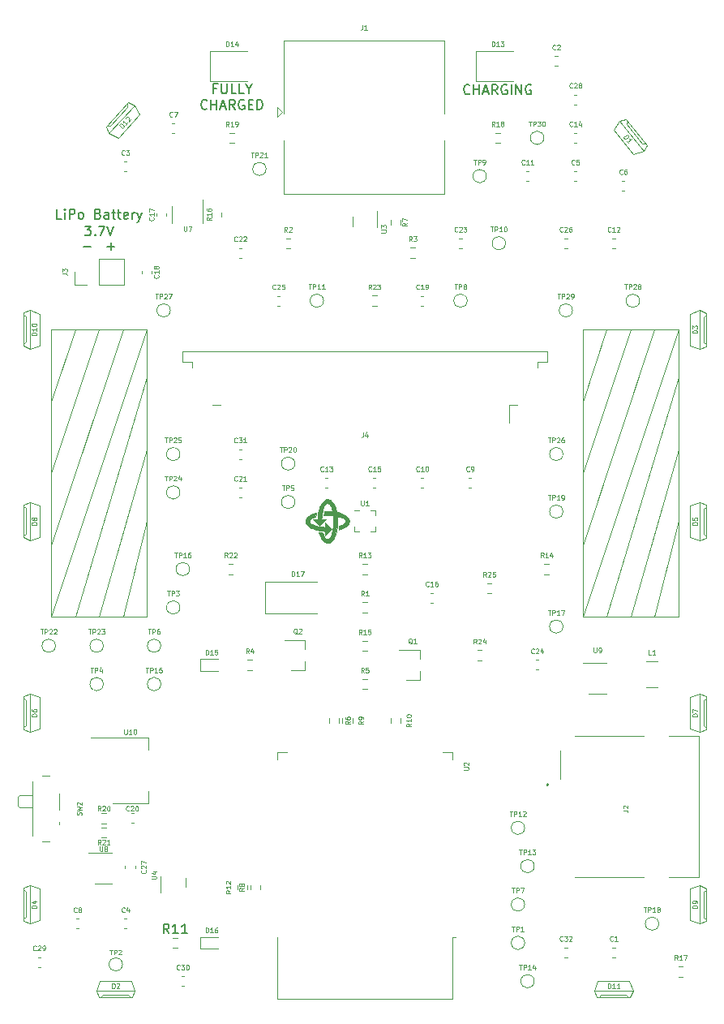
<source format=gbr>
%TF.GenerationSoftware,KiCad,Pcbnew,5.1.10*%
%TF.CreationDate,2021-11-06T17:19:15+01:00*%
%TF.ProjectId,Teebeutel,54656562-6575-4746-956c-2e6b69636164,rev?*%
%TF.SameCoordinates,Original*%
%TF.FileFunction,Legend,Top*%
%TF.FilePolarity,Positive*%
%FSLAX46Y46*%
G04 Gerber Fmt 4.6, Leading zero omitted, Abs format (unit mm)*
G04 Created by KiCad (PCBNEW 5.1.10) date 2021-11-06 17:19:15*
%MOMM*%
%LPD*%
G01*
G04 APERTURE LIST*
%ADD10C,0.150000*%
%ADD11C,0.120000*%
%ADD12C,0.100000*%
%ADD13C,0.200000*%
%ADD14C,0.010000*%
G04 APERTURE END LIST*
D10*
X130510952Y-54853571D02*
X130177619Y-54853571D01*
X130177619Y-55377380D02*
X130177619Y-54377380D01*
X130653809Y-54377380D01*
X131034761Y-54377380D02*
X131034761Y-55186904D01*
X131082380Y-55282142D01*
X131130000Y-55329761D01*
X131225238Y-55377380D01*
X131415714Y-55377380D01*
X131510952Y-55329761D01*
X131558571Y-55282142D01*
X131606190Y-55186904D01*
X131606190Y-54377380D01*
X132558571Y-55377380D02*
X132082380Y-55377380D01*
X132082380Y-54377380D01*
X133368095Y-55377380D02*
X132891904Y-55377380D01*
X132891904Y-54377380D01*
X133891904Y-54901190D02*
X133891904Y-55377380D01*
X133558571Y-54377380D02*
X133891904Y-54901190D01*
X134225238Y-54377380D01*
X129534761Y-56932142D02*
X129487142Y-56979761D01*
X129344285Y-57027380D01*
X129249047Y-57027380D01*
X129106190Y-56979761D01*
X129010952Y-56884523D01*
X128963333Y-56789285D01*
X128915714Y-56598809D01*
X128915714Y-56455952D01*
X128963333Y-56265476D01*
X129010952Y-56170238D01*
X129106190Y-56075000D01*
X129249047Y-56027380D01*
X129344285Y-56027380D01*
X129487142Y-56075000D01*
X129534761Y-56122619D01*
X129963333Y-57027380D02*
X129963333Y-56027380D01*
X129963333Y-56503571D02*
X130534761Y-56503571D01*
X130534761Y-57027380D02*
X130534761Y-56027380D01*
X130963333Y-56741666D02*
X131439523Y-56741666D01*
X130868095Y-57027380D02*
X131201428Y-56027380D01*
X131534761Y-57027380D01*
X132439523Y-57027380D02*
X132106190Y-56551190D01*
X131868095Y-57027380D02*
X131868095Y-56027380D01*
X132249047Y-56027380D01*
X132344285Y-56075000D01*
X132391904Y-56122619D01*
X132439523Y-56217857D01*
X132439523Y-56360714D01*
X132391904Y-56455952D01*
X132344285Y-56503571D01*
X132249047Y-56551190D01*
X131868095Y-56551190D01*
X133391904Y-56075000D02*
X133296666Y-56027380D01*
X133153809Y-56027380D01*
X133010952Y-56075000D01*
X132915714Y-56170238D01*
X132868095Y-56265476D01*
X132820476Y-56455952D01*
X132820476Y-56598809D01*
X132868095Y-56789285D01*
X132915714Y-56884523D01*
X133010952Y-56979761D01*
X133153809Y-57027380D01*
X133249047Y-57027380D01*
X133391904Y-56979761D01*
X133439523Y-56932142D01*
X133439523Y-56598809D01*
X133249047Y-56598809D01*
X133868095Y-56503571D02*
X134201428Y-56503571D01*
X134344285Y-57027380D02*
X133868095Y-57027380D01*
X133868095Y-56027380D01*
X134344285Y-56027380D01*
X134772857Y-57027380D02*
X134772857Y-56027380D01*
X135010952Y-56027380D01*
X135153809Y-56075000D01*
X135249047Y-56170238D01*
X135296666Y-56265476D01*
X135344285Y-56455952D01*
X135344285Y-56598809D01*
X135296666Y-56789285D01*
X135249047Y-56884523D01*
X135153809Y-56979761D01*
X135010952Y-57027380D01*
X134772857Y-57027380D01*
X156965238Y-55357142D02*
X156917619Y-55404761D01*
X156774761Y-55452380D01*
X156679523Y-55452380D01*
X156536666Y-55404761D01*
X156441428Y-55309523D01*
X156393809Y-55214285D01*
X156346190Y-55023809D01*
X156346190Y-54880952D01*
X156393809Y-54690476D01*
X156441428Y-54595238D01*
X156536666Y-54500000D01*
X156679523Y-54452380D01*
X156774761Y-54452380D01*
X156917619Y-54500000D01*
X156965238Y-54547619D01*
X157393809Y-55452380D02*
X157393809Y-54452380D01*
X157393809Y-54928571D02*
X157965238Y-54928571D01*
X157965238Y-55452380D02*
X157965238Y-54452380D01*
X158393809Y-55166666D02*
X158870000Y-55166666D01*
X158298571Y-55452380D02*
X158631904Y-54452380D01*
X158965238Y-55452380D01*
X159870000Y-55452380D02*
X159536666Y-54976190D01*
X159298571Y-55452380D02*
X159298571Y-54452380D01*
X159679523Y-54452380D01*
X159774761Y-54500000D01*
X159822380Y-54547619D01*
X159870000Y-54642857D01*
X159870000Y-54785714D01*
X159822380Y-54880952D01*
X159774761Y-54928571D01*
X159679523Y-54976190D01*
X159298571Y-54976190D01*
X160822380Y-54500000D02*
X160727142Y-54452380D01*
X160584285Y-54452380D01*
X160441428Y-54500000D01*
X160346190Y-54595238D01*
X160298571Y-54690476D01*
X160250952Y-54880952D01*
X160250952Y-55023809D01*
X160298571Y-55214285D01*
X160346190Y-55309523D01*
X160441428Y-55404761D01*
X160584285Y-55452380D01*
X160679523Y-55452380D01*
X160822380Y-55404761D01*
X160870000Y-55357142D01*
X160870000Y-55023809D01*
X160679523Y-55023809D01*
X161298571Y-55452380D02*
X161298571Y-54452380D01*
X161774761Y-55452380D02*
X161774761Y-54452380D01*
X162346190Y-55452380D01*
X162346190Y-54452380D01*
X163346190Y-54500000D02*
X163250952Y-54452380D01*
X163108095Y-54452380D01*
X162965238Y-54500000D01*
X162870000Y-54595238D01*
X162822380Y-54690476D01*
X162774761Y-54880952D01*
X162774761Y-55023809D01*
X162822380Y-55214285D01*
X162870000Y-55309523D01*
X162965238Y-55404761D01*
X163108095Y-55452380D01*
X163203333Y-55452380D01*
X163346190Y-55404761D01*
X163393809Y-55357142D01*
X163393809Y-55023809D01*
X163203333Y-55023809D01*
X116773809Y-69202380D02*
X117392857Y-69202380D01*
X117059523Y-69583333D01*
X117202380Y-69583333D01*
X117297619Y-69630952D01*
X117345238Y-69678571D01*
X117392857Y-69773809D01*
X117392857Y-70011904D01*
X117345238Y-70107142D01*
X117297619Y-70154761D01*
X117202380Y-70202380D01*
X116916666Y-70202380D01*
X116821428Y-70154761D01*
X116773809Y-70107142D01*
X117821428Y-70107142D02*
X117869047Y-70154761D01*
X117821428Y-70202380D01*
X117773809Y-70154761D01*
X117821428Y-70107142D01*
X117821428Y-70202380D01*
X118202380Y-69202380D02*
X118869047Y-69202380D01*
X118440476Y-70202380D01*
X119107142Y-69202380D02*
X119440476Y-70202380D01*
X119773809Y-69202380D01*
X114345238Y-68452380D02*
X113869047Y-68452380D01*
X113869047Y-67452380D01*
X114678571Y-68452380D02*
X114678571Y-67785714D01*
X114678571Y-67452380D02*
X114630952Y-67500000D01*
X114678571Y-67547619D01*
X114726190Y-67500000D01*
X114678571Y-67452380D01*
X114678571Y-67547619D01*
X115154761Y-68452380D02*
X115154761Y-67452380D01*
X115535714Y-67452380D01*
X115630952Y-67500000D01*
X115678571Y-67547619D01*
X115726190Y-67642857D01*
X115726190Y-67785714D01*
X115678571Y-67880952D01*
X115630952Y-67928571D01*
X115535714Y-67976190D01*
X115154761Y-67976190D01*
X116297619Y-68452380D02*
X116202380Y-68404761D01*
X116154761Y-68357142D01*
X116107142Y-68261904D01*
X116107142Y-67976190D01*
X116154761Y-67880952D01*
X116202380Y-67833333D01*
X116297619Y-67785714D01*
X116440476Y-67785714D01*
X116535714Y-67833333D01*
X116583333Y-67880952D01*
X116630952Y-67976190D01*
X116630952Y-68261904D01*
X116583333Y-68357142D01*
X116535714Y-68404761D01*
X116440476Y-68452380D01*
X116297619Y-68452380D01*
X118154761Y-67928571D02*
X118297619Y-67976190D01*
X118345238Y-68023809D01*
X118392857Y-68119047D01*
X118392857Y-68261904D01*
X118345238Y-68357142D01*
X118297619Y-68404761D01*
X118202380Y-68452380D01*
X117821428Y-68452380D01*
X117821428Y-67452380D01*
X118154761Y-67452380D01*
X118250000Y-67500000D01*
X118297619Y-67547619D01*
X118345238Y-67642857D01*
X118345238Y-67738095D01*
X118297619Y-67833333D01*
X118250000Y-67880952D01*
X118154761Y-67928571D01*
X117821428Y-67928571D01*
X119250000Y-68452380D02*
X119250000Y-67928571D01*
X119202380Y-67833333D01*
X119107142Y-67785714D01*
X118916666Y-67785714D01*
X118821428Y-67833333D01*
X119250000Y-68404761D02*
X119154761Y-68452380D01*
X118916666Y-68452380D01*
X118821428Y-68404761D01*
X118773809Y-68309523D01*
X118773809Y-68214285D01*
X118821428Y-68119047D01*
X118916666Y-68071428D01*
X119154761Y-68071428D01*
X119250000Y-68023809D01*
X119583333Y-67785714D02*
X119964285Y-67785714D01*
X119726190Y-67452380D02*
X119726190Y-68309523D01*
X119773809Y-68404761D01*
X119869047Y-68452380D01*
X119964285Y-68452380D01*
X120154761Y-67785714D02*
X120535714Y-67785714D01*
X120297619Y-67452380D02*
X120297619Y-68309523D01*
X120345238Y-68404761D01*
X120440476Y-68452380D01*
X120535714Y-68452380D01*
X121250000Y-68404761D02*
X121154761Y-68452380D01*
X120964285Y-68452380D01*
X120869047Y-68404761D01*
X120821428Y-68309523D01*
X120821428Y-67928571D01*
X120869047Y-67833333D01*
X120964285Y-67785714D01*
X121154761Y-67785714D01*
X121250000Y-67833333D01*
X121297619Y-67928571D01*
X121297619Y-68023809D01*
X120821428Y-68119047D01*
X121726190Y-68452380D02*
X121726190Y-67785714D01*
X121726190Y-67976190D02*
X121773809Y-67880952D01*
X121821428Y-67833333D01*
X121916666Y-67785714D01*
X122011904Y-67785714D01*
X122250000Y-67785714D02*
X122488095Y-68452380D01*
X122726190Y-67785714D02*
X122488095Y-68452380D01*
X122392857Y-68690476D01*
X122345238Y-68738095D01*
X122250000Y-68785714D01*
X116619047Y-71321428D02*
X117380952Y-71321428D01*
X119119047Y-71321428D02*
X119880952Y-71321428D01*
X119500000Y-71702380D02*
X119500000Y-70940476D01*
D11*
X123250000Y-110000000D02*
X113250000Y-110000000D01*
X113250000Y-80000000D02*
X123250000Y-80000000D01*
X113250000Y-110000000D02*
X113250000Y-80000000D01*
X120750000Y-110000000D02*
X123250000Y-100000000D01*
X118250000Y-110000000D02*
X123250000Y-92500000D01*
X115750000Y-80000000D02*
X113250000Y-87500000D01*
X115750000Y-110000000D02*
X123250000Y-85000000D01*
X118250000Y-80000000D02*
X113250000Y-95000000D01*
X113250000Y-102500000D02*
X113250000Y-97500000D01*
X123250000Y-80000000D02*
X113250000Y-110000000D01*
X123250000Y-80000000D02*
X123250000Y-110000000D01*
X120750000Y-80000000D02*
X113250000Y-102500000D01*
X171250000Y-80000000D02*
X168750000Y-87500000D01*
X173750000Y-80000000D02*
X168750000Y-95000000D01*
X168750000Y-102500000D02*
X168750000Y-97500000D01*
X176250000Y-80000000D02*
X168750000Y-102500000D01*
X176250000Y-110000000D02*
X178750000Y-100000000D01*
X173750000Y-110000000D02*
X178750000Y-92500000D01*
X171250000Y-110000000D02*
X178750000Y-85000000D01*
X178750000Y-80000000D02*
X168750000Y-110000000D01*
X168750000Y-110000000D02*
X168750000Y-80000000D01*
X178750000Y-110000000D02*
X168750000Y-110000000D01*
X178750000Y-80000000D02*
X178750000Y-110000000D01*
X168750000Y-80000000D02*
X178750000Y-80000000D01*
%TO.C,R11*%
X125962742Y-143477500D02*
X126437258Y-143477500D01*
X125962742Y-144522500D02*
X126437258Y-144522500D01*
%TO.C,U8*%
X117800000Y-137810000D02*
X119600000Y-137810000D01*
X119600000Y-134590000D02*
X117150000Y-134590000D01*
%TO.C,U10*%
X123410000Y-129410000D02*
X123410000Y-128150000D01*
X123410000Y-122590000D02*
X123410000Y-123850000D01*
X119650000Y-129410000D02*
X123410000Y-129410000D01*
X117400000Y-122590000D02*
X123410000Y-122590000D01*
%TO.C,D12*%
X119236003Y-59512707D02*
X121963997Y-56587293D01*
X121963997Y-56587293D02*
X121318117Y-56326832D01*
X119236003Y-59512707D02*
X118965223Y-58850002D01*
X118965223Y-58850002D02*
X121318117Y-56326832D01*
X119101623Y-58703732D02*
X119420861Y-58727960D01*
X119420861Y-58727960D02*
X121228156Y-56789873D01*
X121228156Y-56789873D02*
X121181718Y-56473103D01*
X121963997Y-56587293D02*
X122493219Y-57559365D01*
X119236003Y-59512707D02*
X120242624Y-59972832D01*
X120242624Y-59972832D02*
X122493219Y-57559365D01*
%TO.C,D11*%
X174000000Y-149000000D02*
X170000000Y-149000000D01*
X170000000Y-149000000D02*
X170250000Y-149650000D01*
X174000000Y-149000000D02*
X173700000Y-149650000D01*
X173700000Y-149650000D02*
X170250000Y-149650000D01*
X173500000Y-149650000D02*
X173300000Y-149400000D01*
X173300000Y-149400000D02*
X170650000Y-149400000D01*
X170650000Y-149400000D02*
X170450000Y-149650000D01*
X170000000Y-149000000D02*
X170350000Y-147950000D01*
X174000000Y-149000000D02*
X173650000Y-147950000D01*
X173650000Y-147950000D02*
X170350000Y-147950000D01*
%TO.C,D10*%
X111000000Y-82000000D02*
X111000000Y-78000000D01*
X111000000Y-78000000D02*
X110350000Y-78250000D01*
X111000000Y-82000000D02*
X110350000Y-81700000D01*
X110350000Y-81700000D02*
X110350000Y-78250000D01*
X110350000Y-81500000D02*
X110600000Y-81300000D01*
X110600000Y-81300000D02*
X110600000Y-78650000D01*
X110600000Y-78650000D02*
X110350000Y-78450000D01*
X111000000Y-78000000D02*
X112050000Y-78350000D01*
X111000000Y-82000000D02*
X112050000Y-81650000D01*
X112050000Y-81650000D02*
X112050000Y-78350000D01*
%TO.C,D9*%
X181000000Y-138000000D02*
X181000000Y-142000000D01*
X181000000Y-142000000D02*
X181650000Y-141750000D01*
X181000000Y-138000000D02*
X181650000Y-138300000D01*
X181650000Y-138300000D02*
X181650000Y-141750000D01*
X181650000Y-138500000D02*
X181400000Y-138700000D01*
X181400000Y-138700000D02*
X181400000Y-141350000D01*
X181400000Y-141350000D02*
X181650000Y-141550000D01*
X181000000Y-142000000D02*
X179950000Y-141650000D01*
X181000000Y-138000000D02*
X179950000Y-138350000D01*
X179950000Y-138350000D02*
X179950000Y-141650000D01*
%TO.C,D8*%
X111000000Y-102000000D02*
X111000000Y-98000000D01*
X111000000Y-98000000D02*
X110350000Y-98250000D01*
X111000000Y-102000000D02*
X110350000Y-101700000D01*
X110350000Y-101700000D02*
X110350000Y-98250000D01*
X110350000Y-101500000D02*
X110600000Y-101300000D01*
X110600000Y-101300000D02*
X110600000Y-98650000D01*
X110600000Y-98650000D02*
X110350000Y-98450000D01*
X111000000Y-98000000D02*
X112050000Y-98350000D01*
X111000000Y-102000000D02*
X112050000Y-101650000D01*
X112050000Y-101650000D02*
X112050000Y-98350000D01*
%TO.C,D7*%
X181000000Y-118000000D02*
X181000000Y-122000000D01*
X181000000Y-122000000D02*
X181650000Y-121750000D01*
X181000000Y-118000000D02*
X181650000Y-118300000D01*
X181650000Y-118300000D02*
X181650000Y-121750000D01*
X181650000Y-118500000D02*
X181400000Y-118700000D01*
X181400000Y-118700000D02*
X181400000Y-121350000D01*
X181400000Y-121350000D02*
X181650000Y-121550000D01*
X181000000Y-122000000D02*
X179950000Y-121650000D01*
X181000000Y-118000000D02*
X179950000Y-118350000D01*
X179950000Y-118350000D02*
X179950000Y-121650000D01*
%TO.C,D6*%
X111000000Y-122000000D02*
X111000000Y-118000000D01*
X111000000Y-118000000D02*
X110350000Y-118250000D01*
X111000000Y-122000000D02*
X110350000Y-121700000D01*
X110350000Y-121700000D02*
X110350000Y-118250000D01*
X110350000Y-121500000D02*
X110600000Y-121300000D01*
X110600000Y-121300000D02*
X110600000Y-118650000D01*
X110600000Y-118650000D02*
X110350000Y-118450000D01*
X111000000Y-118000000D02*
X112050000Y-118350000D01*
X111000000Y-122000000D02*
X112050000Y-121650000D01*
X112050000Y-121650000D02*
X112050000Y-118350000D01*
%TO.C,D5*%
X181000000Y-98000000D02*
X181000000Y-102000000D01*
X181000000Y-102000000D02*
X181650000Y-101750000D01*
X181000000Y-98000000D02*
X181650000Y-98300000D01*
X181650000Y-98300000D02*
X181650000Y-101750000D01*
X181650000Y-98500000D02*
X181400000Y-98700000D01*
X181400000Y-98700000D02*
X181400000Y-101350000D01*
X181400000Y-101350000D02*
X181650000Y-101550000D01*
X181000000Y-102000000D02*
X179950000Y-101650000D01*
X181000000Y-98000000D02*
X179950000Y-98350000D01*
X179950000Y-98350000D02*
X179950000Y-101650000D01*
%TO.C,D4*%
X111000000Y-142000000D02*
X111000000Y-138000000D01*
X111000000Y-138000000D02*
X110350000Y-138250000D01*
X111000000Y-142000000D02*
X110350000Y-141700000D01*
X110350000Y-141700000D02*
X110350000Y-138250000D01*
X110350000Y-141500000D02*
X110600000Y-141300000D01*
X110600000Y-141300000D02*
X110600000Y-138650000D01*
X110600000Y-138650000D02*
X110350000Y-138450000D01*
X111000000Y-138000000D02*
X112050000Y-138350000D01*
X111000000Y-142000000D02*
X112050000Y-141650000D01*
X112050000Y-141650000D02*
X112050000Y-138350000D01*
%TO.C,D3*%
X181000000Y-78000000D02*
X181000000Y-82000000D01*
X181000000Y-82000000D02*
X181650000Y-81750000D01*
X181000000Y-78000000D02*
X181650000Y-78300000D01*
X181650000Y-78300000D02*
X181650000Y-81750000D01*
X181650000Y-78500000D02*
X181400000Y-78700000D01*
X181400000Y-78700000D02*
X181400000Y-81350000D01*
X181400000Y-81350000D02*
X181650000Y-81550000D01*
X181000000Y-82000000D02*
X179950000Y-81650000D01*
X181000000Y-78000000D02*
X179950000Y-78350000D01*
X179950000Y-78350000D02*
X179950000Y-81650000D01*
%TO.C,D2*%
X122000000Y-149000000D02*
X118000000Y-149000000D01*
X118000000Y-149000000D02*
X118250000Y-149650000D01*
X122000000Y-149000000D02*
X121700000Y-149650000D01*
X121700000Y-149650000D02*
X118250000Y-149650000D01*
X121500000Y-149650000D02*
X121300000Y-149400000D01*
X121300000Y-149400000D02*
X118650000Y-149400000D01*
X118650000Y-149400000D02*
X118450000Y-149650000D01*
X118000000Y-149000000D02*
X118350000Y-147950000D01*
X122000000Y-149000000D02*
X121650000Y-147950000D01*
X121650000Y-147950000D02*
X118350000Y-147950000D01*
%TO.C,D1*%
X172604971Y-58234784D02*
X175095029Y-61365216D01*
X175095029Y-61365216D02*
X175448096Y-60764930D01*
X172604971Y-58234784D02*
X173300420Y-58064932D01*
X173300420Y-58064932D02*
X175448096Y-60764930D01*
X173424923Y-58221453D02*
X173353774Y-58533604D01*
X173353774Y-58533604D02*
X175003438Y-60607515D01*
X175003438Y-60607515D02*
X175323593Y-60608408D01*
X175095029Y-61365216D02*
X174055411Y-61744944D01*
X172604971Y-58234784D02*
X172001112Y-59162337D01*
X172001112Y-59162337D02*
X174055411Y-61744944D01*
%TO.C,U9*%
X169400000Y-118010000D02*
X171200000Y-118010000D01*
X171200000Y-114790000D02*
X168750000Y-114790000D01*
%TO.C,U7*%
X125890000Y-67100000D02*
X125890000Y-68900000D01*
X129110000Y-68900000D02*
X129110000Y-66450000D01*
%TO.C,U4*%
X124700000Y-137100000D02*
X124700000Y-138790000D01*
D12*
X127300000Y-137200000D02*
X127300000Y-138200000D01*
D11*
%TO.C,U3*%
X147300000Y-69350000D02*
X147300000Y-67660000D01*
D12*
X144700000Y-69250000D02*
X144700000Y-68250000D01*
D11*
%TO.C,TP30*%
X164700000Y-60000000D02*
G75*
G03*
X164700000Y-60000000I-700000J0D01*
G01*
%TO.C,TP29*%
X167700000Y-78000000D02*
G75*
G03*
X167700000Y-78000000I-700000J0D01*
G01*
%TO.C,TP28*%
X174700000Y-77000000D02*
G75*
G03*
X174700000Y-77000000I-700000J0D01*
G01*
%TO.C,TP27*%
X125700000Y-78000000D02*
G75*
G03*
X125700000Y-78000000I-700000J0D01*
G01*
%TO.C,TP26*%
X166700000Y-93000000D02*
G75*
G03*
X166700000Y-93000000I-700000J0D01*
G01*
%TO.C,TP25*%
X126700000Y-93000000D02*
G75*
G03*
X126700000Y-93000000I-700000J0D01*
G01*
%TO.C,TP24*%
X126700000Y-97000000D02*
G75*
G03*
X126700000Y-97000000I-700000J0D01*
G01*
%TO.C,TP23*%
X118700000Y-113000000D02*
G75*
G03*
X118700000Y-113000000I-700000J0D01*
G01*
%TO.C,TP22*%
X113700000Y-113000000D02*
G75*
G03*
X113700000Y-113000000I-700000J0D01*
G01*
%TO.C,TP21*%
X135700000Y-63250000D02*
G75*
G03*
X135700000Y-63250000I-700000J0D01*
G01*
%TO.C,TP20*%
X138700000Y-94000000D02*
G75*
G03*
X138700000Y-94000000I-700000J0D01*
G01*
%TO.C,TP19*%
X166700000Y-99000000D02*
G75*
G03*
X166700000Y-99000000I-700000J0D01*
G01*
%TO.C,TP18*%
X176700000Y-142000000D02*
G75*
G03*
X176700000Y-142000000I-700000J0D01*
G01*
%TO.C,TP17*%
X166700000Y-111000000D02*
G75*
G03*
X166700000Y-111000000I-700000J0D01*
G01*
%TO.C,TP16*%
X127700000Y-105000000D02*
G75*
G03*
X127700000Y-105000000I-700000J0D01*
G01*
%TO.C,TP15*%
X124700000Y-117000000D02*
G75*
G03*
X124700000Y-117000000I-700000J0D01*
G01*
%TO.C,TP14*%
X163700000Y-148000000D02*
G75*
G03*
X163700000Y-148000000I-700000J0D01*
G01*
%TO.C,TP13*%
X163700000Y-136000000D02*
G75*
G03*
X163700000Y-136000000I-700000J0D01*
G01*
%TO.C,TP12*%
X162700000Y-132000000D02*
G75*
G03*
X162700000Y-132000000I-700000J0D01*
G01*
%TO.C,TP11*%
X141700000Y-77000000D02*
G75*
G03*
X141700000Y-77000000I-700000J0D01*
G01*
%TO.C,TP10*%
X160700000Y-71000000D02*
G75*
G03*
X160700000Y-71000000I-700000J0D01*
G01*
%TO.C,TP9*%
X158700000Y-64000000D02*
G75*
G03*
X158700000Y-64000000I-700000J0D01*
G01*
%TO.C,TP8*%
X156700000Y-77000000D02*
G75*
G03*
X156700000Y-77000000I-700000J0D01*
G01*
%TO.C,TP7*%
X162700000Y-140000000D02*
G75*
G03*
X162700000Y-140000000I-700000J0D01*
G01*
%TO.C,TP6*%
X124700000Y-113000000D02*
G75*
G03*
X124700000Y-113000000I-700000J0D01*
G01*
%TO.C,TP5*%
X138700000Y-98000000D02*
G75*
G03*
X138700000Y-98000000I-700000J0D01*
G01*
%TO.C,TP4*%
X118700000Y-117000000D02*
G75*
G03*
X118700000Y-117000000I-700000J0D01*
G01*
%TO.C,TP3*%
X126700000Y-109000000D02*
G75*
G03*
X126700000Y-109000000I-700000J0D01*
G01*
%TO.C,TP2*%
X120700000Y-146250000D02*
G75*
G03*
X120700000Y-146250000I-700000J0D01*
G01*
%TO.C,TP1*%
X162700000Y-144000000D02*
G75*
G03*
X162700000Y-144000000I-700000J0D01*
G01*
%TO.C,R25*%
X158762742Y-106477500D02*
X159237258Y-106477500D01*
X158762742Y-107522500D02*
X159237258Y-107522500D01*
%TO.C,R24*%
X157762742Y-113477500D02*
X158237258Y-113477500D01*
X157762742Y-114522500D02*
X158237258Y-114522500D01*
%TO.C,R23*%
X146762742Y-76477500D02*
X147237258Y-76477500D01*
X146762742Y-77522500D02*
X147237258Y-77522500D01*
%TO.C,R22*%
X131762742Y-104477500D02*
X132237258Y-104477500D01*
X131762742Y-105522500D02*
X132237258Y-105522500D01*
%TO.C,R21*%
X118987258Y-133022500D02*
X118512742Y-133022500D01*
X118987258Y-131977500D02*
X118512742Y-131977500D01*
%TO.C,R20*%
X118512742Y-130477500D02*
X118987258Y-130477500D01*
X118512742Y-131522500D02*
X118987258Y-131522500D01*
%TO.C,R19*%
X131892742Y-59477500D02*
X132367258Y-59477500D01*
X131892742Y-60522500D02*
X132367258Y-60522500D01*
%TO.C,R18*%
X159632742Y-59477500D02*
X160107258Y-59477500D01*
X159632742Y-60522500D02*
X160107258Y-60522500D01*
%TO.C,R17*%
X178762742Y-146477500D02*
X179237258Y-146477500D01*
X178762742Y-147522500D02*
X179237258Y-147522500D01*
%TO.C,R16*%
X129977500Y-68237258D02*
X129977500Y-67762742D01*
X131022500Y-68237258D02*
X131022500Y-67762742D01*
%TO.C,R15*%
X145762742Y-112477500D02*
X146237258Y-112477500D01*
X145762742Y-113522500D02*
X146237258Y-113522500D01*
%TO.C,R14*%
X164762742Y-104477500D02*
X165237258Y-104477500D01*
X164762742Y-105522500D02*
X165237258Y-105522500D01*
%TO.C,R13*%
X145762742Y-104477500D02*
X146237258Y-104477500D01*
X145762742Y-105522500D02*
X146237258Y-105522500D01*
%TO.C,R12*%
X132677500Y-138437258D02*
X132677500Y-137962742D01*
X133722500Y-138437258D02*
X133722500Y-137962742D01*
%TO.C,R10*%
X149722500Y-120562742D02*
X149722500Y-121037258D01*
X148677500Y-120562742D02*
X148677500Y-121037258D01*
%TO.C,R9*%
X144722500Y-120562742D02*
X144722500Y-121037258D01*
X143677500Y-120562742D02*
X143677500Y-121037258D01*
%TO.C,R8*%
X134077500Y-138437258D02*
X134077500Y-137962742D01*
X135122500Y-138437258D02*
X135122500Y-137962742D01*
%TO.C,R7*%
X149722500Y-68562742D02*
X149722500Y-69037258D01*
X148677500Y-68562742D02*
X148677500Y-69037258D01*
%TO.C,R6*%
X143322500Y-120562742D02*
X143322500Y-121037258D01*
X142277500Y-120562742D02*
X142277500Y-121037258D01*
%TO.C,R5*%
X145762742Y-116477500D02*
X146237258Y-116477500D01*
X145762742Y-117522500D02*
X146237258Y-117522500D01*
%TO.C,R4*%
X133762742Y-114477500D02*
X134237258Y-114477500D01*
X133762742Y-115522500D02*
X134237258Y-115522500D01*
%TO.C,R3*%
X150762742Y-71477500D02*
X151237258Y-71477500D01*
X150762742Y-72522500D02*
X151237258Y-72522500D01*
%TO.C,R2*%
X137762742Y-70477500D02*
X138237258Y-70477500D01*
X137762742Y-71522500D02*
X138237258Y-71522500D01*
%TO.C,R1*%
X145762742Y-108477500D02*
X146237258Y-108477500D01*
X145762742Y-109522500D02*
X146237258Y-109522500D01*
%TO.C,Q2*%
X139760000Y-115580000D02*
X139760000Y-114650000D01*
X139760000Y-112420000D02*
X139760000Y-113350000D01*
X139760000Y-112420000D02*
X137600000Y-112420000D01*
X139760000Y-115580000D02*
X138300000Y-115580000D01*
%TO.C,Q1*%
X151760000Y-116580000D02*
X151760000Y-115650000D01*
X151760000Y-113420000D02*
X151760000Y-114350000D01*
X151760000Y-113420000D02*
X149600000Y-113420000D01*
X151760000Y-116580000D02*
X150300000Y-116580000D01*
%TO.C,L1*%
X175397936Y-114640000D02*
X176602064Y-114640000D01*
X175397936Y-117360000D02*
X176602064Y-117360000D01*
%TO.C,J3*%
X120870000Y-75330000D02*
X120870000Y-72670000D01*
X118270000Y-75330000D02*
X120870000Y-75330000D01*
X118270000Y-72670000D02*
X120870000Y-72670000D01*
X118270000Y-75330000D02*
X118270000Y-72670000D01*
X117000000Y-75330000D02*
X115670000Y-75330000D01*
X115670000Y-75330000D02*
X115670000Y-74000000D01*
D13*
%TO.C,J2*%
X165100000Y-127400000D02*
G75*
G02*
X165100000Y-127600000I0J-100000D01*
G01*
X165100000Y-127600000D02*
G75*
G02*
X165100000Y-127400000I0J100000D01*
G01*
D12*
X167900000Y-137150000D02*
X175100000Y-137150000D01*
X177800000Y-137150000D02*
X180900000Y-137150000D01*
X180900000Y-137150000D02*
X180900000Y-122400000D01*
X180900000Y-122400000D02*
X177800000Y-122400000D01*
X175100000Y-122400000D02*
X167900000Y-122400000D01*
X166400000Y-123900000D02*
X166400000Y-126900000D01*
D13*
X165100000Y-127600000D02*
X165100000Y-127600000D01*
X165100000Y-127400000D02*
X165100000Y-127400000D01*
D11*
%TO.C,J1*%
X137590000Y-49880000D02*
X154230000Y-49880000D01*
X137545000Y-49880000D02*
X137545000Y-57490000D01*
X154275000Y-49880000D02*
X154275000Y-57490000D01*
X137590000Y-65850000D02*
X154275000Y-65850000D01*
X137545000Y-65850000D02*
X137545000Y-60290000D01*
X154275000Y-65850000D02*
X154275000Y-60290000D01*
X137350000Y-57290000D02*
X136850000Y-57790000D01*
X136850000Y-57790000D02*
X136850000Y-56790000D01*
X136850000Y-56790000D02*
X137350000Y-57290000D01*
%TO.C,D17*%
X135600000Y-106350000D02*
X135600000Y-109650000D01*
X135600000Y-109650000D02*
X141000000Y-109650000D01*
X135600000Y-106350000D02*
X141000000Y-106350000D01*
%TO.C,D16*%
X128850000Y-143400000D02*
X128850000Y-144600000D01*
X130700000Y-143400000D02*
X128850000Y-143400000D01*
X130700000Y-144600000D02*
X128850000Y-144600000D01*
%TO.C,D15*%
X128850000Y-114400000D02*
X128850000Y-115600000D01*
X130700000Y-114400000D02*
X128850000Y-114400000D01*
X130700000Y-115600000D02*
X128850000Y-115600000D01*
%TO.C,D14*%
X133730000Y-50915000D02*
X129845000Y-50915000D01*
X129845000Y-50915000D02*
X129845000Y-54085000D01*
X129845000Y-54085000D02*
X133730000Y-54085000D01*
%TO.C,D13*%
X161470000Y-50915000D02*
X157585000Y-50915000D01*
X157585000Y-50915000D02*
X157585000Y-54085000D01*
X157585000Y-54085000D02*
X161470000Y-54085000D01*
%TO.C,C32*%
X166859420Y-144490000D02*
X167140580Y-144490000D01*
X166859420Y-145510000D02*
X167140580Y-145510000D01*
%TO.C,C31*%
X132859420Y-92490000D02*
X133140580Y-92490000D01*
X132859420Y-93510000D02*
X133140580Y-93510000D01*
%TO.C,C30*%
X126859420Y-147490000D02*
X127140580Y-147490000D01*
X126859420Y-148510000D02*
X127140580Y-148510000D01*
%TO.C,C29*%
X111859420Y-145490000D02*
X112140580Y-145490000D01*
X111859420Y-146510000D02*
X112140580Y-146510000D01*
%TO.C,C28*%
X167859420Y-55490000D02*
X168140580Y-55490000D01*
X167859420Y-56510000D02*
X168140580Y-56510000D01*
%TO.C,C27*%
X122010000Y-135959420D02*
X122010000Y-136240580D01*
X120990000Y-135959420D02*
X120990000Y-136240580D01*
%TO.C,C26*%
X166859420Y-70490000D02*
X167140580Y-70490000D01*
X166859420Y-71510000D02*
X167140580Y-71510000D01*
%TO.C,C25*%
X136859420Y-76490000D02*
X137140580Y-76490000D01*
X136859420Y-77510000D02*
X137140580Y-77510000D01*
%TO.C,C24*%
X163859420Y-114490000D02*
X164140580Y-114490000D01*
X163859420Y-115510000D02*
X164140580Y-115510000D01*
%TO.C,C23*%
X155859420Y-70490000D02*
X156140580Y-70490000D01*
X155859420Y-71510000D02*
X156140580Y-71510000D01*
%TO.C,C22*%
X132859420Y-71490000D02*
X133140580Y-71490000D01*
X132859420Y-72510000D02*
X133140580Y-72510000D01*
%TO.C,C21*%
X132859420Y-96490000D02*
X133140580Y-96490000D01*
X132859420Y-97510000D02*
X133140580Y-97510000D01*
%TO.C,C20*%
X121609420Y-130490000D02*
X121890580Y-130490000D01*
X121609420Y-131510000D02*
X121890580Y-131510000D01*
%TO.C,C19*%
X151859420Y-76490000D02*
X152140580Y-76490000D01*
X151859420Y-77510000D02*
X152140580Y-77510000D01*
%TO.C,C18*%
X123760000Y-73859420D02*
X123760000Y-74140580D01*
X122740000Y-73859420D02*
X122740000Y-74140580D01*
%TO.C,C17*%
X124240000Y-68140580D02*
X124240000Y-67859420D01*
X125260000Y-68140580D02*
X125260000Y-67859420D01*
%TO.C,C16*%
X152859420Y-107490000D02*
X153140580Y-107490000D01*
X152859420Y-108510000D02*
X153140580Y-108510000D01*
%TO.C,C15*%
X146859420Y-95490000D02*
X147140580Y-95490000D01*
X146859420Y-96510000D02*
X147140580Y-96510000D01*
%TO.C,C14*%
X167859420Y-59490000D02*
X168140580Y-59490000D01*
X167859420Y-60510000D02*
X168140580Y-60510000D01*
%TO.C,C13*%
X141859420Y-95490000D02*
X142140580Y-95490000D01*
X141859420Y-96510000D02*
X142140580Y-96510000D01*
%TO.C,C12*%
X171859420Y-70490000D02*
X172140580Y-70490000D01*
X171859420Y-71510000D02*
X172140580Y-71510000D01*
%TO.C,C11*%
X162859420Y-63490000D02*
X163140580Y-63490000D01*
X162859420Y-64510000D02*
X163140580Y-64510000D01*
%TO.C,C10*%
X151859420Y-95490000D02*
X152140580Y-95490000D01*
X151859420Y-96510000D02*
X152140580Y-96510000D01*
%TO.C,C9*%
X156859420Y-95490000D02*
X157140580Y-95490000D01*
X156859420Y-96510000D02*
X157140580Y-96510000D01*
%TO.C,C8*%
X115859420Y-141490000D02*
X116140580Y-141490000D01*
X115859420Y-142510000D02*
X116140580Y-142510000D01*
%TO.C,C7*%
X125859420Y-58490000D02*
X126140580Y-58490000D01*
X125859420Y-59510000D02*
X126140580Y-59510000D01*
%TO.C,C6*%
X172859420Y-64490000D02*
X173140580Y-64490000D01*
X172859420Y-65510000D02*
X173140580Y-65510000D01*
%TO.C,C5*%
X167859420Y-63490000D02*
X168140580Y-63490000D01*
X167859420Y-64510000D02*
X168140580Y-64510000D01*
%TO.C,C4*%
X120859420Y-141490000D02*
X121140580Y-141490000D01*
X120859420Y-142510000D02*
X121140580Y-142510000D01*
%TO.C,C3*%
X120859420Y-62490000D02*
X121140580Y-62490000D01*
X120859420Y-63510000D02*
X121140580Y-63510000D01*
%TO.C,C2*%
X165859420Y-51490000D02*
X166140580Y-51490000D01*
X165859420Y-52510000D02*
X166140580Y-52510000D01*
%TO.C,C1*%
X171859420Y-144490000D02*
X172140580Y-144490000D01*
X171859420Y-145510000D02*
X172140580Y-145510000D01*
D14*
%TO.C,G\u002A\u002A\u002A*%
G36*
X142184619Y-97716545D02*
G01*
X142263157Y-97735129D01*
X142338371Y-97767524D01*
X142413021Y-97815060D01*
X142489862Y-97879069D01*
X142530553Y-97918254D01*
X142625403Y-98025611D01*
X142713568Y-98150594D01*
X142794615Y-98292318D01*
X142868112Y-98449897D01*
X142933626Y-98622447D01*
X142990726Y-98809082D01*
X143018107Y-98916244D01*
X143049756Y-99048758D01*
X143183012Y-99081263D01*
X143388107Y-99137530D01*
X143575911Y-99202036D01*
X143746321Y-99274732D01*
X143899235Y-99355567D01*
X144034550Y-99444490D01*
X144152162Y-99541450D01*
X144186083Y-99574207D01*
X144258098Y-99653567D01*
X144313090Y-99730615D01*
X144352842Y-99808347D01*
X144379134Y-99889763D01*
X144382534Y-99904849D01*
X144392641Y-99998360D01*
X144383658Y-100091531D01*
X144356030Y-100183779D01*
X144310204Y-100274523D01*
X144246627Y-100363181D01*
X144165745Y-100449172D01*
X144068005Y-100531913D01*
X143953852Y-100610822D01*
X143823734Y-100685319D01*
X143758743Y-100717896D01*
X143719278Y-100735799D01*
X143670169Y-100756423D01*
X143614309Y-100778722D01*
X143554594Y-100801652D01*
X143493919Y-100824168D01*
X143435179Y-100845223D01*
X143381269Y-100863772D01*
X143335083Y-100878771D01*
X143299516Y-100889173D01*
X143277465Y-100893934D01*
X143271960Y-100893669D01*
X143271482Y-100883317D01*
X143273622Y-100856505D01*
X143278057Y-100816092D01*
X143284463Y-100764936D01*
X143292517Y-100705891D01*
X143295911Y-100682190D01*
X143326038Y-100474528D01*
X143360230Y-100463062D01*
X143500490Y-100412565D01*
X143621655Y-100361437D01*
X143724167Y-100309362D01*
X143808469Y-100256026D01*
X143875000Y-100201113D01*
X143924203Y-100144310D01*
X143956519Y-100085302D01*
X143971978Y-100026932D01*
X143970874Y-99964500D01*
X143950697Y-99902782D01*
X143911912Y-99842207D01*
X143854983Y-99783203D01*
X143780372Y-99726197D01*
X143688545Y-99671618D01*
X143579964Y-99619893D01*
X143493033Y-99585164D01*
X143455070Y-99571955D01*
X143408380Y-99557105D01*
X143356340Y-99541528D01*
X143302326Y-99526139D01*
X143249717Y-99511853D01*
X143201889Y-99499583D01*
X143162221Y-99490245D01*
X143134088Y-99484754D01*
X143120869Y-99484023D01*
X143120468Y-99484274D01*
X143119504Y-99495218D01*
X143120386Y-99521227D01*
X143122903Y-99557932D01*
X143125326Y-99585553D01*
X143139936Y-99801814D01*
X143143690Y-100023393D01*
X143136938Y-100247407D01*
X143120032Y-100470974D01*
X143093323Y-100691211D01*
X143057162Y-100905235D01*
X143011900Y-101110163D01*
X142957888Y-101303112D01*
X142895477Y-101481200D01*
X142894015Y-101484923D01*
X142827754Y-101638658D01*
X142755902Y-101778056D01*
X142679075Y-101902357D01*
X142597891Y-102010799D01*
X142512964Y-102102620D01*
X142424912Y-102177059D01*
X142334350Y-102233355D01*
X142263828Y-102263675D01*
X142182112Y-102284360D01*
X142097556Y-102291901D01*
X142017306Y-102285811D01*
X141997423Y-102281794D01*
X141913689Y-102255779D01*
X141834805Y-102217125D01*
X141757788Y-102163974D01*
X141679652Y-102094464D01*
X141652122Y-102066588D01*
X141562643Y-101961231D01*
X141478809Y-101837592D01*
X141400896Y-101696174D01*
X141329182Y-101537481D01*
X141263942Y-101362018D01*
X141261087Y-101353509D01*
X141242958Y-101298342D01*
X141227515Y-101249636D01*
X141215657Y-101210369D01*
X141208280Y-101183517D01*
X141206284Y-101172057D01*
X141206330Y-101171960D01*
X141216683Y-101171482D01*
X141243492Y-101173627D01*
X141283898Y-101178068D01*
X141335042Y-101184482D01*
X141394065Y-101192546D01*
X141417531Y-101195911D01*
X141624916Y-101226038D01*
X141660406Y-101328615D01*
X141710142Y-101459655D01*
X141762515Y-101573189D01*
X141817276Y-101668957D01*
X141874179Y-101746697D01*
X141932976Y-101806151D01*
X141993422Y-101847057D01*
X142055267Y-101869155D01*
X142118266Y-101872186D01*
X142166561Y-101861644D01*
X142225650Y-101834503D01*
X142281184Y-101792957D01*
X142334213Y-101735816D01*
X142385790Y-101661894D01*
X142436965Y-101570003D01*
X142452445Y-101538653D01*
X142514354Y-101393492D01*
X142568620Y-101230970D01*
X142615278Y-101050937D01*
X142654363Y-100853244D01*
X142685911Y-100637744D01*
X142701876Y-100493346D01*
X142708033Y-100414908D01*
X142712899Y-100321126D01*
X142716453Y-100216150D01*
X142718673Y-100104132D01*
X142719537Y-99989226D01*
X142719024Y-99875581D01*
X142717112Y-99767352D01*
X142713779Y-99668689D01*
X142709003Y-99583745D01*
X142706769Y-99555500D01*
X142702225Y-99504444D01*
X142698192Y-99460933D01*
X142695000Y-99428370D01*
X142692976Y-99410159D01*
X142692502Y-99407497D01*
X142682801Y-99406167D01*
X142657037Y-99403472D01*
X142618615Y-99399747D01*
X142570937Y-99395328D01*
X142544500Y-99392945D01*
X142477065Y-99388334D01*
X142391583Y-99384870D01*
X142289510Y-99382586D01*
X142172306Y-99381517D01*
X142053553Y-99381628D01*
X141709144Y-99383399D01*
X141713856Y-99361988D01*
X141716676Y-99345762D01*
X141721651Y-99313671D01*
X141728263Y-99269207D01*
X141735992Y-99215858D01*
X141743936Y-99159846D01*
X141752375Y-99102352D01*
X141760544Y-99051469D01*
X141767872Y-99010394D01*
X141773789Y-98982323D01*
X141777704Y-98970474D01*
X141789823Y-98967842D01*
X141818826Y-98965691D01*
X141862064Y-98964012D01*
X141916890Y-98962799D01*
X141980655Y-98962043D01*
X142050710Y-98961737D01*
X142124408Y-98961874D01*
X142199100Y-98962447D01*
X142272138Y-98963447D01*
X142340873Y-98964867D01*
X142402657Y-98966701D01*
X142454842Y-98968940D01*
X142494779Y-98971577D01*
X142504694Y-98972520D01*
X142548135Y-98976715D01*
X142583884Y-98979396D01*
X142607810Y-98980304D01*
X142615742Y-98979514D01*
X142614996Y-98969026D01*
X142610019Y-98943125D01*
X142601560Y-98905290D01*
X142590374Y-98859001D01*
X142585451Y-98839470D01*
X142545601Y-98699230D01*
X142501200Y-98572435D01*
X142452761Y-98459839D01*
X142400793Y-98362200D01*
X142345807Y-98280273D01*
X142288314Y-98214814D01*
X142228826Y-98166580D01*
X142167853Y-98136327D01*
X142105905Y-98124810D01*
X142102547Y-98124736D01*
X142061854Y-98130459D01*
X142014160Y-98146629D01*
X141966720Y-98170336D01*
X141934730Y-98192053D01*
X141883456Y-98241783D01*
X141832084Y-98309079D01*
X141781632Y-98392000D01*
X141733123Y-98488607D01*
X141687577Y-98596958D01*
X141646015Y-98715114D01*
X141627267Y-98776503D01*
X141596395Y-98891053D01*
X141569293Y-99010067D01*
X141545548Y-99136165D01*
X141524748Y-99271964D01*
X141506481Y-99420085D01*
X141490332Y-99583147D01*
X141479559Y-99714250D01*
X141473426Y-99794846D01*
X141938701Y-99794846D01*
X141601768Y-100131885D01*
X141264836Y-100468923D01*
X140930124Y-100134327D01*
X140595412Y-99799730D01*
X141053174Y-99794496D01*
X141058318Y-99733613D01*
X141072180Y-99580621D01*
X141086669Y-99443974D01*
X141102254Y-99320479D01*
X141119404Y-99206945D01*
X141138588Y-99100177D01*
X141160276Y-98996984D01*
X141177150Y-98925367D01*
X141228625Y-98736877D01*
X141286975Y-98562009D01*
X141351791Y-98401397D01*
X141422668Y-98255674D01*
X141499197Y-98125474D01*
X141580973Y-98011429D01*
X141667587Y-97914173D01*
X141758634Y-97834338D01*
X141853707Y-97772559D01*
X141943692Y-97732455D01*
X141984603Y-97720214D01*
X142025780Y-97713296D01*
X142075123Y-97710589D01*
X142100000Y-97710439D01*
X142184619Y-97716545D01*
G37*
X142184619Y-97716545D02*
X142263157Y-97735129D01*
X142338371Y-97767524D01*
X142413021Y-97815060D01*
X142489862Y-97879069D01*
X142530553Y-97918254D01*
X142625403Y-98025611D01*
X142713568Y-98150594D01*
X142794615Y-98292318D01*
X142868112Y-98449897D01*
X142933626Y-98622447D01*
X142990726Y-98809082D01*
X143018107Y-98916244D01*
X143049756Y-99048758D01*
X143183012Y-99081263D01*
X143388107Y-99137530D01*
X143575911Y-99202036D01*
X143746321Y-99274732D01*
X143899235Y-99355567D01*
X144034550Y-99444490D01*
X144152162Y-99541450D01*
X144186083Y-99574207D01*
X144258098Y-99653567D01*
X144313090Y-99730615D01*
X144352842Y-99808347D01*
X144379134Y-99889763D01*
X144382534Y-99904849D01*
X144392641Y-99998360D01*
X144383658Y-100091531D01*
X144356030Y-100183779D01*
X144310204Y-100274523D01*
X144246627Y-100363181D01*
X144165745Y-100449172D01*
X144068005Y-100531913D01*
X143953852Y-100610822D01*
X143823734Y-100685319D01*
X143758743Y-100717896D01*
X143719278Y-100735799D01*
X143670169Y-100756423D01*
X143614309Y-100778722D01*
X143554594Y-100801652D01*
X143493919Y-100824168D01*
X143435179Y-100845223D01*
X143381269Y-100863772D01*
X143335083Y-100878771D01*
X143299516Y-100889173D01*
X143277465Y-100893934D01*
X143271960Y-100893669D01*
X143271482Y-100883317D01*
X143273622Y-100856505D01*
X143278057Y-100816092D01*
X143284463Y-100764936D01*
X143292517Y-100705891D01*
X143295911Y-100682190D01*
X143326038Y-100474528D01*
X143360230Y-100463062D01*
X143500490Y-100412565D01*
X143621655Y-100361437D01*
X143724167Y-100309362D01*
X143808469Y-100256026D01*
X143875000Y-100201113D01*
X143924203Y-100144310D01*
X143956519Y-100085302D01*
X143971978Y-100026932D01*
X143970874Y-99964500D01*
X143950697Y-99902782D01*
X143911912Y-99842207D01*
X143854983Y-99783203D01*
X143780372Y-99726197D01*
X143688545Y-99671618D01*
X143579964Y-99619893D01*
X143493033Y-99585164D01*
X143455070Y-99571955D01*
X143408380Y-99557105D01*
X143356340Y-99541528D01*
X143302326Y-99526139D01*
X143249717Y-99511853D01*
X143201889Y-99499583D01*
X143162221Y-99490245D01*
X143134088Y-99484754D01*
X143120869Y-99484023D01*
X143120468Y-99484274D01*
X143119504Y-99495218D01*
X143120386Y-99521227D01*
X143122903Y-99557932D01*
X143125326Y-99585553D01*
X143139936Y-99801814D01*
X143143690Y-100023393D01*
X143136938Y-100247407D01*
X143120032Y-100470974D01*
X143093323Y-100691211D01*
X143057162Y-100905235D01*
X143011900Y-101110163D01*
X142957888Y-101303112D01*
X142895477Y-101481200D01*
X142894015Y-101484923D01*
X142827754Y-101638658D01*
X142755902Y-101778056D01*
X142679075Y-101902357D01*
X142597891Y-102010799D01*
X142512964Y-102102620D01*
X142424912Y-102177059D01*
X142334350Y-102233355D01*
X142263828Y-102263675D01*
X142182112Y-102284360D01*
X142097556Y-102291901D01*
X142017306Y-102285811D01*
X141997423Y-102281794D01*
X141913689Y-102255779D01*
X141834805Y-102217125D01*
X141757788Y-102163974D01*
X141679652Y-102094464D01*
X141652122Y-102066588D01*
X141562643Y-101961231D01*
X141478809Y-101837592D01*
X141400896Y-101696174D01*
X141329182Y-101537481D01*
X141263942Y-101362018D01*
X141261087Y-101353509D01*
X141242958Y-101298342D01*
X141227515Y-101249636D01*
X141215657Y-101210369D01*
X141208280Y-101183517D01*
X141206284Y-101172057D01*
X141206330Y-101171960D01*
X141216683Y-101171482D01*
X141243492Y-101173627D01*
X141283898Y-101178068D01*
X141335042Y-101184482D01*
X141394065Y-101192546D01*
X141417531Y-101195911D01*
X141624916Y-101226038D01*
X141660406Y-101328615D01*
X141710142Y-101459655D01*
X141762515Y-101573189D01*
X141817276Y-101668957D01*
X141874179Y-101746697D01*
X141932976Y-101806151D01*
X141993422Y-101847057D01*
X142055267Y-101869155D01*
X142118266Y-101872186D01*
X142166561Y-101861644D01*
X142225650Y-101834503D01*
X142281184Y-101792957D01*
X142334213Y-101735816D01*
X142385790Y-101661894D01*
X142436965Y-101570003D01*
X142452445Y-101538653D01*
X142514354Y-101393492D01*
X142568620Y-101230970D01*
X142615278Y-101050937D01*
X142654363Y-100853244D01*
X142685911Y-100637744D01*
X142701876Y-100493346D01*
X142708033Y-100414908D01*
X142712899Y-100321126D01*
X142716453Y-100216150D01*
X142718673Y-100104132D01*
X142719537Y-99989226D01*
X142719024Y-99875581D01*
X142717112Y-99767352D01*
X142713779Y-99668689D01*
X142709003Y-99583745D01*
X142706769Y-99555500D01*
X142702225Y-99504444D01*
X142698192Y-99460933D01*
X142695000Y-99428370D01*
X142692976Y-99410159D01*
X142692502Y-99407497D01*
X142682801Y-99406167D01*
X142657037Y-99403472D01*
X142618615Y-99399747D01*
X142570937Y-99395328D01*
X142544500Y-99392945D01*
X142477065Y-99388334D01*
X142391583Y-99384870D01*
X142289510Y-99382586D01*
X142172306Y-99381517D01*
X142053553Y-99381628D01*
X141709144Y-99383399D01*
X141713856Y-99361988D01*
X141716676Y-99345762D01*
X141721651Y-99313671D01*
X141728263Y-99269207D01*
X141735992Y-99215858D01*
X141743936Y-99159846D01*
X141752375Y-99102352D01*
X141760544Y-99051469D01*
X141767872Y-99010394D01*
X141773789Y-98982323D01*
X141777704Y-98970474D01*
X141789823Y-98967842D01*
X141818826Y-98965691D01*
X141862064Y-98964012D01*
X141916890Y-98962799D01*
X141980655Y-98962043D01*
X142050710Y-98961737D01*
X142124408Y-98961874D01*
X142199100Y-98962447D01*
X142272138Y-98963447D01*
X142340873Y-98964867D01*
X142402657Y-98966701D01*
X142454842Y-98968940D01*
X142494779Y-98971577D01*
X142504694Y-98972520D01*
X142548135Y-98976715D01*
X142583884Y-98979396D01*
X142607810Y-98980304D01*
X142615742Y-98979514D01*
X142614996Y-98969026D01*
X142610019Y-98943125D01*
X142601560Y-98905290D01*
X142590374Y-98859001D01*
X142585451Y-98839470D01*
X142545601Y-98699230D01*
X142501200Y-98572435D01*
X142452761Y-98459839D01*
X142400793Y-98362200D01*
X142345807Y-98280273D01*
X142288314Y-98214814D01*
X142228826Y-98166580D01*
X142167853Y-98136327D01*
X142105905Y-98124810D01*
X142102547Y-98124736D01*
X142061854Y-98130459D01*
X142014160Y-98146629D01*
X141966720Y-98170336D01*
X141934730Y-98192053D01*
X141883456Y-98241783D01*
X141832084Y-98309079D01*
X141781632Y-98392000D01*
X141733123Y-98488607D01*
X141687577Y-98596958D01*
X141646015Y-98715114D01*
X141627267Y-98776503D01*
X141596395Y-98891053D01*
X141569293Y-99010067D01*
X141545548Y-99136165D01*
X141524748Y-99271964D01*
X141506481Y-99420085D01*
X141490332Y-99583147D01*
X141479559Y-99714250D01*
X141473426Y-99794846D01*
X141938701Y-99794846D01*
X141601768Y-100131885D01*
X141264836Y-100468923D01*
X140930124Y-100134327D01*
X140595412Y-99799730D01*
X141053174Y-99794496D01*
X141058318Y-99733613D01*
X141072180Y-99580621D01*
X141086669Y-99443974D01*
X141102254Y-99320479D01*
X141119404Y-99206945D01*
X141138588Y-99100177D01*
X141160276Y-98996984D01*
X141177150Y-98925367D01*
X141228625Y-98736877D01*
X141286975Y-98562009D01*
X141351791Y-98401397D01*
X141422668Y-98255674D01*
X141499197Y-98125474D01*
X141580973Y-98011429D01*
X141667587Y-97914173D01*
X141758634Y-97834338D01*
X141853707Y-97772559D01*
X141943692Y-97732455D01*
X141984603Y-97720214D01*
X142025780Y-97713296D01*
X142075123Y-97710589D01*
X142100000Y-97710439D01*
X142184619Y-97716545D01*
G36*
X140928039Y-99106330D02*
G01*
X140928517Y-99116683D01*
X140926373Y-99143492D01*
X140921931Y-99183898D01*
X140915517Y-99235042D01*
X140907454Y-99294065D01*
X140904088Y-99317531D01*
X140873961Y-99524916D01*
X140771384Y-99560406D01*
X140645475Y-99607622D01*
X140537854Y-99655972D01*
X140447277Y-99706121D01*
X140372501Y-99758730D01*
X140331460Y-99794870D01*
X140277713Y-99856739D01*
X140243272Y-99919023D01*
X140227919Y-99981357D01*
X140231435Y-100043378D01*
X140253603Y-100104722D01*
X140294206Y-100165025D01*
X140353025Y-100223922D01*
X140429844Y-100281049D01*
X140524444Y-100336044D01*
X140636607Y-100388541D01*
X140702297Y-100414921D01*
X140827891Y-100458410D01*
X140964088Y-100496880D01*
X141112372Y-100530605D01*
X141274231Y-100559860D01*
X141451151Y-100584920D01*
X141644620Y-100606060D01*
X141814071Y-100620467D01*
X141894489Y-100626542D01*
X141897110Y-100396246D01*
X141899730Y-100165951D01*
X142234327Y-100500662D01*
X142568923Y-100835374D01*
X142231885Y-101172307D01*
X141894846Y-101509240D01*
X141894846Y-101046862D01*
X141833788Y-101041602D01*
X141709089Y-101030466D01*
X141600626Y-101019829D01*
X141505120Y-101009240D01*
X141419291Y-100998245D01*
X141339860Y-100986392D01*
X141263548Y-100973229D01*
X141187075Y-100958304D01*
X141109266Y-100941630D01*
X140918392Y-100894219D01*
X140740049Y-100839725D01*
X140574955Y-100778590D01*
X140423826Y-100711254D01*
X140287381Y-100638160D01*
X140166336Y-100559747D01*
X140061410Y-100476459D01*
X139973318Y-100388735D01*
X139902779Y-100297017D01*
X139850510Y-100201746D01*
X139832610Y-100156307D01*
X139814522Y-100079226D01*
X139809267Y-99994745D01*
X139816781Y-99910139D01*
X139835398Y-99837086D01*
X139876842Y-99747031D01*
X139936731Y-99658110D01*
X140015562Y-99569610D01*
X140033275Y-99552252D01*
X140135175Y-99465618D01*
X140255125Y-99383761D01*
X140392094Y-99307246D01*
X140545054Y-99236637D01*
X140712975Y-99172499D01*
X140746784Y-99160991D01*
X140801904Y-99142877D01*
X140850560Y-99127452D01*
X140889773Y-99115613D01*
X140916564Y-99108259D01*
X140927953Y-99106288D01*
X140928039Y-99106330D01*
G37*
X140928039Y-99106330D02*
X140928517Y-99116683D01*
X140926373Y-99143492D01*
X140921931Y-99183898D01*
X140915517Y-99235042D01*
X140907454Y-99294065D01*
X140904088Y-99317531D01*
X140873961Y-99524916D01*
X140771384Y-99560406D01*
X140645475Y-99607622D01*
X140537854Y-99655972D01*
X140447277Y-99706121D01*
X140372501Y-99758730D01*
X140331460Y-99794870D01*
X140277713Y-99856739D01*
X140243272Y-99919023D01*
X140227919Y-99981357D01*
X140231435Y-100043378D01*
X140253603Y-100104722D01*
X140294206Y-100165025D01*
X140353025Y-100223922D01*
X140429844Y-100281049D01*
X140524444Y-100336044D01*
X140636607Y-100388541D01*
X140702297Y-100414921D01*
X140827891Y-100458410D01*
X140964088Y-100496880D01*
X141112372Y-100530605D01*
X141274231Y-100559860D01*
X141451151Y-100584920D01*
X141644620Y-100606060D01*
X141814071Y-100620467D01*
X141894489Y-100626542D01*
X141897110Y-100396246D01*
X141899730Y-100165951D01*
X142234327Y-100500662D01*
X142568923Y-100835374D01*
X142231885Y-101172307D01*
X141894846Y-101509240D01*
X141894846Y-101046862D01*
X141833788Y-101041602D01*
X141709089Y-101030466D01*
X141600626Y-101019829D01*
X141505120Y-101009240D01*
X141419291Y-100998245D01*
X141339860Y-100986392D01*
X141263548Y-100973229D01*
X141187075Y-100958304D01*
X141109266Y-100941630D01*
X140918392Y-100894219D01*
X140740049Y-100839725D01*
X140574955Y-100778590D01*
X140423826Y-100711254D01*
X140287381Y-100638160D01*
X140166336Y-100559747D01*
X140061410Y-100476459D01*
X139973318Y-100388735D01*
X139902779Y-100297017D01*
X139850510Y-100201746D01*
X139832610Y-100156307D01*
X139814522Y-100079226D01*
X139809267Y-99994745D01*
X139816781Y-99910139D01*
X139835398Y-99837086D01*
X139876842Y-99747031D01*
X139936731Y-99658110D01*
X140015562Y-99569610D01*
X140033275Y-99552252D01*
X140135175Y-99465618D01*
X140255125Y-99383761D01*
X140392094Y-99307246D01*
X140545054Y-99236637D01*
X140712975Y-99172499D01*
X140746784Y-99160991D01*
X140801904Y-99142877D01*
X140850560Y-99127452D01*
X140889773Y-99115613D01*
X140916564Y-99108259D01*
X140927953Y-99106288D01*
X140928039Y-99106330D01*
D11*
%TO.C,U2*%
X155120000Y-124900000D02*
X155120000Y-124120000D01*
X155120000Y-124120000D02*
X154120000Y-124120000D01*
X136880000Y-124900000D02*
X136880000Y-124120000D01*
X136880000Y-124120000D02*
X137880000Y-124120000D01*
X155120000Y-149865000D02*
X136880000Y-149865000D01*
X136880000Y-149865000D02*
X136880000Y-143445000D01*
X155120000Y-149865000D02*
X155120000Y-143445000D01*
X155120000Y-143445000D02*
X155500000Y-143445000D01*
%TO.C,SW2*%
X114120000Y-131400000D02*
X114120000Y-131600000D01*
X109980000Y-128600000D02*
X109770000Y-128800000D01*
X109980000Y-129900000D02*
X109770000Y-129700000D01*
X111270000Y-128600000D02*
X109980000Y-128600000D01*
X109770000Y-128800000D02*
X109770000Y-129700000D01*
X109980000Y-129900000D02*
X111270000Y-129900000D01*
X111270000Y-127150000D02*
X111270000Y-132850000D01*
X114120000Y-128400000D02*
X114120000Y-130100000D01*
X113070000Y-126550000D02*
X112280000Y-126550000D01*
X112280000Y-133450000D02*
X113070000Y-133450000D01*
%TO.C,J4*%
X127955000Y-83940000D02*
X127955000Y-83400000D01*
X127955000Y-83400000D02*
X126930000Y-83400000D01*
X126930000Y-83400000D02*
X126930000Y-82290000D01*
X126930000Y-82290000D02*
X165070000Y-82290000D01*
X165070000Y-82290000D02*
X165070000Y-83400000D01*
X165070000Y-83400000D02*
X164045000Y-83400000D01*
X164045000Y-83400000D02*
X164045000Y-83940000D01*
X161890000Y-87910000D02*
X161065000Y-87910000D01*
X161065000Y-87910000D02*
X161065000Y-89710000D01*
X130935000Y-87910000D02*
X130110000Y-87910000D01*
%TO.C,U1*%
X146600000Y-98900000D02*
X147100000Y-98900000D01*
X147100000Y-98900000D02*
X147100000Y-99400000D01*
X147100000Y-99400000D02*
X147100000Y-99400000D01*
X147100000Y-100600000D02*
X147100000Y-101100000D01*
X147100000Y-101100000D02*
X146600000Y-101100000D01*
X146600000Y-101100000D02*
X146600000Y-101100000D01*
X145400000Y-101100000D02*
X144900000Y-101100000D01*
X144900000Y-101100000D02*
X144900000Y-100600000D01*
X144900000Y-100600000D02*
X144900000Y-100600000D01*
X145400000Y-98900000D02*
X144900000Y-98900000D01*
X144900000Y-98900000D02*
X144900000Y-98900000D01*
%TO.C,R11*%
D10*
X125557142Y-143022380D02*
X125223809Y-142546190D01*
X124985714Y-143022380D02*
X124985714Y-142022380D01*
X125366666Y-142022380D01*
X125461904Y-142070000D01*
X125509523Y-142117619D01*
X125557142Y-142212857D01*
X125557142Y-142355714D01*
X125509523Y-142450952D01*
X125461904Y-142498571D01*
X125366666Y-142546190D01*
X124985714Y-142546190D01*
X126509523Y-143022380D02*
X125938095Y-143022380D01*
X126223809Y-143022380D02*
X126223809Y-142022380D01*
X126128571Y-142165238D01*
X126033333Y-142260476D01*
X125938095Y-142308095D01*
X127461904Y-143022380D02*
X126890476Y-143022380D01*
X127176190Y-143022380D02*
X127176190Y-142022380D01*
X127080952Y-142165238D01*
X126985714Y-142260476D01*
X126890476Y-142308095D01*
%TO.C,U8*%
D12*
X118319047Y-133926190D02*
X118319047Y-134330952D01*
X118342857Y-134378571D01*
X118366666Y-134402380D01*
X118414285Y-134426190D01*
X118509523Y-134426190D01*
X118557142Y-134402380D01*
X118580952Y-134378571D01*
X118604761Y-134330952D01*
X118604761Y-133926190D01*
X118914285Y-134140476D02*
X118866666Y-134116666D01*
X118842857Y-134092857D01*
X118819047Y-134045238D01*
X118819047Y-134021428D01*
X118842857Y-133973809D01*
X118866666Y-133950000D01*
X118914285Y-133926190D01*
X119009523Y-133926190D01*
X119057142Y-133950000D01*
X119080952Y-133973809D01*
X119104761Y-134021428D01*
X119104761Y-134045238D01*
X119080952Y-134092857D01*
X119057142Y-134116666D01*
X119009523Y-134140476D01*
X118914285Y-134140476D01*
X118866666Y-134164285D01*
X118842857Y-134188095D01*
X118819047Y-134235714D01*
X118819047Y-134330952D01*
X118842857Y-134378571D01*
X118866666Y-134402380D01*
X118914285Y-134426190D01*
X119009523Y-134426190D01*
X119057142Y-134402380D01*
X119080952Y-134378571D01*
X119104761Y-134330952D01*
X119104761Y-134235714D01*
X119080952Y-134188095D01*
X119057142Y-134164285D01*
X119009523Y-134140476D01*
%TO.C,U10*%
X120880952Y-121726190D02*
X120880952Y-122130952D01*
X120904761Y-122178571D01*
X120928571Y-122202380D01*
X120976190Y-122226190D01*
X121071428Y-122226190D01*
X121119047Y-122202380D01*
X121142857Y-122178571D01*
X121166666Y-122130952D01*
X121166666Y-121726190D01*
X121666666Y-122226190D02*
X121380952Y-122226190D01*
X121523809Y-122226190D02*
X121523809Y-121726190D01*
X121476190Y-121797619D01*
X121428571Y-121845238D01*
X121380952Y-121869047D01*
X121976190Y-121726190D02*
X122023809Y-121726190D01*
X122071428Y-121750000D01*
X122095238Y-121773809D01*
X122119047Y-121821428D01*
X122142857Y-121916666D01*
X122142857Y-122035714D01*
X122119047Y-122130952D01*
X122095238Y-122178571D01*
X122071428Y-122202380D01*
X122023809Y-122226190D01*
X121976190Y-122226190D01*
X121928571Y-122202380D01*
X121904761Y-122178571D01*
X121880952Y-122130952D01*
X121857142Y-122035714D01*
X121857142Y-121916666D01*
X121880952Y-121821428D01*
X121904761Y-121773809D01*
X121928571Y-121750000D01*
X121976190Y-121726190D01*
%TO.C,D12*%
X120717031Y-58989296D02*
X120351354Y-58648297D01*
X120432545Y-58561231D01*
X120498672Y-58525230D01*
X120565975Y-58522879D01*
X120617039Y-58537942D01*
X120702930Y-58585481D01*
X120755169Y-58634196D01*
X120808584Y-58716561D01*
X120827172Y-58766450D01*
X120829523Y-58833753D01*
X120798222Y-58902230D01*
X120717031Y-58989296D01*
X121236649Y-58432074D02*
X121041792Y-58641033D01*
X121139221Y-58536553D02*
X120773544Y-58195554D01*
X120793307Y-58279095D01*
X120795658Y-58346397D01*
X120780595Y-58397462D01*
X121035703Y-57984246D02*
X121034528Y-57950595D01*
X121049591Y-57899530D01*
X121130781Y-57812464D01*
X121180670Y-57793876D01*
X121214322Y-57792701D01*
X121265386Y-57807764D01*
X121300212Y-57840240D01*
X121336214Y-57906367D01*
X121350316Y-58310182D01*
X121561410Y-58083811D01*
%TO.C,D11*%
X171392857Y-148726190D02*
X171392857Y-148226190D01*
X171511904Y-148226190D01*
X171583333Y-148250000D01*
X171630952Y-148297619D01*
X171654761Y-148345238D01*
X171678571Y-148440476D01*
X171678571Y-148511904D01*
X171654761Y-148607142D01*
X171630952Y-148654761D01*
X171583333Y-148702380D01*
X171511904Y-148726190D01*
X171392857Y-148726190D01*
X172154761Y-148726190D02*
X171869047Y-148726190D01*
X172011904Y-148726190D02*
X172011904Y-148226190D01*
X171964285Y-148297619D01*
X171916666Y-148345238D01*
X171869047Y-148369047D01*
X172630952Y-148726190D02*
X172345238Y-148726190D01*
X172488095Y-148726190D02*
X172488095Y-148226190D01*
X172440476Y-148297619D01*
X172392857Y-148345238D01*
X172345238Y-148369047D01*
%TO.C,D10*%
X111726190Y-80607142D02*
X111226190Y-80607142D01*
X111226190Y-80488095D01*
X111250000Y-80416666D01*
X111297619Y-80369047D01*
X111345238Y-80345238D01*
X111440476Y-80321428D01*
X111511904Y-80321428D01*
X111607142Y-80345238D01*
X111654761Y-80369047D01*
X111702380Y-80416666D01*
X111726190Y-80488095D01*
X111726190Y-80607142D01*
X111726190Y-79845238D02*
X111726190Y-80130952D01*
X111726190Y-79988095D02*
X111226190Y-79988095D01*
X111297619Y-80035714D01*
X111345238Y-80083333D01*
X111369047Y-80130952D01*
X111226190Y-79535714D02*
X111226190Y-79488095D01*
X111250000Y-79440476D01*
X111273809Y-79416666D01*
X111321428Y-79392857D01*
X111416666Y-79369047D01*
X111535714Y-79369047D01*
X111630952Y-79392857D01*
X111678571Y-79416666D01*
X111702380Y-79440476D01*
X111726190Y-79488095D01*
X111726190Y-79535714D01*
X111702380Y-79583333D01*
X111678571Y-79607142D01*
X111630952Y-79630952D01*
X111535714Y-79654761D01*
X111416666Y-79654761D01*
X111321428Y-79630952D01*
X111273809Y-79607142D01*
X111250000Y-79583333D01*
X111226190Y-79535714D01*
%TO.C,D9*%
X180726190Y-140369047D02*
X180226190Y-140369047D01*
X180226190Y-140250000D01*
X180250000Y-140178571D01*
X180297619Y-140130952D01*
X180345238Y-140107142D01*
X180440476Y-140083333D01*
X180511904Y-140083333D01*
X180607142Y-140107142D01*
X180654761Y-140130952D01*
X180702380Y-140178571D01*
X180726190Y-140250000D01*
X180726190Y-140369047D01*
X180726190Y-139845238D02*
X180726190Y-139750000D01*
X180702380Y-139702380D01*
X180678571Y-139678571D01*
X180607142Y-139630952D01*
X180511904Y-139607142D01*
X180321428Y-139607142D01*
X180273809Y-139630952D01*
X180250000Y-139654761D01*
X180226190Y-139702380D01*
X180226190Y-139797619D01*
X180250000Y-139845238D01*
X180273809Y-139869047D01*
X180321428Y-139892857D01*
X180440476Y-139892857D01*
X180488095Y-139869047D01*
X180511904Y-139845238D01*
X180535714Y-139797619D01*
X180535714Y-139702380D01*
X180511904Y-139654761D01*
X180488095Y-139630952D01*
X180440476Y-139607142D01*
%TO.C,D8*%
X111726190Y-100369047D02*
X111226190Y-100369047D01*
X111226190Y-100250000D01*
X111250000Y-100178571D01*
X111297619Y-100130952D01*
X111345238Y-100107142D01*
X111440476Y-100083333D01*
X111511904Y-100083333D01*
X111607142Y-100107142D01*
X111654761Y-100130952D01*
X111702380Y-100178571D01*
X111726190Y-100250000D01*
X111726190Y-100369047D01*
X111440476Y-99797619D02*
X111416666Y-99845238D01*
X111392857Y-99869047D01*
X111345238Y-99892857D01*
X111321428Y-99892857D01*
X111273809Y-99869047D01*
X111250000Y-99845238D01*
X111226190Y-99797619D01*
X111226190Y-99702380D01*
X111250000Y-99654761D01*
X111273809Y-99630952D01*
X111321428Y-99607142D01*
X111345238Y-99607142D01*
X111392857Y-99630952D01*
X111416666Y-99654761D01*
X111440476Y-99702380D01*
X111440476Y-99797619D01*
X111464285Y-99845238D01*
X111488095Y-99869047D01*
X111535714Y-99892857D01*
X111630952Y-99892857D01*
X111678571Y-99869047D01*
X111702380Y-99845238D01*
X111726190Y-99797619D01*
X111726190Y-99702380D01*
X111702380Y-99654761D01*
X111678571Y-99630952D01*
X111630952Y-99607142D01*
X111535714Y-99607142D01*
X111488095Y-99630952D01*
X111464285Y-99654761D01*
X111440476Y-99702380D01*
%TO.C,D7*%
X180726190Y-120369047D02*
X180226190Y-120369047D01*
X180226190Y-120250000D01*
X180250000Y-120178571D01*
X180297619Y-120130952D01*
X180345238Y-120107142D01*
X180440476Y-120083333D01*
X180511904Y-120083333D01*
X180607142Y-120107142D01*
X180654761Y-120130952D01*
X180702380Y-120178571D01*
X180726190Y-120250000D01*
X180726190Y-120369047D01*
X180226190Y-119916666D02*
X180226190Y-119583333D01*
X180726190Y-119797619D01*
%TO.C,D6*%
X111726190Y-120369047D02*
X111226190Y-120369047D01*
X111226190Y-120250000D01*
X111250000Y-120178571D01*
X111297619Y-120130952D01*
X111345238Y-120107142D01*
X111440476Y-120083333D01*
X111511904Y-120083333D01*
X111607142Y-120107142D01*
X111654761Y-120130952D01*
X111702380Y-120178571D01*
X111726190Y-120250000D01*
X111726190Y-120369047D01*
X111226190Y-119654761D02*
X111226190Y-119750000D01*
X111250000Y-119797619D01*
X111273809Y-119821428D01*
X111345238Y-119869047D01*
X111440476Y-119892857D01*
X111630952Y-119892857D01*
X111678571Y-119869047D01*
X111702380Y-119845238D01*
X111726190Y-119797619D01*
X111726190Y-119702380D01*
X111702380Y-119654761D01*
X111678571Y-119630952D01*
X111630952Y-119607142D01*
X111511904Y-119607142D01*
X111464285Y-119630952D01*
X111440476Y-119654761D01*
X111416666Y-119702380D01*
X111416666Y-119797619D01*
X111440476Y-119845238D01*
X111464285Y-119869047D01*
X111511904Y-119892857D01*
%TO.C,D5*%
X180726190Y-100369047D02*
X180226190Y-100369047D01*
X180226190Y-100250000D01*
X180250000Y-100178571D01*
X180297619Y-100130952D01*
X180345238Y-100107142D01*
X180440476Y-100083333D01*
X180511904Y-100083333D01*
X180607142Y-100107142D01*
X180654761Y-100130952D01*
X180702380Y-100178571D01*
X180726190Y-100250000D01*
X180726190Y-100369047D01*
X180226190Y-99630952D02*
X180226190Y-99869047D01*
X180464285Y-99892857D01*
X180440476Y-99869047D01*
X180416666Y-99821428D01*
X180416666Y-99702380D01*
X180440476Y-99654761D01*
X180464285Y-99630952D01*
X180511904Y-99607142D01*
X180630952Y-99607142D01*
X180678571Y-99630952D01*
X180702380Y-99654761D01*
X180726190Y-99702380D01*
X180726190Y-99821428D01*
X180702380Y-99869047D01*
X180678571Y-99892857D01*
%TO.C,D4*%
X111726190Y-140369047D02*
X111226190Y-140369047D01*
X111226190Y-140250000D01*
X111250000Y-140178571D01*
X111297619Y-140130952D01*
X111345238Y-140107142D01*
X111440476Y-140083333D01*
X111511904Y-140083333D01*
X111607142Y-140107142D01*
X111654761Y-140130952D01*
X111702380Y-140178571D01*
X111726190Y-140250000D01*
X111726190Y-140369047D01*
X111392857Y-139654761D02*
X111726190Y-139654761D01*
X111202380Y-139773809D02*
X111559523Y-139892857D01*
X111559523Y-139583333D01*
%TO.C,D3*%
X180726190Y-80369047D02*
X180226190Y-80369047D01*
X180226190Y-80250000D01*
X180250000Y-80178571D01*
X180297619Y-80130952D01*
X180345238Y-80107142D01*
X180440476Y-80083333D01*
X180511904Y-80083333D01*
X180607142Y-80107142D01*
X180654761Y-80130952D01*
X180702380Y-80178571D01*
X180726190Y-80250000D01*
X180726190Y-80369047D01*
X180226190Y-79916666D02*
X180226190Y-79607142D01*
X180416666Y-79773809D01*
X180416666Y-79702380D01*
X180440476Y-79654761D01*
X180464285Y-79630952D01*
X180511904Y-79607142D01*
X180630952Y-79607142D01*
X180678571Y-79630952D01*
X180702380Y-79654761D01*
X180726190Y-79702380D01*
X180726190Y-79845238D01*
X180702380Y-79892857D01*
X180678571Y-79916666D01*
%TO.C,D2*%
X119630952Y-148726190D02*
X119630952Y-148226190D01*
X119750000Y-148226190D01*
X119821428Y-148250000D01*
X119869047Y-148297619D01*
X119892857Y-148345238D01*
X119916666Y-148440476D01*
X119916666Y-148511904D01*
X119892857Y-148607142D01*
X119869047Y-148654761D01*
X119821428Y-148702380D01*
X119750000Y-148726190D01*
X119630952Y-148726190D01*
X120107142Y-148273809D02*
X120130952Y-148250000D01*
X120178571Y-148226190D01*
X120297619Y-148226190D01*
X120345238Y-148250000D01*
X120369047Y-148273809D01*
X120392857Y-148321428D01*
X120392857Y-148369047D01*
X120369047Y-148440476D01*
X120083333Y-148726190D01*
X120392857Y-148726190D01*
%TO.C,D1*%
X173051939Y-59963244D02*
X173443244Y-59651986D01*
X173517352Y-59745154D01*
X173543184Y-59815876D01*
X173535561Y-59882787D01*
X173513115Y-59931064D01*
X173453403Y-60008985D01*
X173397503Y-60053450D01*
X173308147Y-60094104D01*
X173256058Y-60105114D01*
X173189147Y-60097490D01*
X173126048Y-60056411D01*
X173051939Y-59963244D01*
X173526236Y-60559517D02*
X173348375Y-60335914D01*
X173437306Y-60447715D02*
X173828610Y-60136458D01*
X173743066Y-60143656D01*
X173676155Y-60136033D01*
X173627878Y-60113588D01*
%TO.C,U9*%
X169919047Y-113226190D02*
X169919047Y-113630952D01*
X169942857Y-113678571D01*
X169966666Y-113702380D01*
X170014285Y-113726190D01*
X170109523Y-113726190D01*
X170157142Y-113702380D01*
X170180952Y-113678571D01*
X170204761Y-113630952D01*
X170204761Y-113226190D01*
X170466666Y-113726190D02*
X170561904Y-113726190D01*
X170609523Y-113702380D01*
X170633333Y-113678571D01*
X170680952Y-113607142D01*
X170704761Y-113511904D01*
X170704761Y-113321428D01*
X170680952Y-113273809D01*
X170657142Y-113250000D01*
X170609523Y-113226190D01*
X170514285Y-113226190D01*
X170466666Y-113250000D01*
X170442857Y-113273809D01*
X170419047Y-113321428D01*
X170419047Y-113440476D01*
X170442857Y-113488095D01*
X170466666Y-113511904D01*
X170514285Y-113535714D01*
X170609523Y-113535714D01*
X170657142Y-113511904D01*
X170680952Y-113488095D01*
X170704761Y-113440476D01*
%TO.C,U7*%
X127119047Y-69226190D02*
X127119047Y-69630952D01*
X127142857Y-69678571D01*
X127166666Y-69702380D01*
X127214285Y-69726190D01*
X127309523Y-69726190D01*
X127357142Y-69702380D01*
X127380952Y-69678571D01*
X127404761Y-69630952D01*
X127404761Y-69226190D01*
X127595238Y-69226190D02*
X127928571Y-69226190D01*
X127714285Y-69726190D01*
%TO.C,U4*%
X123726190Y-137330952D02*
X124130952Y-137330952D01*
X124178571Y-137307142D01*
X124202380Y-137283333D01*
X124226190Y-137235714D01*
X124226190Y-137140476D01*
X124202380Y-137092857D01*
X124178571Y-137069047D01*
X124130952Y-137045238D01*
X123726190Y-137045238D01*
X123892857Y-136592857D02*
X124226190Y-136592857D01*
X123702380Y-136711904D02*
X124059523Y-136830952D01*
X124059523Y-136521428D01*
%TO.C,U3*%
X147726190Y-69880952D02*
X148130952Y-69880952D01*
X148178571Y-69857142D01*
X148202380Y-69833333D01*
X148226190Y-69785714D01*
X148226190Y-69690476D01*
X148202380Y-69642857D01*
X148178571Y-69619047D01*
X148130952Y-69595238D01*
X147726190Y-69595238D01*
X147726190Y-69404761D02*
X147726190Y-69095238D01*
X147916666Y-69261904D01*
X147916666Y-69190476D01*
X147940476Y-69142857D01*
X147964285Y-69119047D01*
X148011904Y-69095238D01*
X148130952Y-69095238D01*
X148178571Y-69119047D01*
X148202380Y-69142857D01*
X148226190Y-69190476D01*
X148226190Y-69333333D01*
X148202380Y-69380952D01*
X148178571Y-69404761D01*
%TO.C,TP30*%
X163130952Y-58278190D02*
X163416666Y-58278190D01*
X163273809Y-58778190D02*
X163273809Y-58278190D01*
X163583333Y-58778190D02*
X163583333Y-58278190D01*
X163773809Y-58278190D01*
X163821428Y-58302000D01*
X163845238Y-58325809D01*
X163869047Y-58373428D01*
X163869047Y-58444857D01*
X163845238Y-58492476D01*
X163821428Y-58516285D01*
X163773809Y-58540095D01*
X163583333Y-58540095D01*
X164035714Y-58278190D02*
X164345238Y-58278190D01*
X164178571Y-58468666D01*
X164250000Y-58468666D01*
X164297619Y-58492476D01*
X164321428Y-58516285D01*
X164345238Y-58563904D01*
X164345238Y-58682952D01*
X164321428Y-58730571D01*
X164297619Y-58754380D01*
X164250000Y-58778190D01*
X164107142Y-58778190D01*
X164059523Y-58754380D01*
X164035714Y-58730571D01*
X164654761Y-58278190D02*
X164702380Y-58278190D01*
X164750000Y-58302000D01*
X164773809Y-58325809D01*
X164797619Y-58373428D01*
X164821428Y-58468666D01*
X164821428Y-58587714D01*
X164797619Y-58682952D01*
X164773809Y-58730571D01*
X164750000Y-58754380D01*
X164702380Y-58778190D01*
X164654761Y-58778190D01*
X164607142Y-58754380D01*
X164583333Y-58730571D01*
X164559523Y-58682952D01*
X164535714Y-58587714D01*
X164535714Y-58468666D01*
X164559523Y-58373428D01*
X164583333Y-58325809D01*
X164607142Y-58302000D01*
X164654761Y-58278190D01*
%TO.C,TP29*%
X166130952Y-76278190D02*
X166416666Y-76278190D01*
X166273809Y-76778190D02*
X166273809Y-76278190D01*
X166583333Y-76778190D02*
X166583333Y-76278190D01*
X166773809Y-76278190D01*
X166821428Y-76302000D01*
X166845238Y-76325809D01*
X166869047Y-76373428D01*
X166869047Y-76444857D01*
X166845238Y-76492476D01*
X166821428Y-76516285D01*
X166773809Y-76540095D01*
X166583333Y-76540095D01*
X167059523Y-76325809D02*
X167083333Y-76302000D01*
X167130952Y-76278190D01*
X167250000Y-76278190D01*
X167297619Y-76302000D01*
X167321428Y-76325809D01*
X167345238Y-76373428D01*
X167345238Y-76421047D01*
X167321428Y-76492476D01*
X167035714Y-76778190D01*
X167345238Y-76778190D01*
X167583333Y-76778190D02*
X167678571Y-76778190D01*
X167726190Y-76754380D01*
X167750000Y-76730571D01*
X167797619Y-76659142D01*
X167821428Y-76563904D01*
X167821428Y-76373428D01*
X167797619Y-76325809D01*
X167773809Y-76302000D01*
X167726190Y-76278190D01*
X167630952Y-76278190D01*
X167583333Y-76302000D01*
X167559523Y-76325809D01*
X167535714Y-76373428D01*
X167535714Y-76492476D01*
X167559523Y-76540095D01*
X167583333Y-76563904D01*
X167630952Y-76587714D01*
X167726190Y-76587714D01*
X167773809Y-76563904D01*
X167797619Y-76540095D01*
X167821428Y-76492476D01*
%TO.C,TP28*%
X173130952Y-75278190D02*
X173416666Y-75278190D01*
X173273809Y-75778190D02*
X173273809Y-75278190D01*
X173583333Y-75778190D02*
X173583333Y-75278190D01*
X173773809Y-75278190D01*
X173821428Y-75302000D01*
X173845238Y-75325809D01*
X173869047Y-75373428D01*
X173869047Y-75444857D01*
X173845238Y-75492476D01*
X173821428Y-75516285D01*
X173773809Y-75540095D01*
X173583333Y-75540095D01*
X174059523Y-75325809D02*
X174083333Y-75302000D01*
X174130952Y-75278190D01*
X174250000Y-75278190D01*
X174297619Y-75302000D01*
X174321428Y-75325809D01*
X174345238Y-75373428D01*
X174345238Y-75421047D01*
X174321428Y-75492476D01*
X174035714Y-75778190D01*
X174345238Y-75778190D01*
X174630952Y-75492476D02*
X174583333Y-75468666D01*
X174559523Y-75444857D01*
X174535714Y-75397238D01*
X174535714Y-75373428D01*
X174559523Y-75325809D01*
X174583333Y-75302000D01*
X174630952Y-75278190D01*
X174726190Y-75278190D01*
X174773809Y-75302000D01*
X174797619Y-75325809D01*
X174821428Y-75373428D01*
X174821428Y-75397238D01*
X174797619Y-75444857D01*
X174773809Y-75468666D01*
X174726190Y-75492476D01*
X174630952Y-75492476D01*
X174583333Y-75516285D01*
X174559523Y-75540095D01*
X174535714Y-75587714D01*
X174535714Y-75682952D01*
X174559523Y-75730571D01*
X174583333Y-75754380D01*
X174630952Y-75778190D01*
X174726190Y-75778190D01*
X174773809Y-75754380D01*
X174797619Y-75730571D01*
X174821428Y-75682952D01*
X174821428Y-75587714D01*
X174797619Y-75540095D01*
X174773809Y-75516285D01*
X174726190Y-75492476D01*
%TO.C,TP27*%
X124130952Y-76278190D02*
X124416666Y-76278190D01*
X124273809Y-76778190D02*
X124273809Y-76278190D01*
X124583333Y-76778190D02*
X124583333Y-76278190D01*
X124773809Y-76278190D01*
X124821428Y-76302000D01*
X124845238Y-76325809D01*
X124869047Y-76373428D01*
X124869047Y-76444857D01*
X124845238Y-76492476D01*
X124821428Y-76516285D01*
X124773809Y-76540095D01*
X124583333Y-76540095D01*
X125059523Y-76325809D02*
X125083333Y-76302000D01*
X125130952Y-76278190D01*
X125250000Y-76278190D01*
X125297619Y-76302000D01*
X125321428Y-76325809D01*
X125345238Y-76373428D01*
X125345238Y-76421047D01*
X125321428Y-76492476D01*
X125035714Y-76778190D01*
X125345238Y-76778190D01*
X125511904Y-76278190D02*
X125845238Y-76278190D01*
X125630952Y-76778190D01*
%TO.C,TP26*%
X165130952Y-91278190D02*
X165416666Y-91278190D01*
X165273809Y-91778190D02*
X165273809Y-91278190D01*
X165583333Y-91778190D02*
X165583333Y-91278190D01*
X165773809Y-91278190D01*
X165821428Y-91302000D01*
X165845238Y-91325809D01*
X165869047Y-91373428D01*
X165869047Y-91444857D01*
X165845238Y-91492476D01*
X165821428Y-91516285D01*
X165773809Y-91540095D01*
X165583333Y-91540095D01*
X166059523Y-91325809D02*
X166083333Y-91302000D01*
X166130952Y-91278190D01*
X166250000Y-91278190D01*
X166297619Y-91302000D01*
X166321428Y-91325809D01*
X166345238Y-91373428D01*
X166345238Y-91421047D01*
X166321428Y-91492476D01*
X166035714Y-91778190D01*
X166345238Y-91778190D01*
X166773809Y-91278190D02*
X166678571Y-91278190D01*
X166630952Y-91302000D01*
X166607142Y-91325809D01*
X166559523Y-91397238D01*
X166535714Y-91492476D01*
X166535714Y-91682952D01*
X166559523Y-91730571D01*
X166583333Y-91754380D01*
X166630952Y-91778190D01*
X166726190Y-91778190D01*
X166773809Y-91754380D01*
X166797619Y-91730571D01*
X166821428Y-91682952D01*
X166821428Y-91563904D01*
X166797619Y-91516285D01*
X166773809Y-91492476D01*
X166726190Y-91468666D01*
X166630952Y-91468666D01*
X166583333Y-91492476D01*
X166559523Y-91516285D01*
X166535714Y-91563904D01*
%TO.C,TP25*%
X125130952Y-91278190D02*
X125416666Y-91278190D01*
X125273809Y-91778190D02*
X125273809Y-91278190D01*
X125583333Y-91778190D02*
X125583333Y-91278190D01*
X125773809Y-91278190D01*
X125821428Y-91302000D01*
X125845238Y-91325809D01*
X125869047Y-91373428D01*
X125869047Y-91444857D01*
X125845238Y-91492476D01*
X125821428Y-91516285D01*
X125773809Y-91540095D01*
X125583333Y-91540095D01*
X126059523Y-91325809D02*
X126083333Y-91302000D01*
X126130952Y-91278190D01*
X126250000Y-91278190D01*
X126297619Y-91302000D01*
X126321428Y-91325809D01*
X126345238Y-91373428D01*
X126345238Y-91421047D01*
X126321428Y-91492476D01*
X126035714Y-91778190D01*
X126345238Y-91778190D01*
X126797619Y-91278190D02*
X126559523Y-91278190D01*
X126535714Y-91516285D01*
X126559523Y-91492476D01*
X126607142Y-91468666D01*
X126726190Y-91468666D01*
X126773809Y-91492476D01*
X126797619Y-91516285D01*
X126821428Y-91563904D01*
X126821428Y-91682952D01*
X126797619Y-91730571D01*
X126773809Y-91754380D01*
X126726190Y-91778190D01*
X126607142Y-91778190D01*
X126559523Y-91754380D01*
X126535714Y-91730571D01*
%TO.C,TP24*%
X125130952Y-95278190D02*
X125416666Y-95278190D01*
X125273809Y-95778190D02*
X125273809Y-95278190D01*
X125583333Y-95778190D02*
X125583333Y-95278190D01*
X125773809Y-95278190D01*
X125821428Y-95302000D01*
X125845238Y-95325809D01*
X125869047Y-95373428D01*
X125869047Y-95444857D01*
X125845238Y-95492476D01*
X125821428Y-95516285D01*
X125773809Y-95540095D01*
X125583333Y-95540095D01*
X126059523Y-95325809D02*
X126083333Y-95302000D01*
X126130952Y-95278190D01*
X126250000Y-95278190D01*
X126297619Y-95302000D01*
X126321428Y-95325809D01*
X126345238Y-95373428D01*
X126345238Y-95421047D01*
X126321428Y-95492476D01*
X126035714Y-95778190D01*
X126345238Y-95778190D01*
X126773809Y-95444857D02*
X126773809Y-95778190D01*
X126654761Y-95254380D02*
X126535714Y-95611523D01*
X126845238Y-95611523D01*
%TO.C,TP23*%
X117130952Y-111278190D02*
X117416666Y-111278190D01*
X117273809Y-111778190D02*
X117273809Y-111278190D01*
X117583333Y-111778190D02*
X117583333Y-111278190D01*
X117773809Y-111278190D01*
X117821428Y-111302000D01*
X117845238Y-111325809D01*
X117869047Y-111373428D01*
X117869047Y-111444857D01*
X117845238Y-111492476D01*
X117821428Y-111516285D01*
X117773809Y-111540095D01*
X117583333Y-111540095D01*
X118059523Y-111325809D02*
X118083333Y-111302000D01*
X118130952Y-111278190D01*
X118250000Y-111278190D01*
X118297619Y-111302000D01*
X118321428Y-111325809D01*
X118345238Y-111373428D01*
X118345238Y-111421047D01*
X118321428Y-111492476D01*
X118035714Y-111778190D01*
X118345238Y-111778190D01*
X118511904Y-111278190D02*
X118821428Y-111278190D01*
X118654761Y-111468666D01*
X118726190Y-111468666D01*
X118773809Y-111492476D01*
X118797619Y-111516285D01*
X118821428Y-111563904D01*
X118821428Y-111682952D01*
X118797619Y-111730571D01*
X118773809Y-111754380D01*
X118726190Y-111778190D01*
X118583333Y-111778190D01*
X118535714Y-111754380D01*
X118511904Y-111730571D01*
%TO.C,TP22*%
X112130952Y-111278190D02*
X112416666Y-111278190D01*
X112273809Y-111778190D02*
X112273809Y-111278190D01*
X112583333Y-111778190D02*
X112583333Y-111278190D01*
X112773809Y-111278190D01*
X112821428Y-111302000D01*
X112845238Y-111325809D01*
X112869047Y-111373428D01*
X112869047Y-111444857D01*
X112845238Y-111492476D01*
X112821428Y-111516285D01*
X112773809Y-111540095D01*
X112583333Y-111540095D01*
X113059523Y-111325809D02*
X113083333Y-111302000D01*
X113130952Y-111278190D01*
X113250000Y-111278190D01*
X113297619Y-111302000D01*
X113321428Y-111325809D01*
X113345238Y-111373428D01*
X113345238Y-111421047D01*
X113321428Y-111492476D01*
X113035714Y-111778190D01*
X113345238Y-111778190D01*
X113535714Y-111325809D02*
X113559523Y-111302000D01*
X113607142Y-111278190D01*
X113726190Y-111278190D01*
X113773809Y-111302000D01*
X113797619Y-111325809D01*
X113821428Y-111373428D01*
X113821428Y-111421047D01*
X113797619Y-111492476D01*
X113511904Y-111778190D01*
X113821428Y-111778190D01*
%TO.C,TP21*%
X134130952Y-61528190D02*
X134416666Y-61528190D01*
X134273809Y-62028190D02*
X134273809Y-61528190D01*
X134583333Y-62028190D02*
X134583333Y-61528190D01*
X134773809Y-61528190D01*
X134821428Y-61552000D01*
X134845238Y-61575809D01*
X134869047Y-61623428D01*
X134869047Y-61694857D01*
X134845238Y-61742476D01*
X134821428Y-61766285D01*
X134773809Y-61790095D01*
X134583333Y-61790095D01*
X135059523Y-61575809D02*
X135083333Y-61552000D01*
X135130952Y-61528190D01*
X135250000Y-61528190D01*
X135297619Y-61552000D01*
X135321428Y-61575809D01*
X135345238Y-61623428D01*
X135345238Y-61671047D01*
X135321428Y-61742476D01*
X135035714Y-62028190D01*
X135345238Y-62028190D01*
X135821428Y-62028190D02*
X135535714Y-62028190D01*
X135678571Y-62028190D02*
X135678571Y-61528190D01*
X135630952Y-61599619D01*
X135583333Y-61647238D01*
X135535714Y-61671047D01*
%TO.C,TP20*%
X137130952Y-92278190D02*
X137416666Y-92278190D01*
X137273809Y-92778190D02*
X137273809Y-92278190D01*
X137583333Y-92778190D02*
X137583333Y-92278190D01*
X137773809Y-92278190D01*
X137821428Y-92302000D01*
X137845238Y-92325809D01*
X137869047Y-92373428D01*
X137869047Y-92444857D01*
X137845238Y-92492476D01*
X137821428Y-92516285D01*
X137773809Y-92540095D01*
X137583333Y-92540095D01*
X138059523Y-92325809D02*
X138083333Y-92302000D01*
X138130952Y-92278190D01*
X138250000Y-92278190D01*
X138297619Y-92302000D01*
X138321428Y-92325809D01*
X138345238Y-92373428D01*
X138345238Y-92421047D01*
X138321428Y-92492476D01*
X138035714Y-92778190D01*
X138345238Y-92778190D01*
X138654761Y-92278190D02*
X138702380Y-92278190D01*
X138750000Y-92302000D01*
X138773809Y-92325809D01*
X138797619Y-92373428D01*
X138821428Y-92468666D01*
X138821428Y-92587714D01*
X138797619Y-92682952D01*
X138773809Y-92730571D01*
X138750000Y-92754380D01*
X138702380Y-92778190D01*
X138654761Y-92778190D01*
X138607142Y-92754380D01*
X138583333Y-92730571D01*
X138559523Y-92682952D01*
X138535714Y-92587714D01*
X138535714Y-92468666D01*
X138559523Y-92373428D01*
X138583333Y-92325809D01*
X138607142Y-92302000D01*
X138654761Y-92278190D01*
%TO.C,TP19*%
X165130952Y-97278190D02*
X165416666Y-97278190D01*
X165273809Y-97778190D02*
X165273809Y-97278190D01*
X165583333Y-97778190D02*
X165583333Y-97278190D01*
X165773809Y-97278190D01*
X165821428Y-97302000D01*
X165845238Y-97325809D01*
X165869047Y-97373428D01*
X165869047Y-97444857D01*
X165845238Y-97492476D01*
X165821428Y-97516285D01*
X165773809Y-97540095D01*
X165583333Y-97540095D01*
X166345238Y-97778190D02*
X166059523Y-97778190D01*
X166202380Y-97778190D02*
X166202380Y-97278190D01*
X166154761Y-97349619D01*
X166107142Y-97397238D01*
X166059523Y-97421047D01*
X166583333Y-97778190D02*
X166678571Y-97778190D01*
X166726190Y-97754380D01*
X166750000Y-97730571D01*
X166797619Y-97659142D01*
X166821428Y-97563904D01*
X166821428Y-97373428D01*
X166797619Y-97325809D01*
X166773809Y-97302000D01*
X166726190Y-97278190D01*
X166630952Y-97278190D01*
X166583333Y-97302000D01*
X166559523Y-97325809D01*
X166535714Y-97373428D01*
X166535714Y-97492476D01*
X166559523Y-97540095D01*
X166583333Y-97563904D01*
X166630952Y-97587714D01*
X166726190Y-97587714D01*
X166773809Y-97563904D01*
X166797619Y-97540095D01*
X166821428Y-97492476D01*
%TO.C,TP18*%
X175130952Y-140278190D02*
X175416666Y-140278190D01*
X175273809Y-140778190D02*
X175273809Y-140278190D01*
X175583333Y-140778190D02*
X175583333Y-140278190D01*
X175773809Y-140278190D01*
X175821428Y-140302000D01*
X175845238Y-140325809D01*
X175869047Y-140373428D01*
X175869047Y-140444857D01*
X175845238Y-140492476D01*
X175821428Y-140516285D01*
X175773809Y-140540095D01*
X175583333Y-140540095D01*
X176345238Y-140778190D02*
X176059523Y-140778190D01*
X176202380Y-140778190D02*
X176202380Y-140278190D01*
X176154761Y-140349619D01*
X176107142Y-140397238D01*
X176059523Y-140421047D01*
X176630952Y-140492476D02*
X176583333Y-140468666D01*
X176559523Y-140444857D01*
X176535714Y-140397238D01*
X176535714Y-140373428D01*
X176559523Y-140325809D01*
X176583333Y-140302000D01*
X176630952Y-140278190D01*
X176726190Y-140278190D01*
X176773809Y-140302000D01*
X176797619Y-140325809D01*
X176821428Y-140373428D01*
X176821428Y-140397238D01*
X176797619Y-140444857D01*
X176773809Y-140468666D01*
X176726190Y-140492476D01*
X176630952Y-140492476D01*
X176583333Y-140516285D01*
X176559523Y-140540095D01*
X176535714Y-140587714D01*
X176535714Y-140682952D01*
X176559523Y-140730571D01*
X176583333Y-140754380D01*
X176630952Y-140778190D01*
X176726190Y-140778190D01*
X176773809Y-140754380D01*
X176797619Y-140730571D01*
X176821428Y-140682952D01*
X176821428Y-140587714D01*
X176797619Y-140540095D01*
X176773809Y-140516285D01*
X176726190Y-140492476D01*
%TO.C,TP17*%
X165130952Y-109278190D02*
X165416666Y-109278190D01*
X165273809Y-109778190D02*
X165273809Y-109278190D01*
X165583333Y-109778190D02*
X165583333Y-109278190D01*
X165773809Y-109278190D01*
X165821428Y-109302000D01*
X165845238Y-109325809D01*
X165869047Y-109373428D01*
X165869047Y-109444857D01*
X165845238Y-109492476D01*
X165821428Y-109516285D01*
X165773809Y-109540095D01*
X165583333Y-109540095D01*
X166345238Y-109778190D02*
X166059523Y-109778190D01*
X166202380Y-109778190D02*
X166202380Y-109278190D01*
X166154761Y-109349619D01*
X166107142Y-109397238D01*
X166059523Y-109421047D01*
X166511904Y-109278190D02*
X166845238Y-109278190D01*
X166630952Y-109778190D01*
%TO.C,TP16*%
X126130952Y-103278190D02*
X126416666Y-103278190D01*
X126273809Y-103778190D02*
X126273809Y-103278190D01*
X126583333Y-103778190D02*
X126583333Y-103278190D01*
X126773809Y-103278190D01*
X126821428Y-103302000D01*
X126845238Y-103325809D01*
X126869047Y-103373428D01*
X126869047Y-103444857D01*
X126845238Y-103492476D01*
X126821428Y-103516285D01*
X126773809Y-103540095D01*
X126583333Y-103540095D01*
X127345238Y-103778190D02*
X127059523Y-103778190D01*
X127202380Y-103778190D02*
X127202380Y-103278190D01*
X127154761Y-103349619D01*
X127107142Y-103397238D01*
X127059523Y-103421047D01*
X127773809Y-103278190D02*
X127678571Y-103278190D01*
X127630952Y-103302000D01*
X127607142Y-103325809D01*
X127559523Y-103397238D01*
X127535714Y-103492476D01*
X127535714Y-103682952D01*
X127559523Y-103730571D01*
X127583333Y-103754380D01*
X127630952Y-103778190D01*
X127726190Y-103778190D01*
X127773809Y-103754380D01*
X127797619Y-103730571D01*
X127821428Y-103682952D01*
X127821428Y-103563904D01*
X127797619Y-103516285D01*
X127773809Y-103492476D01*
X127726190Y-103468666D01*
X127630952Y-103468666D01*
X127583333Y-103492476D01*
X127559523Y-103516285D01*
X127535714Y-103563904D01*
%TO.C,TP15*%
X123130952Y-115278190D02*
X123416666Y-115278190D01*
X123273809Y-115778190D02*
X123273809Y-115278190D01*
X123583333Y-115778190D02*
X123583333Y-115278190D01*
X123773809Y-115278190D01*
X123821428Y-115302000D01*
X123845238Y-115325809D01*
X123869047Y-115373428D01*
X123869047Y-115444857D01*
X123845238Y-115492476D01*
X123821428Y-115516285D01*
X123773809Y-115540095D01*
X123583333Y-115540095D01*
X124345238Y-115778190D02*
X124059523Y-115778190D01*
X124202380Y-115778190D02*
X124202380Y-115278190D01*
X124154761Y-115349619D01*
X124107142Y-115397238D01*
X124059523Y-115421047D01*
X124797619Y-115278190D02*
X124559523Y-115278190D01*
X124535714Y-115516285D01*
X124559523Y-115492476D01*
X124607142Y-115468666D01*
X124726190Y-115468666D01*
X124773809Y-115492476D01*
X124797619Y-115516285D01*
X124821428Y-115563904D01*
X124821428Y-115682952D01*
X124797619Y-115730571D01*
X124773809Y-115754380D01*
X124726190Y-115778190D01*
X124607142Y-115778190D01*
X124559523Y-115754380D01*
X124535714Y-115730571D01*
%TO.C,TP14*%
X162130952Y-146278190D02*
X162416666Y-146278190D01*
X162273809Y-146778190D02*
X162273809Y-146278190D01*
X162583333Y-146778190D02*
X162583333Y-146278190D01*
X162773809Y-146278190D01*
X162821428Y-146302000D01*
X162845238Y-146325809D01*
X162869047Y-146373428D01*
X162869047Y-146444857D01*
X162845238Y-146492476D01*
X162821428Y-146516285D01*
X162773809Y-146540095D01*
X162583333Y-146540095D01*
X163345238Y-146778190D02*
X163059523Y-146778190D01*
X163202380Y-146778190D02*
X163202380Y-146278190D01*
X163154761Y-146349619D01*
X163107142Y-146397238D01*
X163059523Y-146421047D01*
X163773809Y-146444857D02*
X163773809Y-146778190D01*
X163654761Y-146254380D02*
X163535714Y-146611523D01*
X163845238Y-146611523D01*
%TO.C,TP13*%
X162130952Y-134278190D02*
X162416666Y-134278190D01*
X162273809Y-134778190D02*
X162273809Y-134278190D01*
X162583333Y-134778190D02*
X162583333Y-134278190D01*
X162773809Y-134278190D01*
X162821428Y-134302000D01*
X162845238Y-134325809D01*
X162869047Y-134373428D01*
X162869047Y-134444857D01*
X162845238Y-134492476D01*
X162821428Y-134516285D01*
X162773809Y-134540095D01*
X162583333Y-134540095D01*
X163345238Y-134778190D02*
X163059523Y-134778190D01*
X163202380Y-134778190D02*
X163202380Y-134278190D01*
X163154761Y-134349619D01*
X163107142Y-134397238D01*
X163059523Y-134421047D01*
X163511904Y-134278190D02*
X163821428Y-134278190D01*
X163654761Y-134468666D01*
X163726190Y-134468666D01*
X163773809Y-134492476D01*
X163797619Y-134516285D01*
X163821428Y-134563904D01*
X163821428Y-134682952D01*
X163797619Y-134730571D01*
X163773809Y-134754380D01*
X163726190Y-134778190D01*
X163583333Y-134778190D01*
X163535714Y-134754380D01*
X163511904Y-134730571D01*
%TO.C,TP12*%
X161130952Y-130278190D02*
X161416666Y-130278190D01*
X161273809Y-130778190D02*
X161273809Y-130278190D01*
X161583333Y-130778190D02*
X161583333Y-130278190D01*
X161773809Y-130278190D01*
X161821428Y-130302000D01*
X161845238Y-130325809D01*
X161869047Y-130373428D01*
X161869047Y-130444857D01*
X161845238Y-130492476D01*
X161821428Y-130516285D01*
X161773809Y-130540095D01*
X161583333Y-130540095D01*
X162345238Y-130778190D02*
X162059523Y-130778190D01*
X162202380Y-130778190D02*
X162202380Y-130278190D01*
X162154761Y-130349619D01*
X162107142Y-130397238D01*
X162059523Y-130421047D01*
X162535714Y-130325809D02*
X162559523Y-130302000D01*
X162607142Y-130278190D01*
X162726190Y-130278190D01*
X162773809Y-130302000D01*
X162797619Y-130325809D01*
X162821428Y-130373428D01*
X162821428Y-130421047D01*
X162797619Y-130492476D01*
X162511904Y-130778190D01*
X162821428Y-130778190D01*
%TO.C,TP11*%
X140130952Y-75278190D02*
X140416666Y-75278190D01*
X140273809Y-75778190D02*
X140273809Y-75278190D01*
X140583333Y-75778190D02*
X140583333Y-75278190D01*
X140773809Y-75278190D01*
X140821428Y-75302000D01*
X140845238Y-75325809D01*
X140869047Y-75373428D01*
X140869047Y-75444857D01*
X140845238Y-75492476D01*
X140821428Y-75516285D01*
X140773809Y-75540095D01*
X140583333Y-75540095D01*
X141345238Y-75778190D02*
X141059523Y-75778190D01*
X141202380Y-75778190D02*
X141202380Y-75278190D01*
X141154761Y-75349619D01*
X141107142Y-75397238D01*
X141059523Y-75421047D01*
X141821428Y-75778190D02*
X141535714Y-75778190D01*
X141678571Y-75778190D02*
X141678571Y-75278190D01*
X141630952Y-75349619D01*
X141583333Y-75397238D01*
X141535714Y-75421047D01*
%TO.C,TP10*%
X159130952Y-69278190D02*
X159416666Y-69278190D01*
X159273809Y-69778190D02*
X159273809Y-69278190D01*
X159583333Y-69778190D02*
X159583333Y-69278190D01*
X159773809Y-69278190D01*
X159821428Y-69302000D01*
X159845238Y-69325809D01*
X159869047Y-69373428D01*
X159869047Y-69444857D01*
X159845238Y-69492476D01*
X159821428Y-69516285D01*
X159773809Y-69540095D01*
X159583333Y-69540095D01*
X160345238Y-69778190D02*
X160059523Y-69778190D01*
X160202380Y-69778190D02*
X160202380Y-69278190D01*
X160154761Y-69349619D01*
X160107142Y-69397238D01*
X160059523Y-69421047D01*
X160654761Y-69278190D02*
X160702380Y-69278190D01*
X160750000Y-69302000D01*
X160773809Y-69325809D01*
X160797619Y-69373428D01*
X160821428Y-69468666D01*
X160821428Y-69587714D01*
X160797619Y-69682952D01*
X160773809Y-69730571D01*
X160750000Y-69754380D01*
X160702380Y-69778190D01*
X160654761Y-69778190D01*
X160607142Y-69754380D01*
X160583333Y-69730571D01*
X160559523Y-69682952D01*
X160535714Y-69587714D01*
X160535714Y-69468666D01*
X160559523Y-69373428D01*
X160583333Y-69325809D01*
X160607142Y-69302000D01*
X160654761Y-69278190D01*
%TO.C,TP9*%
X157369047Y-62278190D02*
X157654761Y-62278190D01*
X157511904Y-62778190D02*
X157511904Y-62278190D01*
X157821428Y-62778190D02*
X157821428Y-62278190D01*
X158011904Y-62278190D01*
X158059523Y-62302000D01*
X158083333Y-62325809D01*
X158107142Y-62373428D01*
X158107142Y-62444857D01*
X158083333Y-62492476D01*
X158059523Y-62516285D01*
X158011904Y-62540095D01*
X157821428Y-62540095D01*
X158345238Y-62778190D02*
X158440476Y-62778190D01*
X158488095Y-62754380D01*
X158511904Y-62730571D01*
X158559523Y-62659142D01*
X158583333Y-62563904D01*
X158583333Y-62373428D01*
X158559523Y-62325809D01*
X158535714Y-62302000D01*
X158488095Y-62278190D01*
X158392857Y-62278190D01*
X158345238Y-62302000D01*
X158321428Y-62325809D01*
X158297619Y-62373428D01*
X158297619Y-62492476D01*
X158321428Y-62540095D01*
X158345238Y-62563904D01*
X158392857Y-62587714D01*
X158488095Y-62587714D01*
X158535714Y-62563904D01*
X158559523Y-62540095D01*
X158583333Y-62492476D01*
%TO.C,TP8*%
X155369047Y-75278190D02*
X155654761Y-75278190D01*
X155511904Y-75778190D02*
X155511904Y-75278190D01*
X155821428Y-75778190D02*
X155821428Y-75278190D01*
X156011904Y-75278190D01*
X156059523Y-75302000D01*
X156083333Y-75325809D01*
X156107142Y-75373428D01*
X156107142Y-75444857D01*
X156083333Y-75492476D01*
X156059523Y-75516285D01*
X156011904Y-75540095D01*
X155821428Y-75540095D01*
X156392857Y-75492476D02*
X156345238Y-75468666D01*
X156321428Y-75444857D01*
X156297619Y-75397238D01*
X156297619Y-75373428D01*
X156321428Y-75325809D01*
X156345238Y-75302000D01*
X156392857Y-75278190D01*
X156488095Y-75278190D01*
X156535714Y-75302000D01*
X156559523Y-75325809D01*
X156583333Y-75373428D01*
X156583333Y-75397238D01*
X156559523Y-75444857D01*
X156535714Y-75468666D01*
X156488095Y-75492476D01*
X156392857Y-75492476D01*
X156345238Y-75516285D01*
X156321428Y-75540095D01*
X156297619Y-75587714D01*
X156297619Y-75682952D01*
X156321428Y-75730571D01*
X156345238Y-75754380D01*
X156392857Y-75778190D01*
X156488095Y-75778190D01*
X156535714Y-75754380D01*
X156559523Y-75730571D01*
X156583333Y-75682952D01*
X156583333Y-75587714D01*
X156559523Y-75540095D01*
X156535714Y-75516285D01*
X156488095Y-75492476D01*
%TO.C,TP7*%
X161369047Y-138278190D02*
X161654761Y-138278190D01*
X161511904Y-138778190D02*
X161511904Y-138278190D01*
X161821428Y-138778190D02*
X161821428Y-138278190D01*
X162011904Y-138278190D01*
X162059523Y-138302000D01*
X162083333Y-138325809D01*
X162107142Y-138373428D01*
X162107142Y-138444857D01*
X162083333Y-138492476D01*
X162059523Y-138516285D01*
X162011904Y-138540095D01*
X161821428Y-138540095D01*
X162273809Y-138278190D02*
X162607142Y-138278190D01*
X162392857Y-138778190D01*
%TO.C,TP6*%
X123369047Y-111278190D02*
X123654761Y-111278190D01*
X123511904Y-111778190D02*
X123511904Y-111278190D01*
X123821428Y-111778190D02*
X123821428Y-111278190D01*
X124011904Y-111278190D01*
X124059523Y-111302000D01*
X124083333Y-111325809D01*
X124107142Y-111373428D01*
X124107142Y-111444857D01*
X124083333Y-111492476D01*
X124059523Y-111516285D01*
X124011904Y-111540095D01*
X123821428Y-111540095D01*
X124535714Y-111278190D02*
X124440476Y-111278190D01*
X124392857Y-111302000D01*
X124369047Y-111325809D01*
X124321428Y-111397238D01*
X124297619Y-111492476D01*
X124297619Y-111682952D01*
X124321428Y-111730571D01*
X124345238Y-111754380D01*
X124392857Y-111778190D01*
X124488095Y-111778190D01*
X124535714Y-111754380D01*
X124559523Y-111730571D01*
X124583333Y-111682952D01*
X124583333Y-111563904D01*
X124559523Y-111516285D01*
X124535714Y-111492476D01*
X124488095Y-111468666D01*
X124392857Y-111468666D01*
X124345238Y-111492476D01*
X124321428Y-111516285D01*
X124297619Y-111563904D01*
%TO.C,TP5*%
X137369047Y-96278190D02*
X137654761Y-96278190D01*
X137511904Y-96778190D02*
X137511904Y-96278190D01*
X137821428Y-96778190D02*
X137821428Y-96278190D01*
X138011904Y-96278190D01*
X138059523Y-96302000D01*
X138083333Y-96325809D01*
X138107142Y-96373428D01*
X138107142Y-96444857D01*
X138083333Y-96492476D01*
X138059523Y-96516285D01*
X138011904Y-96540095D01*
X137821428Y-96540095D01*
X138559523Y-96278190D02*
X138321428Y-96278190D01*
X138297619Y-96516285D01*
X138321428Y-96492476D01*
X138369047Y-96468666D01*
X138488095Y-96468666D01*
X138535714Y-96492476D01*
X138559523Y-96516285D01*
X138583333Y-96563904D01*
X138583333Y-96682952D01*
X138559523Y-96730571D01*
X138535714Y-96754380D01*
X138488095Y-96778190D01*
X138369047Y-96778190D01*
X138321428Y-96754380D01*
X138297619Y-96730571D01*
%TO.C,TP4*%
X117369047Y-115278190D02*
X117654761Y-115278190D01*
X117511904Y-115778190D02*
X117511904Y-115278190D01*
X117821428Y-115778190D02*
X117821428Y-115278190D01*
X118011904Y-115278190D01*
X118059523Y-115302000D01*
X118083333Y-115325809D01*
X118107142Y-115373428D01*
X118107142Y-115444857D01*
X118083333Y-115492476D01*
X118059523Y-115516285D01*
X118011904Y-115540095D01*
X117821428Y-115540095D01*
X118535714Y-115444857D02*
X118535714Y-115778190D01*
X118416666Y-115254380D02*
X118297619Y-115611523D01*
X118607142Y-115611523D01*
%TO.C,TP3*%
X125369047Y-107278190D02*
X125654761Y-107278190D01*
X125511904Y-107778190D02*
X125511904Y-107278190D01*
X125821428Y-107778190D02*
X125821428Y-107278190D01*
X126011904Y-107278190D01*
X126059523Y-107302000D01*
X126083333Y-107325809D01*
X126107142Y-107373428D01*
X126107142Y-107444857D01*
X126083333Y-107492476D01*
X126059523Y-107516285D01*
X126011904Y-107540095D01*
X125821428Y-107540095D01*
X126273809Y-107278190D02*
X126583333Y-107278190D01*
X126416666Y-107468666D01*
X126488095Y-107468666D01*
X126535714Y-107492476D01*
X126559523Y-107516285D01*
X126583333Y-107563904D01*
X126583333Y-107682952D01*
X126559523Y-107730571D01*
X126535714Y-107754380D01*
X126488095Y-107778190D01*
X126345238Y-107778190D01*
X126297619Y-107754380D01*
X126273809Y-107730571D01*
%TO.C,TP2*%
X119369047Y-144726190D02*
X119654761Y-144726190D01*
X119511904Y-145226190D02*
X119511904Y-144726190D01*
X119821428Y-145226190D02*
X119821428Y-144726190D01*
X120011904Y-144726190D01*
X120059523Y-144750000D01*
X120083333Y-144773809D01*
X120107142Y-144821428D01*
X120107142Y-144892857D01*
X120083333Y-144940476D01*
X120059523Y-144964285D01*
X120011904Y-144988095D01*
X119821428Y-144988095D01*
X120297619Y-144773809D02*
X120321428Y-144750000D01*
X120369047Y-144726190D01*
X120488095Y-144726190D01*
X120535714Y-144750000D01*
X120559523Y-144773809D01*
X120583333Y-144821428D01*
X120583333Y-144869047D01*
X120559523Y-144940476D01*
X120273809Y-145226190D01*
X120583333Y-145226190D01*
%TO.C,TP1*%
X161369047Y-142278190D02*
X161654761Y-142278190D01*
X161511904Y-142778190D02*
X161511904Y-142278190D01*
X161821428Y-142778190D02*
X161821428Y-142278190D01*
X162011904Y-142278190D01*
X162059523Y-142302000D01*
X162083333Y-142325809D01*
X162107142Y-142373428D01*
X162107142Y-142444857D01*
X162083333Y-142492476D01*
X162059523Y-142516285D01*
X162011904Y-142540095D01*
X161821428Y-142540095D01*
X162583333Y-142778190D02*
X162297619Y-142778190D01*
X162440476Y-142778190D02*
X162440476Y-142278190D01*
X162392857Y-142349619D01*
X162345238Y-142397238D01*
X162297619Y-142421047D01*
%TO.C,R25*%
X158678571Y-105796190D02*
X158511904Y-105558095D01*
X158392857Y-105796190D02*
X158392857Y-105296190D01*
X158583333Y-105296190D01*
X158630952Y-105320000D01*
X158654761Y-105343809D01*
X158678571Y-105391428D01*
X158678571Y-105462857D01*
X158654761Y-105510476D01*
X158630952Y-105534285D01*
X158583333Y-105558095D01*
X158392857Y-105558095D01*
X158869047Y-105343809D02*
X158892857Y-105320000D01*
X158940476Y-105296190D01*
X159059523Y-105296190D01*
X159107142Y-105320000D01*
X159130952Y-105343809D01*
X159154761Y-105391428D01*
X159154761Y-105439047D01*
X159130952Y-105510476D01*
X158845238Y-105796190D01*
X159154761Y-105796190D01*
X159607142Y-105296190D02*
X159369047Y-105296190D01*
X159345238Y-105534285D01*
X159369047Y-105510476D01*
X159416666Y-105486666D01*
X159535714Y-105486666D01*
X159583333Y-105510476D01*
X159607142Y-105534285D01*
X159630952Y-105581904D01*
X159630952Y-105700952D01*
X159607142Y-105748571D01*
X159583333Y-105772380D01*
X159535714Y-105796190D01*
X159416666Y-105796190D01*
X159369047Y-105772380D01*
X159345238Y-105748571D01*
%TO.C,R24*%
X157678571Y-112796190D02*
X157511904Y-112558095D01*
X157392857Y-112796190D02*
X157392857Y-112296190D01*
X157583333Y-112296190D01*
X157630952Y-112320000D01*
X157654761Y-112343809D01*
X157678571Y-112391428D01*
X157678571Y-112462857D01*
X157654761Y-112510476D01*
X157630952Y-112534285D01*
X157583333Y-112558095D01*
X157392857Y-112558095D01*
X157869047Y-112343809D02*
X157892857Y-112320000D01*
X157940476Y-112296190D01*
X158059523Y-112296190D01*
X158107142Y-112320000D01*
X158130952Y-112343809D01*
X158154761Y-112391428D01*
X158154761Y-112439047D01*
X158130952Y-112510476D01*
X157845238Y-112796190D01*
X158154761Y-112796190D01*
X158583333Y-112462857D02*
X158583333Y-112796190D01*
X158464285Y-112272380D02*
X158345238Y-112629523D01*
X158654761Y-112629523D01*
%TO.C,R23*%
X146678571Y-75796190D02*
X146511904Y-75558095D01*
X146392857Y-75796190D02*
X146392857Y-75296190D01*
X146583333Y-75296190D01*
X146630952Y-75320000D01*
X146654761Y-75343809D01*
X146678571Y-75391428D01*
X146678571Y-75462857D01*
X146654761Y-75510476D01*
X146630952Y-75534285D01*
X146583333Y-75558095D01*
X146392857Y-75558095D01*
X146869047Y-75343809D02*
X146892857Y-75320000D01*
X146940476Y-75296190D01*
X147059523Y-75296190D01*
X147107142Y-75320000D01*
X147130952Y-75343809D01*
X147154761Y-75391428D01*
X147154761Y-75439047D01*
X147130952Y-75510476D01*
X146845238Y-75796190D01*
X147154761Y-75796190D01*
X147321428Y-75296190D02*
X147630952Y-75296190D01*
X147464285Y-75486666D01*
X147535714Y-75486666D01*
X147583333Y-75510476D01*
X147607142Y-75534285D01*
X147630952Y-75581904D01*
X147630952Y-75700952D01*
X147607142Y-75748571D01*
X147583333Y-75772380D01*
X147535714Y-75796190D01*
X147392857Y-75796190D01*
X147345238Y-75772380D01*
X147321428Y-75748571D01*
%TO.C,R22*%
X131678571Y-103796190D02*
X131511904Y-103558095D01*
X131392857Y-103796190D02*
X131392857Y-103296190D01*
X131583333Y-103296190D01*
X131630952Y-103320000D01*
X131654761Y-103343809D01*
X131678571Y-103391428D01*
X131678571Y-103462857D01*
X131654761Y-103510476D01*
X131630952Y-103534285D01*
X131583333Y-103558095D01*
X131392857Y-103558095D01*
X131869047Y-103343809D02*
X131892857Y-103320000D01*
X131940476Y-103296190D01*
X132059523Y-103296190D01*
X132107142Y-103320000D01*
X132130952Y-103343809D01*
X132154761Y-103391428D01*
X132154761Y-103439047D01*
X132130952Y-103510476D01*
X131845238Y-103796190D01*
X132154761Y-103796190D01*
X132345238Y-103343809D02*
X132369047Y-103320000D01*
X132416666Y-103296190D01*
X132535714Y-103296190D01*
X132583333Y-103320000D01*
X132607142Y-103343809D01*
X132630952Y-103391428D01*
X132630952Y-103439047D01*
X132607142Y-103510476D01*
X132321428Y-103796190D01*
X132630952Y-103796190D01*
%TO.C,R21*%
X118428571Y-133726190D02*
X118261904Y-133488095D01*
X118142857Y-133726190D02*
X118142857Y-133226190D01*
X118333333Y-133226190D01*
X118380952Y-133250000D01*
X118404761Y-133273809D01*
X118428571Y-133321428D01*
X118428571Y-133392857D01*
X118404761Y-133440476D01*
X118380952Y-133464285D01*
X118333333Y-133488095D01*
X118142857Y-133488095D01*
X118619047Y-133273809D02*
X118642857Y-133250000D01*
X118690476Y-133226190D01*
X118809523Y-133226190D01*
X118857142Y-133250000D01*
X118880952Y-133273809D01*
X118904761Y-133321428D01*
X118904761Y-133369047D01*
X118880952Y-133440476D01*
X118595238Y-133726190D01*
X118904761Y-133726190D01*
X119380952Y-133726190D02*
X119095238Y-133726190D01*
X119238095Y-133726190D02*
X119238095Y-133226190D01*
X119190476Y-133297619D01*
X119142857Y-133345238D01*
X119095238Y-133369047D01*
%TO.C,R20*%
X118428571Y-130226190D02*
X118261904Y-129988095D01*
X118142857Y-130226190D02*
X118142857Y-129726190D01*
X118333333Y-129726190D01*
X118380952Y-129750000D01*
X118404761Y-129773809D01*
X118428571Y-129821428D01*
X118428571Y-129892857D01*
X118404761Y-129940476D01*
X118380952Y-129964285D01*
X118333333Y-129988095D01*
X118142857Y-129988095D01*
X118619047Y-129773809D02*
X118642857Y-129750000D01*
X118690476Y-129726190D01*
X118809523Y-129726190D01*
X118857142Y-129750000D01*
X118880952Y-129773809D01*
X118904761Y-129821428D01*
X118904761Y-129869047D01*
X118880952Y-129940476D01*
X118595238Y-130226190D01*
X118904761Y-130226190D01*
X119214285Y-129726190D02*
X119261904Y-129726190D01*
X119309523Y-129750000D01*
X119333333Y-129773809D01*
X119357142Y-129821428D01*
X119380952Y-129916666D01*
X119380952Y-130035714D01*
X119357142Y-130130952D01*
X119333333Y-130178571D01*
X119309523Y-130202380D01*
X119261904Y-130226190D01*
X119214285Y-130226190D01*
X119166666Y-130202380D01*
X119142857Y-130178571D01*
X119119047Y-130130952D01*
X119095238Y-130035714D01*
X119095238Y-129916666D01*
X119119047Y-129821428D01*
X119142857Y-129773809D01*
X119166666Y-129750000D01*
X119214285Y-129726190D01*
%TO.C,R19*%
X131808571Y-58796190D02*
X131641904Y-58558095D01*
X131522857Y-58796190D02*
X131522857Y-58296190D01*
X131713333Y-58296190D01*
X131760952Y-58320000D01*
X131784761Y-58343809D01*
X131808571Y-58391428D01*
X131808571Y-58462857D01*
X131784761Y-58510476D01*
X131760952Y-58534285D01*
X131713333Y-58558095D01*
X131522857Y-58558095D01*
X132284761Y-58796190D02*
X131999047Y-58796190D01*
X132141904Y-58796190D02*
X132141904Y-58296190D01*
X132094285Y-58367619D01*
X132046666Y-58415238D01*
X131999047Y-58439047D01*
X132522857Y-58796190D02*
X132618095Y-58796190D01*
X132665714Y-58772380D01*
X132689523Y-58748571D01*
X132737142Y-58677142D01*
X132760952Y-58581904D01*
X132760952Y-58391428D01*
X132737142Y-58343809D01*
X132713333Y-58320000D01*
X132665714Y-58296190D01*
X132570476Y-58296190D01*
X132522857Y-58320000D01*
X132499047Y-58343809D01*
X132475238Y-58391428D01*
X132475238Y-58510476D01*
X132499047Y-58558095D01*
X132522857Y-58581904D01*
X132570476Y-58605714D01*
X132665714Y-58605714D01*
X132713333Y-58581904D01*
X132737142Y-58558095D01*
X132760952Y-58510476D01*
%TO.C,R18*%
X159548571Y-58796190D02*
X159381904Y-58558095D01*
X159262857Y-58796190D02*
X159262857Y-58296190D01*
X159453333Y-58296190D01*
X159500952Y-58320000D01*
X159524761Y-58343809D01*
X159548571Y-58391428D01*
X159548571Y-58462857D01*
X159524761Y-58510476D01*
X159500952Y-58534285D01*
X159453333Y-58558095D01*
X159262857Y-58558095D01*
X160024761Y-58796190D02*
X159739047Y-58796190D01*
X159881904Y-58796190D02*
X159881904Y-58296190D01*
X159834285Y-58367619D01*
X159786666Y-58415238D01*
X159739047Y-58439047D01*
X160310476Y-58510476D02*
X160262857Y-58486666D01*
X160239047Y-58462857D01*
X160215238Y-58415238D01*
X160215238Y-58391428D01*
X160239047Y-58343809D01*
X160262857Y-58320000D01*
X160310476Y-58296190D01*
X160405714Y-58296190D01*
X160453333Y-58320000D01*
X160477142Y-58343809D01*
X160500952Y-58391428D01*
X160500952Y-58415238D01*
X160477142Y-58462857D01*
X160453333Y-58486666D01*
X160405714Y-58510476D01*
X160310476Y-58510476D01*
X160262857Y-58534285D01*
X160239047Y-58558095D01*
X160215238Y-58605714D01*
X160215238Y-58700952D01*
X160239047Y-58748571D01*
X160262857Y-58772380D01*
X160310476Y-58796190D01*
X160405714Y-58796190D01*
X160453333Y-58772380D01*
X160477142Y-58748571D01*
X160500952Y-58700952D01*
X160500952Y-58605714D01*
X160477142Y-58558095D01*
X160453333Y-58534285D01*
X160405714Y-58510476D01*
%TO.C,R17*%
X178678571Y-145796190D02*
X178511904Y-145558095D01*
X178392857Y-145796190D02*
X178392857Y-145296190D01*
X178583333Y-145296190D01*
X178630952Y-145320000D01*
X178654761Y-145343809D01*
X178678571Y-145391428D01*
X178678571Y-145462857D01*
X178654761Y-145510476D01*
X178630952Y-145534285D01*
X178583333Y-145558095D01*
X178392857Y-145558095D01*
X179154761Y-145796190D02*
X178869047Y-145796190D01*
X179011904Y-145796190D02*
X179011904Y-145296190D01*
X178964285Y-145367619D01*
X178916666Y-145415238D01*
X178869047Y-145439047D01*
X179321428Y-145296190D02*
X179654761Y-145296190D01*
X179440476Y-145796190D01*
%TO.C,R16*%
X129976190Y-68321428D02*
X129738095Y-68488095D01*
X129976190Y-68607142D02*
X129476190Y-68607142D01*
X129476190Y-68416666D01*
X129500000Y-68369047D01*
X129523809Y-68345238D01*
X129571428Y-68321428D01*
X129642857Y-68321428D01*
X129690476Y-68345238D01*
X129714285Y-68369047D01*
X129738095Y-68416666D01*
X129738095Y-68607142D01*
X129976190Y-67845238D02*
X129976190Y-68130952D01*
X129976190Y-67988095D02*
X129476190Y-67988095D01*
X129547619Y-68035714D01*
X129595238Y-68083333D01*
X129619047Y-68130952D01*
X129476190Y-67416666D02*
X129476190Y-67511904D01*
X129500000Y-67559523D01*
X129523809Y-67583333D01*
X129595238Y-67630952D01*
X129690476Y-67654761D01*
X129880952Y-67654761D01*
X129928571Y-67630952D01*
X129952380Y-67607142D01*
X129976190Y-67559523D01*
X129976190Y-67464285D01*
X129952380Y-67416666D01*
X129928571Y-67392857D01*
X129880952Y-67369047D01*
X129761904Y-67369047D01*
X129714285Y-67392857D01*
X129690476Y-67416666D01*
X129666666Y-67464285D01*
X129666666Y-67559523D01*
X129690476Y-67607142D01*
X129714285Y-67630952D01*
X129761904Y-67654761D01*
%TO.C,R15*%
X145678571Y-111796190D02*
X145511904Y-111558095D01*
X145392857Y-111796190D02*
X145392857Y-111296190D01*
X145583333Y-111296190D01*
X145630952Y-111320000D01*
X145654761Y-111343809D01*
X145678571Y-111391428D01*
X145678571Y-111462857D01*
X145654761Y-111510476D01*
X145630952Y-111534285D01*
X145583333Y-111558095D01*
X145392857Y-111558095D01*
X146154761Y-111796190D02*
X145869047Y-111796190D01*
X146011904Y-111796190D02*
X146011904Y-111296190D01*
X145964285Y-111367619D01*
X145916666Y-111415238D01*
X145869047Y-111439047D01*
X146607142Y-111296190D02*
X146369047Y-111296190D01*
X146345238Y-111534285D01*
X146369047Y-111510476D01*
X146416666Y-111486666D01*
X146535714Y-111486666D01*
X146583333Y-111510476D01*
X146607142Y-111534285D01*
X146630952Y-111581904D01*
X146630952Y-111700952D01*
X146607142Y-111748571D01*
X146583333Y-111772380D01*
X146535714Y-111796190D01*
X146416666Y-111796190D01*
X146369047Y-111772380D01*
X146345238Y-111748571D01*
%TO.C,R14*%
X164678571Y-103796190D02*
X164511904Y-103558095D01*
X164392857Y-103796190D02*
X164392857Y-103296190D01*
X164583333Y-103296190D01*
X164630952Y-103320000D01*
X164654761Y-103343809D01*
X164678571Y-103391428D01*
X164678571Y-103462857D01*
X164654761Y-103510476D01*
X164630952Y-103534285D01*
X164583333Y-103558095D01*
X164392857Y-103558095D01*
X165154761Y-103796190D02*
X164869047Y-103796190D01*
X165011904Y-103796190D02*
X165011904Y-103296190D01*
X164964285Y-103367619D01*
X164916666Y-103415238D01*
X164869047Y-103439047D01*
X165583333Y-103462857D02*
X165583333Y-103796190D01*
X165464285Y-103272380D02*
X165345238Y-103629523D01*
X165654761Y-103629523D01*
%TO.C,R13*%
X145678571Y-103796190D02*
X145511904Y-103558095D01*
X145392857Y-103796190D02*
X145392857Y-103296190D01*
X145583333Y-103296190D01*
X145630952Y-103320000D01*
X145654761Y-103343809D01*
X145678571Y-103391428D01*
X145678571Y-103462857D01*
X145654761Y-103510476D01*
X145630952Y-103534285D01*
X145583333Y-103558095D01*
X145392857Y-103558095D01*
X146154761Y-103796190D02*
X145869047Y-103796190D01*
X146011904Y-103796190D02*
X146011904Y-103296190D01*
X145964285Y-103367619D01*
X145916666Y-103415238D01*
X145869047Y-103439047D01*
X146321428Y-103296190D02*
X146630952Y-103296190D01*
X146464285Y-103486666D01*
X146535714Y-103486666D01*
X146583333Y-103510476D01*
X146607142Y-103534285D01*
X146630952Y-103581904D01*
X146630952Y-103700952D01*
X146607142Y-103748571D01*
X146583333Y-103772380D01*
X146535714Y-103796190D01*
X146392857Y-103796190D01*
X146345238Y-103772380D01*
X146321428Y-103748571D01*
%TO.C,R12*%
X131996190Y-138521428D02*
X131758095Y-138688095D01*
X131996190Y-138807142D02*
X131496190Y-138807142D01*
X131496190Y-138616666D01*
X131520000Y-138569047D01*
X131543809Y-138545238D01*
X131591428Y-138521428D01*
X131662857Y-138521428D01*
X131710476Y-138545238D01*
X131734285Y-138569047D01*
X131758095Y-138616666D01*
X131758095Y-138807142D01*
X131996190Y-138045238D02*
X131996190Y-138330952D01*
X131996190Y-138188095D02*
X131496190Y-138188095D01*
X131567619Y-138235714D01*
X131615238Y-138283333D01*
X131639047Y-138330952D01*
X131543809Y-137854761D02*
X131520000Y-137830952D01*
X131496190Y-137783333D01*
X131496190Y-137664285D01*
X131520000Y-137616666D01*
X131543809Y-137592857D01*
X131591428Y-137569047D01*
X131639047Y-137569047D01*
X131710476Y-137592857D01*
X131996190Y-137878571D01*
X131996190Y-137569047D01*
%TO.C,R10*%
X150856190Y-121121428D02*
X150618095Y-121288095D01*
X150856190Y-121407142D02*
X150356190Y-121407142D01*
X150356190Y-121216666D01*
X150380000Y-121169047D01*
X150403809Y-121145238D01*
X150451428Y-121121428D01*
X150522857Y-121121428D01*
X150570476Y-121145238D01*
X150594285Y-121169047D01*
X150618095Y-121216666D01*
X150618095Y-121407142D01*
X150856190Y-120645238D02*
X150856190Y-120930952D01*
X150856190Y-120788095D02*
X150356190Y-120788095D01*
X150427619Y-120835714D01*
X150475238Y-120883333D01*
X150499047Y-120930952D01*
X150356190Y-120335714D02*
X150356190Y-120288095D01*
X150380000Y-120240476D01*
X150403809Y-120216666D01*
X150451428Y-120192857D01*
X150546666Y-120169047D01*
X150665714Y-120169047D01*
X150760952Y-120192857D01*
X150808571Y-120216666D01*
X150832380Y-120240476D01*
X150856190Y-120288095D01*
X150856190Y-120335714D01*
X150832380Y-120383333D01*
X150808571Y-120407142D01*
X150760952Y-120430952D01*
X150665714Y-120454761D01*
X150546666Y-120454761D01*
X150451428Y-120430952D01*
X150403809Y-120407142D01*
X150380000Y-120383333D01*
X150356190Y-120335714D01*
%TO.C,R9*%
X145856190Y-120883333D02*
X145618095Y-121050000D01*
X145856190Y-121169047D02*
X145356190Y-121169047D01*
X145356190Y-120978571D01*
X145380000Y-120930952D01*
X145403809Y-120907142D01*
X145451428Y-120883333D01*
X145522857Y-120883333D01*
X145570476Y-120907142D01*
X145594285Y-120930952D01*
X145618095Y-120978571D01*
X145618095Y-121169047D01*
X145856190Y-120645238D02*
X145856190Y-120550000D01*
X145832380Y-120502380D01*
X145808571Y-120478571D01*
X145737142Y-120430952D01*
X145641904Y-120407142D01*
X145451428Y-120407142D01*
X145403809Y-120430952D01*
X145380000Y-120454761D01*
X145356190Y-120502380D01*
X145356190Y-120597619D01*
X145380000Y-120645238D01*
X145403809Y-120669047D01*
X145451428Y-120692857D01*
X145570476Y-120692857D01*
X145618095Y-120669047D01*
X145641904Y-120645238D01*
X145665714Y-120597619D01*
X145665714Y-120502380D01*
X145641904Y-120454761D01*
X145618095Y-120430952D01*
X145570476Y-120407142D01*
%TO.C,R8*%
X133396190Y-138283333D02*
X133158095Y-138450000D01*
X133396190Y-138569047D02*
X132896190Y-138569047D01*
X132896190Y-138378571D01*
X132920000Y-138330952D01*
X132943809Y-138307142D01*
X132991428Y-138283333D01*
X133062857Y-138283333D01*
X133110476Y-138307142D01*
X133134285Y-138330952D01*
X133158095Y-138378571D01*
X133158095Y-138569047D01*
X133110476Y-137997619D02*
X133086666Y-138045238D01*
X133062857Y-138069047D01*
X133015238Y-138092857D01*
X132991428Y-138092857D01*
X132943809Y-138069047D01*
X132920000Y-138045238D01*
X132896190Y-137997619D01*
X132896190Y-137902380D01*
X132920000Y-137854761D01*
X132943809Y-137830952D01*
X132991428Y-137807142D01*
X133015238Y-137807142D01*
X133062857Y-137830952D01*
X133086666Y-137854761D01*
X133110476Y-137902380D01*
X133110476Y-137997619D01*
X133134285Y-138045238D01*
X133158095Y-138069047D01*
X133205714Y-138092857D01*
X133300952Y-138092857D01*
X133348571Y-138069047D01*
X133372380Y-138045238D01*
X133396190Y-137997619D01*
X133396190Y-137902380D01*
X133372380Y-137854761D01*
X133348571Y-137830952D01*
X133300952Y-137807142D01*
X133205714Y-137807142D01*
X133158095Y-137830952D01*
X133134285Y-137854761D01*
X133110476Y-137902380D01*
%TO.C,R7*%
X150426190Y-68883333D02*
X150188095Y-69050000D01*
X150426190Y-69169047D02*
X149926190Y-69169047D01*
X149926190Y-68978571D01*
X149950000Y-68930952D01*
X149973809Y-68907142D01*
X150021428Y-68883333D01*
X150092857Y-68883333D01*
X150140476Y-68907142D01*
X150164285Y-68930952D01*
X150188095Y-68978571D01*
X150188095Y-69169047D01*
X149926190Y-68716666D02*
X149926190Y-68383333D01*
X150426190Y-68597619D01*
%TO.C,R6*%
X144456190Y-120883333D02*
X144218095Y-121050000D01*
X144456190Y-121169047D02*
X143956190Y-121169047D01*
X143956190Y-120978571D01*
X143980000Y-120930952D01*
X144003809Y-120907142D01*
X144051428Y-120883333D01*
X144122857Y-120883333D01*
X144170476Y-120907142D01*
X144194285Y-120930952D01*
X144218095Y-120978571D01*
X144218095Y-121169047D01*
X143956190Y-120454761D02*
X143956190Y-120550000D01*
X143980000Y-120597619D01*
X144003809Y-120621428D01*
X144075238Y-120669047D01*
X144170476Y-120692857D01*
X144360952Y-120692857D01*
X144408571Y-120669047D01*
X144432380Y-120645238D01*
X144456190Y-120597619D01*
X144456190Y-120502380D01*
X144432380Y-120454761D01*
X144408571Y-120430952D01*
X144360952Y-120407142D01*
X144241904Y-120407142D01*
X144194285Y-120430952D01*
X144170476Y-120454761D01*
X144146666Y-120502380D01*
X144146666Y-120597619D01*
X144170476Y-120645238D01*
X144194285Y-120669047D01*
X144241904Y-120692857D01*
%TO.C,R5*%
X145916666Y-115796190D02*
X145750000Y-115558095D01*
X145630952Y-115796190D02*
X145630952Y-115296190D01*
X145821428Y-115296190D01*
X145869047Y-115320000D01*
X145892857Y-115343809D01*
X145916666Y-115391428D01*
X145916666Y-115462857D01*
X145892857Y-115510476D01*
X145869047Y-115534285D01*
X145821428Y-115558095D01*
X145630952Y-115558095D01*
X146369047Y-115296190D02*
X146130952Y-115296190D01*
X146107142Y-115534285D01*
X146130952Y-115510476D01*
X146178571Y-115486666D01*
X146297619Y-115486666D01*
X146345238Y-115510476D01*
X146369047Y-115534285D01*
X146392857Y-115581904D01*
X146392857Y-115700952D01*
X146369047Y-115748571D01*
X146345238Y-115772380D01*
X146297619Y-115796190D01*
X146178571Y-115796190D01*
X146130952Y-115772380D01*
X146107142Y-115748571D01*
%TO.C,R4*%
X133916666Y-113796190D02*
X133750000Y-113558095D01*
X133630952Y-113796190D02*
X133630952Y-113296190D01*
X133821428Y-113296190D01*
X133869047Y-113320000D01*
X133892857Y-113343809D01*
X133916666Y-113391428D01*
X133916666Y-113462857D01*
X133892857Y-113510476D01*
X133869047Y-113534285D01*
X133821428Y-113558095D01*
X133630952Y-113558095D01*
X134345238Y-113462857D02*
X134345238Y-113796190D01*
X134226190Y-113272380D02*
X134107142Y-113629523D01*
X134416666Y-113629523D01*
%TO.C,R3*%
X150916666Y-70796190D02*
X150750000Y-70558095D01*
X150630952Y-70796190D02*
X150630952Y-70296190D01*
X150821428Y-70296190D01*
X150869047Y-70320000D01*
X150892857Y-70343809D01*
X150916666Y-70391428D01*
X150916666Y-70462857D01*
X150892857Y-70510476D01*
X150869047Y-70534285D01*
X150821428Y-70558095D01*
X150630952Y-70558095D01*
X151083333Y-70296190D02*
X151392857Y-70296190D01*
X151226190Y-70486666D01*
X151297619Y-70486666D01*
X151345238Y-70510476D01*
X151369047Y-70534285D01*
X151392857Y-70581904D01*
X151392857Y-70700952D01*
X151369047Y-70748571D01*
X151345238Y-70772380D01*
X151297619Y-70796190D01*
X151154761Y-70796190D01*
X151107142Y-70772380D01*
X151083333Y-70748571D01*
%TO.C,R2*%
X137916666Y-69796190D02*
X137750000Y-69558095D01*
X137630952Y-69796190D02*
X137630952Y-69296190D01*
X137821428Y-69296190D01*
X137869047Y-69320000D01*
X137892857Y-69343809D01*
X137916666Y-69391428D01*
X137916666Y-69462857D01*
X137892857Y-69510476D01*
X137869047Y-69534285D01*
X137821428Y-69558095D01*
X137630952Y-69558095D01*
X138107142Y-69343809D02*
X138130952Y-69320000D01*
X138178571Y-69296190D01*
X138297619Y-69296190D01*
X138345238Y-69320000D01*
X138369047Y-69343809D01*
X138392857Y-69391428D01*
X138392857Y-69439047D01*
X138369047Y-69510476D01*
X138083333Y-69796190D01*
X138392857Y-69796190D01*
%TO.C,R1*%
X145916666Y-107796190D02*
X145750000Y-107558095D01*
X145630952Y-107796190D02*
X145630952Y-107296190D01*
X145821428Y-107296190D01*
X145869047Y-107320000D01*
X145892857Y-107343809D01*
X145916666Y-107391428D01*
X145916666Y-107462857D01*
X145892857Y-107510476D01*
X145869047Y-107534285D01*
X145821428Y-107558095D01*
X145630952Y-107558095D01*
X146392857Y-107796190D02*
X146107142Y-107796190D01*
X146250000Y-107796190D02*
X146250000Y-107296190D01*
X146202380Y-107367619D01*
X146154761Y-107415238D01*
X146107142Y-107439047D01*
%TO.C,Q2*%
X138952380Y-111773809D02*
X138904761Y-111750000D01*
X138857142Y-111702380D01*
X138785714Y-111630952D01*
X138738095Y-111607142D01*
X138690476Y-111607142D01*
X138714285Y-111726190D02*
X138666666Y-111702380D01*
X138619047Y-111654761D01*
X138595238Y-111559523D01*
X138595238Y-111392857D01*
X138619047Y-111297619D01*
X138666666Y-111250000D01*
X138714285Y-111226190D01*
X138809523Y-111226190D01*
X138857142Y-111250000D01*
X138904761Y-111297619D01*
X138928571Y-111392857D01*
X138928571Y-111559523D01*
X138904761Y-111654761D01*
X138857142Y-111702380D01*
X138809523Y-111726190D01*
X138714285Y-111726190D01*
X139119047Y-111273809D02*
X139142857Y-111250000D01*
X139190476Y-111226190D01*
X139309523Y-111226190D01*
X139357142Y-111250000D01*
X139380952Y-111273809D01*
X139404761Y-111321428D01*
X139404761Y-111369047D01*
X139380952Y-111440476D01*
X139095238Y-111726190D01*
X139404761Y-111726190D01*
%TO.C,Q1*%
X150952380Y-112773809D02*
X150904761Y-112750000D01*
X150857142Y-112702380D01*
X150785714Y-112630952D01*
X150738095Y-112607142D01*
X150690476Y-112607142D01*
X150714285Y-112726190D02*
X150666666Y-112702380D01*
X150619047Y-112654761D01*
X150595238Y-112559523D01*
X150595238Y-112392857D01*
X150619047Y-112297619D01*
X150666666Y-112250000D01*
X150714285Y-112226190D01*
X150809523Y-112226190D01*
X150857142Y-112250000D01*
X150904761Y-112297619D01*
X150928571Y-112392857D01*
X150928571Y-112559523D01*
X150904761Y-112654761D01*
X150857142Y-112702380D01*
X150809523Y-112726190D01*
X150714285Y-112726190D01*
X151404761Y-112726190D02*
X151119047Y-112726190D01*
X151261904Y-112726190D02*
X151261904Y-112226190D01*
X151214285Y-112297619D01*
X151166666Y-112345238D01*
X151119047Y-112369047D01*
%TO.C,L1*%
X175916666Y-113946190D02*
X175678571Y-113946190D01*
X175678571Y-113446190D01*
X176345238Y-113946190D02*
X176059523Y-113946190D01*
X176202380Y-113946190D02*
X176202380Y-113446190D01*
X176154761Y-113517619D01*
X176107142Y-113565238D01*
X176059523Y-113589047D01*
%TO.C,J3*%
X114396190Y-74166666D02*
X114753333Y-74166666D01*
X114824761Y-74190476D01*
X114872380Y-74238095D01*
X114896190Y-74309523D01*
X114896190Y-74357142D01*
X114396190Y-73976190D02*
X114396190Y-73666666D01*
X114586666Y-73833333D01*
X114586666Y-73761904D01*
X114610476Y-73714285D01*
X114634285Y-73690476D01*
X114681904Y-73666666D01*
X114800952Y-73666666D01*
X114848571Y-73690476D01*
X114872380Y-73714285D01*
X114896190Y-73761904D01*
X114896190Y-73904761D01*
X114872380Y-73952380D01*
X114848571Y-73976190D01*
%TO.C,J2*%
X172976190Y-130166666D02*
X173333333Y-130166666D01*
X173404761Y-130190476D01*
X173452380Y-130238095D01*
X173476190Y-130309523D01*
X173476190Y-130357142D01*
X173023809Y-129952380D02*
X173000000Y-129928571D01*
X172976190Y-129880952D01*
X172976190Y-129761904D01*
X173000000Y-129714285D01*
X173023809Y-129690476D01*
X173071428Y-129666666D01*
X173119047Y-129666666D01*
X173190476Y-129690476D01*
X173476190Y-129976190D01*
X173476190Y-129666666D01*
%TO.C,J1*%
X145743333Y-48216190D02*
X145743333Y-48573333D01*
X145719523Y-48644761D01*
X145671904Y-48692380D01*
X145600476Y-48716190D01*
X145552857Y-48716190D01*
X146243333Y-48716190D02*
X145957619Y-48716190D01*
X146100476Y-48716190D02*
X146100476Y-48216190D01*
X146052857Y-48287619D01*
X146005238Y-48335238D01*
X145957619Y-48359047D01*
%TO.C,D17*%
X138392857Y-105726190D02*
X138392857Y-105226190D01*
X138511904Y-105226190D01*
X138583333Y-105250000D01*
X138630952Y-105297619D01*
X138654761Y-105345238D01*
X138678571Y-105440476D01*
X138678571Y-105511904D01*
X138654761Y-105607142D01*
X138630952Y-105654761D01*
X138583333Y-105702380D01*
X138511904Y-105726190D01*
X138392857Y-105726190D01*
X139154761Y-105726190D02*
X138869047Y-105726190D01*
X139011904Y-105726190D02*
X139011904Y-105226190D01*
X138964285Y-105297619D01*
X138916666Y-105345238D01*
X138869047Y-105369047D01*
X139321428Y-105226190D02*
X139654761Y-105226190D01*
X139440476Y-105726190D01*
%TO.C,D16*%
X129392857Y-142926190D02*
X129392857Y-142426190D01*
X129511904Y-142426190D01*
X129583333Y-142450000D01*
X129630952Y-142497619D01*
X129654761Y-142545238D01*
X129678571Y-142640476D01*
X129678571Y-142711904D01*
X129654761Y-142807142D01*
X129630952Y-142854761D01*
X129583333Y-142902380D01*
X129511904Y-142926190D01*
X129392857Y-142926190D01*
X130154761Y-142926190D02*
X129869047Y-142926190D01*
X130011904Y-142926190D02*
X130011904Y-142426190D01*
X129964285Y-142497619D01*
X129916666Y-142545238D01*
X129869047Y-142569047D01*
X130583333Y-142426190D02*
X130488095Y-142426190D01*
X130440476Y-142450000D01*
X130416666Y-142473809D01*
X130369047Y-142545238D01*
X130345238Y-142640476D01*
X130345238Y-142830952D01*
X130369047Y-142878571D01*
X130392857Y-142902380D01*
X130440476Y-142926190D01*
X130535714Y-142926190D01*
X130583333Y-142902380D01*
X130607142Y-142878571D01*
X130630952Y-142830952D01*
X130630952Y-142711904D01*
X130607142Y-142664285D01*
X130583333Y-142640476D01*
X130535714Y-142616666D01*
X130440476Y-142616666D01*
X130392857Y-142640476D01*
X130369047Y-142664285D01*
X130345238Y-142711904D01*
%TO.C,D15*%
X129392857Y-113926190D02*
X129392857Y-113426190D01*
X129511904Y-113426190D01*
X129583333Y-113450000D01*
X129630952Y-113497619D01*
X129654761Y-113545238D01*
X129678571Y-113640476D01*
X129678571Y-113711904D01*
X129654761Y-113807142D01*
X129630952Y-113854761D01*
X129583333Y-113902380D01*
X129511904Y-113926190D01*
X129392857Y-113926190D01*
X130154761Y-113926190D02*
X129869047Y-113926190D01*
X130011904Y-113926190D02*
X130011904Y-113426190D01*
X129964285Y-113497619D01*
X129916666Y-113545238D01*
X129869047Y-113569047D01*
X130607142Y-113426190D02*
X130369047Y-113426190D01*
X130345238Y-113664285D01*
X130369047Y-113640476D01*
X130416666Y-113616666D01*
X130535714Y-113616666D01*
X130583333Y-113640476D01*
X130607142Y-113664285D01*
X130630952Y-113711904D01*
X130630952Y-113830952D01*
X130607142Y-113878571D01*
X130583333Y-113902380D01*
X130535714Y-113926190D01*
X130416666Y-113926190D01*
X130369047Y-113902380D01*
X130345238Y-113878571D01*
%TO.C,D14*%
X131522857Y-50446190D02*
X131522857Y-49946190D01*
X131641904Y-49946190D01*
X131713333Y-49970000D01*
X131760952Y-50017619D01*
X131784761Y-50065238D01*
X131808571Y-50160476D01*
X131808571Y-50231904D01*
X131784761Y-50327142D01*
X131760952Y-50374761D01*
X131713333Y-50422380D01*
X131641904Y-50446190D01*
X131522857Y-50446190D01*
X132284761Y-50446190D02*
X131999047Y-50446190D01*
X132141904Y-50446190D02*
X132141904Y-49946190D01*
X132094285Y-50017619D01*
X132046666Y-50065238D01*
X131999047Y-50089047D01*
X132713333Y-50112857D02*
X132713333Y-50446190D01*
X132594285Y-49922380D02*
X132475238Y-50279523D01*
X132784761Y-50279523D01*
%TO.C,D13*%
X159262857Y-50446190D02*
X159262857Y-49946190D01*
X159381904Y-49946190D01*
X159453333Y-49970000D01*
X159500952Y-50017619D01*
X159524761Y-50065238D01*
X159548571Y-50160476D01*
X159548571Y-50231904D01*
X159524761Y-50327142D01*
X159500952Y-50374761D01*
X159453333Y-50422380D01*
X159381904Y-50446190D01*
X159262857Y-50446190D01*
X160024761Y-50446190D02*
X159739047Y-50446190D01*
X159881904Y-50446190D02*
X159881904Y-49946190D01*
X159834285Y-50017619D01*
X159786666Y-50065238D01*
X159739047Y-50089047D01*
X160191428Y-49946190D02*
X160500952Y-49946190D01*
X160334285Y-50136666D01*
X160405714Y-50136666D01*
X160453333Y-50160476D01*
X160477142Y-50184285D01*
X160500952Y-50231904D01*
X160500952Y-50350952D01*
X160477142Y-50398571D01*
X160453333Y-50422380D01*
X160405714Y-50446190D01*
X160262857Y-50446190D01*
X160215238Y-50422380D01*
X160191428Y-50398571D01*
%TO.C,C32*%
X166678571Y-143748571D02*
X166654761Y-143772380D01*
X166583333Y-143796190D01*
X166535714Y-143796190D01*
X166464285Y-143772380D01*
X166416666Y-143724761D01*
X166392857Y-143677142D01*
X166369047Y-143581904D01*
X166369047Y-143510476D01*
X166392857Y-143415238D01*
X166416666Y-143367619D01*
X166464285Y-143320000D01*
X166535714Y-143296190D01*
X166583333Y-143296190D01*
X166654761Y-143320000D01*
X166678571Y-143343809D01*
X166845238Y-143296190D02*
X167154761Y-143296190D01*
X166988095Y-143486666D01*
X167059523Y-143486666D01*
X167107142Y-143510476D01*
X167130952Y-143534285D01*
X167154761Y-143581904D01*
X167154761Y-143700952D01*
X167130952Y-143748571D01*
X167107142Y-143772380D01*
X167059523Y-143796190D01*
X166916666Y-143796190D01*
X166869047Y-143772380D01*
X166845238Y-143748571D01*
X167345238Y-143343809D02*
X167369047Y-143320000D01*
X167416666Y-143296190D01*
X167535714Y-143296190D01*
X167583333Y-143320000D01*
X167607142Y-143343809D01*
X167630952Y-143391428D01*
X167630952Y-143439047D01*
X167607142Y-143510476D01*
X167321428Y-143796190D01*
X167630952Y-143796190D01*
%TO.C,C31*%
X132678571Y-91748571D02*
X132654761Y-91772380D01*
X132583333Y-91796190D01*
X132535714Y-91796190D01*
X132464285Y-91772380D01*
X132416666Y-91724761D01*
X132392857Y-91677142D01*
X132369047Y-91581904D01*
X132369047Y-91510476D01*
X132392857Y-91415238D01*
X132416666Y-91367619D01*
X132464285Y-91320000D01*
X132535714Y-91296190D01*
X132583333Y-91296190D01*
X132654761Y-91320000D01*
X132678571Y-91343809D01*
X132845238Y-91296190D02*
X133154761Y-91296190D01*
X132988095Y-91486666D01*
X133059523Y-91486666D01*
X133107142Y-91510476D01*
X133130952Y-91534285D01*
X133154761Y-91581904D01*
X133154761Y-91700952D01*
X133130952Y-91748571D01*
X133107142Y-91772380D01*
X133059523Y-91796190D01*
X132916666Y-91796190D01*
X132869047Y-91772380D01*
X132845238Y-91748571D01*
X133630952Y-91796190D02*
X133345238Y-91796190D01*
X133488095Y-91796190D02*
X133488095Y-91296190D01*
X133440476Y-91367619D01*
X133392857Y-91415238D01*
X133345238Y-91439047D01*
%TO.C,C30*%
X126678571Y-146748571D02*
X126654761Y-146772380D01*
X126583333Y-146796190D01*
X126535714Y-146796190D01*
X126464285Y-146772380D01*
X126416666Y-146724761D01*
X126392857Y-146677142D01*
X126369047Y-146581904D01*
X126369047Y-146510476D01*
X126392857Y-146415238D01*
X126416666Y-146367619D01*
X126464285Y-146320000D01*
X126535714Y-146296190D01*
X126583333Y-146296190D01*
X126654761Y-146320000D01*
X126678571Y-146343809D01*
X126845238Y-146296190D02*
X127154761Y-146296190D01*
X126988095Y-146486666D01*
X127059523Y-146486666D01*
X127107142Y-146510476D01*
X127130952Y-146534285D01*
X127154761Y-146581904D01*
X127154761Y-146700952D01*
X127130952Y-146748571D01*
X127107142Y-146772380D01*
X127059523Y-146796190D01*
X126916666Y-146796190D01*
X126869047Y-146772380D01*
X126845238Y-146748571D01*
X127464285Y-146296190D02*
X127511904Y-146296190D01*
X127559523Y-146320000D01*
X127583333Y-146343809D01*
X127607142Y-146391428D01*
X127630952Y-146486666D01*
X127630952Y-146605714D01*
X127607142Y-146700952D01*
X127583333Y-146748571D01*
X127559523Y-146772380D01*
X127511904Y-146796190D01*
X127464285Y-146796190D01*
X127416666Y-146772380D01*
X127392857Y-146748571D01*
X127369047Y-146700952D01*
X127345238Y-146605714D01*
X127345238Y-146486666D01*
X127369047Y-146391428D01*
X127392857Y-146343809D01*
X127416666Y-146320000D01*
X127464285Y-146296190D01*
%TO.C,C29*%
X111678571Y-144748571D02*
X111654761Y-144772380D01*
X111583333Y-144796190D01*
X111535714Y-144796190D01*
X111464285Y-144772380D01*
X111416666Y-144724761D01*
X111392857Y-144677142D01*
X111369047Y-144581904D01*
X111369047Y-144510476D01*
X111392857Y-144415238D01*
X111416666Y-144367619D01*
X111464285Y-144320000D01*
X111535714Y-144296190D01*
X111583333Y-144296190D01*
X111654761Y-144320000D01*
X111678571Y-144343809D01*
X111869047Y-144343809D02*
X111892857Y-144320000D01*
X111940476Y-144296190D01*
X112059523Y-144296190D01*
X112107142Y-144320000D01*
X112130952Y-144343809D01*
X112154761Y-144391428D01*
X112154761Y-144439047D01*
X112130952Y-144510476D01*
X111845238Y-144796190D01*
X112154761Y-144796190D01*
X112392857Y-144796190D02*
X112488095Y-144796190D01*
X112535714Y-144772380D01*
X112559523Y-144748571D01*
X112607142Y-144677142D01*
X112630952Y-144581904D01*
X112630952Y-144391428D01*
X112607142Y-144343809D01*
X112583333Y-144320000D01*
X112535714Y-144296190D01*
X112440476Y-144296190D01*
X112392857Y-144320000D01*
X112369047Y-144343809D01*
X112345238Y-144391428D01*
X112345238Y-144510476D01*
X112369047Y-144558095D01*
X112392857Y-144581904D01*
X112440476Y-144605714D01*
X112535714Y-144605714D01*
X112583333Y-144581904D01*
X112607142Y-144558095D01*
X112630952Y-144510476D01*
%TO.C,C28*%
X167678571Y-54748571D02*
X167654761Y-54772380D01*
X167583333Y-54796190D01*
X167535714Y-54796190D01*
X167464285Y-54772380D01*
X167416666Y-54724761D01*
X167392857Y-54677142D01*
X167369047Y-54581904D01*
X167369047Y-54510476D01*
X167392857Y-54415238D01*
X167416666Y-54367619D01*
X167464285Y-54320000D01*
X167535714Y-54296190D01*
X167583333Y-54296190D01*
X167654761Y-54320000D01*
X167678571Y-54343809D01*
X167869047Y-54343809D02*
X167892857Y-54320000D01*
X167940476Y-54296190D01*
X168059523Y-54296190D01*
X168107142Y-54320000D01*
X168130952Y-54343809D01*
X168154761Y-54391428D01*
X168154761Y-54439047D01*
X168130952Y-54510476D01*
X167845238Y-54796190D01*
X168154761Y-54796190D01*
X168440476Y-54510476D02*
X168392857Y-54486666D01*
X168369047Y-54462857D01*
X168345238Y-54415238D01*
X168345238Y-54391428D01*
X168369047Y-54343809D01*
X168392857Y-54320000D01*
X168440476Y-54296190D01*
X168535714Y-54296190D01*
X168583333Y-54320000D01*
X168607142Y-54343809D01*
X168630952Y-54391428D01*
X168630952Y-54415238D01*
X168607142Y-54462857D01*
X168583333Y-54486666D01*
X168535714Y-54510476D01*
X168440476Y-54510476D01*
X168392857Y-54534285D01*
X168369047Y-54558095D01*
X168345238Y-54605714D01*
X168345238Y-54700952D01*
X168369047Y-54748571D01*
X168392857Y-54772380D01*
X168440476Y-54796190D01*
X168535714Y-54796190D01*
X168583333Y-54772380D01*
X168607142Y-54748571D01*
X168630952Y-54700952D01*
X168630952Y-54605714D01*
X168607142Y-54558095D01*
X168583333Y-54534285D01*
X168535714Y-54510476D01*
%TO.C,C27*%
X123108571Y-136421428D02*
X123132380Y-136445238D01*
X123156190Y-136516666D01*
X123156190Y-136564285D01*
X123132380Y-136635714D01*
X123084761Y-136683333D01*
X123037142Y-136707142D01*
X122941904Y-136730952D01*
X122870476Y-136730952D01*
X122775238Y-136707142D01*
X122727619Y-136683333D01*
X122680000Y-136635714D01*
X122656190Y-136564285D01*
X122656190Y-136516666D01*
X122680000Y-136445238D01*
X122703809Y-136421428D01*
X122703809Y-136230952D02*
X122680000Y-136207142D01*
X122656190Y-136159523D01*
X122656190Y-136040476D01*
X122680000Y-135992857D01*
X122703809Y-135969047D01*
X122751428Y-135945238D01*
X122799047Y-135945238D01*
X122870476Y-135969047D01*
X123156190Y-136254761D01*
X123156190Y-135945238D01*
X122656190Y-135778571D02*
X122656190Y-135445238D01*
X123156190Y-135659523D01*
%TO.C,C26*%
X166678571Y-69748571D02*
X166654761Y-69772380D01*
X166583333Y-69796190D01*
X166535714Y-69796190D01*
X166464285Y-69772380D01*
X166416666Y-69724761D01*
X166392857Y-69677142D01*
X166369047Y-69581904D01*
X166369047Y-69510476D01*
X166392857Y-69415238D01*
X166416666Y-69367619D01*
X166464285Y-69320000D01*
X166535714Y-69296190D01*
X166583333Y-69296190D01*
X166654761Y-69320000D01*
X166678571Y-69343809D01*
X166869047Y-69343809D02*
X166892857Y-69320000D01*
X166940476Y-69296190D01*
X167059523Y-69296190D01*
X167107142Y-69320000D01*
X167130952Y-69343809D01*
X167154761Y-69391428D01*
X167154761Y-69439047D01*
X167130952Y-69510476D01*
X166845238Y-69796190D01*
X167154761Y-69796190D01*
X167583333Y-69296190D02*
X167488095Y-69296190D01*
X167440476Y-69320000D01*
X167416666Y-69343809D01*
X167369047Y-69415238D01*
X167345238Y-69510476D01*
X167345238Y-69700952D01*
X167369047Y-69748571D01*
X167392857Y-69772380D01*
X167440476Y-69796190D01*
X167535714Y-69796190D01*
X167583333Y-69772380D01*
X167607142Y-69748571D01*
X167630952Y-69700952D01*
X167630952Y-69581904D01*
X167607142Y-69534285D01*
X167583333Y-69510476D01*
X167535714Y-69486666D01*
X167440476Y-69486666D01*
X167392857Y-69510476D01*
X167369047Y-69534285D01*
X167345238Y-69581904D01*
%TO.C,C25*%
X136678571Y-75748571D02*
X136654761Y-75772380D01*
X136583333Y-75796190D01*
X136535714Y-75796190D01*
X136464285Y-75772380D01*
X136416666Y-75724761D01*
X136392857Y-75677142D01*
X136369047Y-75581904D01*
X136369047Y-75510476D01*
X136392857Y-75415238D01*
X136416666Y-75367619D01*
X136464285Y-75320000D01*
X136535714Y-75296190D01*
X136583333Y-75296190D01*
X136654761Y-75320000D01*
X136678571Y-75343809D01*
X136869047Y-75343809D02*
X136892857Y-75320000D01*
X136940476Y-75296190D01*
X137059523Y-75296190D01*
X137107142Y-75320000D01*
X137130952Y-75343809D01*
X137154761Y-75391428D01*
X137154761Y-75439047D01*
X137130952Y-75510476D01*
X136845238Y-75796190D01*
X137154761Y-75796190D01*
X137607142Y-75296190D02*
X137369047Y-75296190D01*
X137345238Y-75534285D01*
X137369047Y-75510476D01*
X137416666Y-75486666D01*
X137535714Y-75486666D01*
X137583333Y-75510476D01*
X137607142Y-75534285D01*
X137630952Y-75581904D01*
X137630952Y-75700952D01*
X137607142Y-75748571D01*
X137583333Y-75772380D01*
X137535714Y-75796190D01*
X137416666Y-75796190D01*
X137369047Y-75772380D01*
X137345238Y-75748571D01*
%TO.C,C24*%
X163678571Y-113748571D02*
X163654761Y-113772380D01*
X163583333Y-113796190D01*
X163535714Y-113796190D01*
X163464285Y-113772380D01*
X163416666Y-113724761D01*
X163392857Y-113677142D01*
X163369047Y-113581904D01*
X163369047Y-113510476D01*
X163392857Y-113415238D01*
X163416666Y-113367619D01*
X163464285Y-113320000D01*
X163535714Y-113296190D01*
X163583333Y-113296190D01*
X163654761Y-113320000D01*
X163678571Y-113343809D01*
X163869047Y-113343809D02*
X163892857Y-113320000D01*
X163940476Y-113296190D01*
X164059523Y-113296190D01*
X164107142Y-113320000D01*
X164130952Y-113343809D01*
X164154761Y-113391428D01*
X164154761Y-113439047D01*
X164130952Y-113510476D01*
X163845238Y-113796190D01*
X164154761Y-113796190D01*
X164583333Y-113462857D02*
X164583333Y-113796190D01*
X164464285Y-113272380D02*
X164345238Y-113629523D01*
X164654761Y-113629523D01*
%TO.C,C23*%
X155678571Y-69748571D02*
X155654761Y-69772380D01*
X155583333Y-69796190D01*
X155535714Y-69796190D01*
X155464285Y-69772380D01*
X155416666Y-69724761D01*
X155392857Y-69677142D01*
X155369047Y-69581904D01*
X155369047Y-69510476D01*
X155392857Y-69415238D01*
X155416666Y-69367619D01*
X155464285Y-69320000D01*
X155535714Y-69296190D01*
X155583333Y-69296190D01*
X155654761Y-69320000D01*
X155678571Y-69343809D01*
X155869047Y-69343809D02*
X155892857Y-69320000D01*
X155940476Y-69296190D01*
X156059523Y-69296190D01*
X156107142Y-69320000D01*
X156130952Y-69343809D01*
X156154761Y-69391428D01*
X156154761Y-69439047D01*
X156130952Y-69510476D01*
X155845238Y-69796190D01*
X156154761Y-69796190D01*
X156321428Y-69296190D02*
X156630952Y-69296190D01*
X156464285Y-69486666D01*
X156535714Y-69486666D01*
X156583333Y-69510476D01*
X156607142Y-69534285D01*
X156630952Y-69581904D01*
X156630952Y-69700952D01*
X156607142Y-69748571D01*
X156583333Y-69772380D01*
X156535714Y-69796190D01*
X156392857Y-69796190D01*
X156345238Y-69772380D01*
X156321428Y-69748571D01*
%TO.C,C22*%
X132678571Y-70748571D02*
X132654761Y-70772380D01*
X132583333Y-70796190D01*
X132535714Y-70796190D01*
X132464285Y-70772380D01*
X132416666Y-70724761D01*
X132392857Y-70677142D01*
X132369047Y-70581904D01*
X132369047Y-70510476D01*
X132392857Y-70415238D01*
X132416666Y-70367619D01*
X132464285Y-70320000D01*
X132535714Y-70296190D01*
X132583333Y-70296190D01*
X132654761Y-70320000D01*
X132678571Y-70343809D01*
X132869047Y-70343809D02*
X132892857Y-70320000D01*
X132940476Y-70296190D01*
X133059523Y-70296190D01*
X133107142Y-70320000D01*
X133130952Y-70343809D01*
X133154761Y-70391428D01*
X133154761Y-70439047D01*
X133130952Y-70510476D01*
X132845238Y-70796190D01*
X133154761Y-70796190D01*
X133345238Y-70343809D02*
X133369047Y-70320000D01*
X133416666Y-70296190D01*
X133535714Y-70296190D01*
X133583333Y-70320000D01*
X133607142Y-70343809D01*
X133630952Y-70391428D01*
X133630952Y-70439047D01*
X133607142Y-70510476D01*
X133321428Y-70796190D01*
X133630952Y-70796190D01*
%TO.C,C21*%
X132678571Y-95748571D02*
X132654761Y-95772380D01*
X132583333Y-95796190D01*
X132535714Y-95796190D01*
X132464285Y-95772380D01*
X132416666Y-95724761D01*
X132392857Y-95677142D01*
X132369047Y-95581904D01*
X132369047Y-95510476D01*
X132392857Y-95415238D01*
X132416666Y-95367619D01*
X132464285Y-95320000D01*
X132535714Y-95296190D01*
X132583333Y-95296190D01*
X132654761Y-95320000D01*
X132678571Y-95343809D01*
X132869047Y-95343809D02*
X132892857Y-95320000D01*
X132940476Y-95296190D01*
X133059523Y-95296190D01*
X133107142Y-95320000D01*
X133130952Y-95343809D01*
X133154761Y-95391428D01*
X133154761Y-95439047D01*
X133130952Y-95510476D01*
X132845238Y-95796190D01*
X133154761Y-95796190D01*
X133630952Y-95796190D02*
X133345238Y-95796190D01*
X133488095Y-95796190D02*
X133488095Y-95296190D01*
X133440476Y-95367619D01*
X133392857Y-95415238D01*
X133345238Y-95439047D01*
%TO.C,C20*%
X121378571Y-130178571D02*
X121354761Y-130202380D01*
X121283333Y-130226190D01*
X121235714Y-130226190D01*
X121164285Y-130202380D01*
X121116666Y-130154761D01*
X121092857Y-130107142D01*
X121069047Y-130011904D01*
X121069047Y-129940476D01*
X121092857Y-129845238D01*
X121116666Y-129797619D01*
X121164285Y-129750000D01*
X121235714Y-129726190D01*
X121283333Y-129726190D01*
X121354761Y-129750000D01*
X121378571Y-129773809D01*
X121569047Y-129773809D02*
X121592857Y-129750000D01*
X121640476Y-129726190D01*
X121759523Y-129726190D01*
X121807142Y-129750000D01*
X121830952Y-129773809D01*
X121854761Y-129821428D01*
X121854761Y-129869047D01*
X121830952Y-129940476D01*
X121545238Y-130226190D01*
X121854761Y-130226190D01*
X122164285Y-129726190D02*
X122211904Y-129726190D01*
X122259523Y-129750000D01*
X122283333Y-129773809D01*
X122307142Y-129821428D01*
X122330952Y-129916666D01*
X122330952Y-130035714D01*
X122307142Y-130130952D01*
X122283333Y-130178571D01*
X122259523Y-130202380D01*
X122211904Y-130226190D01*
X122164285Y-130226190D01*
X122116666Y-130202380D01*
X122092857Y-130178571D01*
X122069047Y-130130952D01*
X122045238Y-130035714D01*
X122045238Y-129916666D01*
X122069047Y-129821428D01*
X122092857Y-129773809D01*
X122116666Y-129750000D01*
X122164285Y-129726190D01*
%TO.C,C19*%
X151678571Y-75748571D02*
X151654761Y-75772380D01*
X151583333Y-75796190D01*
X151535714Y-75796190D01*
X151464285Y-75772380D01*
X151416666Y-75724761D01*
X151392857Y-75677142D01*
X151369047Y-75581904D01*
X151369047Y-75510476D01*
X151392857Y-75415238D01*
X151416666Y-75367619D01*
X151464285Y-75320000D01*
X151535714Y-75296190D01*
X151583333Y-75296190D01*
X151654761Y-75320000D01*
X151678571Y-75343809D01*
X152154761Y-75796190D02*
X151869047Y-75796190D01*
X152011904Y-75796190D02*
X152011904Y-75296190D01*
X151964285Y-75367619D01*
X151916666Y-75415238D01*
X151869047Y-75439047D01*
X152392857Y-75796190D02*
X152488095Y-75796190D01*
X152535714Y-75772380D01*
X152559523Y-75748571D01*
X152607142Y-75677142D01*
X152630952Y-75581904D01*
X152630952Y-75391428D01*
X152607142Y-75343809D01*
X152583333Y-75320000D01*
X152535714Y-75296190D01*
X152440476Y-75296190D01*
X152392857Y-75320000D01*
X152369047Y-75343809D01*
X152345238Y-75391428D01*
X152345238Y-75510476D01*
X152369047Y-75558095D01*
X152392857Y-75581904D01*
X152440476Y-75605714D01*
X152535714Y-75605714D01*
X152583333Y-75581904D01*
X152607142Y-75558095D01*
X152630952Y-75510476D01*
%TO.C,C18*%
X124428571Y-74321428D02*
X124452380Y-74345238D01*
X124476190Y-74416666D01*
X124476190Y-74464285D01*
X124452380Y-74535714D01*
X124404761Y-74583333D01*
X124357142Y-74607142D01*
X124261904Y-74630952D01*
X124190476Y-74630952D01*
X124095238Y-74607142D01*
X124047619Y-74583333D01*
X124000000Y-74535714D01*
X123976190Y-74464285D01*
X123976190Y-74416666D01*
X124000000Y-74345238D01*
X124023809Y-74321428D01*
X124476190Y-73845238D02*
X124476190Y-74130952D01*
X124476190Y-73988095D02*
X123976190Y-73988095D01*
X124047619Y-74035714D01*
X124095238Y-74083333D01*
X124119047Y-74130952D01*
X124190476Y-73559523D02*
X124166666Y-73607142D01*
X124142857Y-73630952D01*
X124095238Y-73654761D01*
X124071428Y-73654761D01*
X124023809Y-73630952D01*
X124000000Y-73607142D01*
X123976190Y-73559523D01*
X123976190Y-73464285D01*
X124000000Y-73416666D01*
X124023809Y-73392857D01*
X124071428Y-73369047D01*
X124095238Y-73369047D01*
X124142857Y-73392857D01*
X124166666Y-73416666D01*
X124190476Y-73464285D01*
X124190476Y-73559523D01*
X124214285Y-73607142D01*
X124238095Y-73630952D01*
X124285714Y-73654761D01*
X124380952Y-73654761D01*
X124428571Y-73630952D01*
X124452380Y-73607142D01*
X124476190Y-73559523D01*
X124476190Y-73464285D01*
X124452380Y-73416666D01*
X124428571Y-73392857D01*
X124380952Y-73369047D01*
X124285714Y-73369047D01*
X124238095Y-73392857D01*
X124214285Y-73416666D01*
X124190476Y-73464285D01*
%TO.C,C17*%
X123928571Y-68321428D02*
X123952380Y-68345238D01*
X123976190Y-68416666D01*
X123976190Y-68464285D01*
X123952380Y-68535714D01*
X123904761Y-68583333D01*
X123857142Y-68607142D01*
X123761904Y-68630952D01*
X123690476Y-68630952D01*
X123595238Y-68607142D01*
X123547619Y-68583333D01*
X123500000Y-68535714D01*
X123476190Y-68464285D01*
X123476190Y-68416666D01*
X123500000Y-68345238D01*
X123523809Y-68321428D01*
X123976190Y-67845238D02*
X123976190Y-68130952D01*
X123976190Y-67988095D02*
X123476190Y-67988095D01*
X123547619Y-68035714D01*
X123595238Y-68083333D01*
X123619047Y-68130952D01*
X123476190Y-67678571D02*
X123476190Y-67345238D01*
X123976190Y-67559523D01*
%TO.C,C16*%
X152678571Y-106748571D02*
X152654761Y-106772380D01*
X152583333Y-106796190D01*
X152535714Y-106796190D01*
X152464285Y-106772380D01*
X152416666Y-106724761D01*
X152392857Y-106677142D01*
X152369047Y-106581904D01*
X152369047Y-106510476D01*
X152392857Y-106415238D01*
X152416666Y-106367619D01*
X152464285Y-106320000D01*
X152535714Y-106296190D01*
X152583333Y-106296190D01*
X152654761Y-106320000D01*
X152678571Y-106343809D01*
X153154761Y-106796190D02*
X152869047Y-106796190D01*
X153011904Y-106796190D02*
X153011904Y-106296190D01*
X152964285Y-106367619D01*
X152916666Y-106415238D01*
X152869047Y-106439047D01*
X153583333Y-106296190D02*
X153488095Y-106296190D01*
X153440476Y-106320000D01*
X153416666Y-106343809D01*
X153369047Y-106415238D01*
X153345238Y-106510476D01*
X153345238Y-106700952D01*
X153369047Y-106748571D01*
X153392857Y-106772380D01*
X153440476Y-106796190D01*
X153535714Y-106796190D01*
X153583333Y-106772380D01*
X153607142Y-106748571D01*
X153630952Y-106700952D01*
X153630952Y-106581904D01*
X153607142Y-106534285D01*
X153583333Y-106510476D01*
X153535714Y-106486666D01*
X153440476Y-106486666D01*
X153392857Y-106510476D01*
X153369047Y-106534285D01*
X153345238Y-106581904D01*
%TO.C,C15*%
X146678571Y-94748571D02*
X146654761Y-94772380D01*
X146583333Y-94796190D01*
X146535714Y-94796190D01*
X146464285Y-94772380D01*
X146416666Y-94724761D01*
X146392857Y-94677142D01*
X146369047Y-94581904D01*
X146369047Y-94510476D01*
X146392857Y-94415238D01*
X146416666Y-94367619D01*
X146464285Y-94320000D01*
X146535714Y-94296190D01*
X146583333Y-94296190D01*
X146654761Y-94320000D01*
X146678571Y-94343809D01*
X147154761Y-94796190D02*
X146869047Y-94796190D01*
X147011904Y-94796190D02*
X147011904Y-94296190D01*
X146964285Y-94367619D01*
X146916666Y-94415238D01*
X146869047Y-94439047D01*
X147607142Y-94296190D02*
X147369047Y-94296190D01*
X147345238Y-94534285D01*
X147369047Y-94510476D01*
X147416666Y-94486666D01*
X147535714Y-94486666D01*
X147583333Y-94510476D01*
X147607142Y-94534285D01*
X147630952Y-94581904D01*
X147630952Y-94700952D01*
X147607142Y-94748571D01*
X147583333Y-94772380D01*
X147535714Y-94796190D01*
X147416666Y-94796190D01*
X147369047Y-94772380D01*
X147345238Y-94748571D01*
%TO.C,C14*%
X167678571Y-58748571D02*
X167654761Y-58772380D01*
X167583333Y-58796190D01*
X167535714Y-58796190D01*
X167464285Y-58772380D01*
X167416666Y-58724761D01*
X167392857Y-58677142D01*
X167369047Y-58581904D01*
X167369047Y-58510476D01*
X167392857Y-58415238D01*
X167416666Y-58367619D01*
X167464285Y-58320000D01*
X167535714Y-58296190D01*
X167583333Y-58296190D01*
X167654761Y-58320000D01*
X167678571Y-58343809D01*
X168154761Y-58796190D02*
X167869047Y-58796190D01*
X168011904Y-58796190D02*
X168011904Y-58296190D01*
X167964285Y-58367619D01*
X167916666Y-58415238D01*
X167869047Y-58439047D01*
X168583333Y-58462857D02*
X168583333Y-58796190D01*
X168464285Y-58272380D02*
X168345238Y-58629523D01*
X168654761Y-58629523D01*
%TO.C,C13*%
X141678571Y-94748571D02*
X141654761Y-94772380D01*
X141583333Y-94796190D01*
X141535714Y-94796190D01*
X141464285Y-94772380D01*
X141416666Y-94724761D01*
X141392857Y-94677142D01*
X141369047Y-94581904D01*
X141369047Y-94510476D01*
X141392857Y-94415238D01*
X141416666Y-94367619D01*
X141464285Y-94320000D01*
X141535714Y-94296190D01*
X141583333Y-94296190D01*
X141654761Y-94320000D01*
X141678571Y-94343809D01*
X142154761Y-94796190D02*
X141869047Y-94796190D01*
X142011904Y-94796190D02*
X142011904Y-94296190D01*
X141964285Y-94367619D01*
X141916666Y-94415238D01*
X141869047Y-94439047D01*
X142321428Y-94296190D02*
X142630952Y-94296190D01*
X142464285Y-94486666D01*
X142535714Y-94486666D01*
X142583333Y-94510476D01*
X142607142Y-94534285D01*
X142630952Y-94581904D01*
X142630952Y-94700952D01*
X142607142Y-94748571D01*
X142583333Y-94772380D01*
X142535714Y-94796190D01*
X142392857Y-94796190D01*
X142345238Y-94772380D01*
X142321428Y-94748571D01*
%TO.C,C12*%
X171678571Y-69748571D02*
X171654761Y-69772380D01*
X171583333Y-69796190D01*
X171535714Y-69796190D01*
X171464285Y-69772380D01*
X171416666Y-69724761D01*
X171392857Y-69677142D01*
X171369047Y-69581904D01*
X171369047Y-69510476D01*
X171392857Y-69415238D01*
X171416666Y-69367619D01*
X171464285Y-69320000D01*
X171535714Y-69296190D01*
X171583333Y-69296190D01*
X171654761Y-69320000D01*
X171678571Y-69343809D01*
X172154761Y-69796190D02*
X171869047Y-69796190D01*
X172011904Y-69796190D02*
X172011904Y-69296190D01*
X171964285Y-69367619D01*
X171916666Y-69415238D01*
X171869047Y-69439047D01*
X172345238Y-69343809D02*
X172369047Y-69320000D01*
X172416666Y-69296190D01*
X172535714Y-69296190D01*
X172583333Y-69320000D01*
X172607142Y-69343809D01*
X172630952Y-69391428D01*
X172630952Y-69439047D01*
X172607142Y-69510476D01*
X172321428Y-69796190D01*
X172630952Y-69796190D01*
%TO.C,C11*%
X162678571Y-62748571D02*
X162654761Y-62772380D01*
X162583333Y-62796190D01*
X162535714Y-62796190D01*
X162464285Y-62772380D01*
X162416666Y-62724761D01*
X162392857Y-62677142D01*
X162369047Y-62581904D01*
X162369047Y-62510476D01*
X162392857Y-62415238D01*
X162416666Y-62367619D01*
X162464285Y-62320000D01*
X162535714Y-62296190D01*
X162583333Y-62296190D01*
X162654761Y-62320000D01*
X162678571Y-62343809D01*
X163154761Y-62796190D02*
X162869047Y-62796190D01*
X163011904Y-62796190D02*
X163011904Y-62296190D01*
X162964285Y-62367619D01*
X162916666Y-62415238D01*
X162869047Y-62439047D01*
X163630952Y-62796190D02*
X163345238Y-62796190D01*
X163488095Y-62796190D02*
X163488095Y-62296190D01*
X163440476Y-62367619D01*
X163392857Y-62415238D01*
X163345238Y-62439047D01*
%TO.C,C10*%
X151678571Y-94748571D02*
X151654761Y-94772380D01*
X151583333Y-94796190D01*
X151535714Y-94796190D01*
X151464285Y-94772380D01*
X151416666Y-94724761D01*
X151392857Y-94677142D01*
X151369047Y-94581904D01*
X151369047Y-94510476D01*
X151392857Y-94415238D01*
X151416666Y-94367619D01*
X151464285Y-94320000D01*
X151535714Y-94296190D01*
X151583333Y-94296190D01*
X151654761Y-94320000D01*
X151678571Y-94343809D01*
X152154761Y-94796190D02*
X151869047Y-94796190D01*
X152011904Y-94796190D02*
X152011904Y-94296190D01*
X151964285Y-94367619D01*
X151916666Y-94415238D01*
X151869047Y-94439047D01*
X152464285Y-94296190D02*
X152511904Y-94296190D01*
X152559523Y-94320000D01*
X152583333Y-94343809D01*
X152607142Y-94391428D01*
X152630952Y-94486666D01*
X152630952Y-94605714D01*
X152607142Y-94700952D01*
X152583333Y-94748571D01*
X152559523Y-94772380D01*
X152511904Y-94796190D01*
X152464285Y-94796190D01*
X152416666Y-94772380D01*
X152392857Y-94748571D01*
X152369047Y-94700952D01*
X152345238Y-94605714D01*
X152345238Y-94486666D01*
X152369047Y-94391428D01*
X152392857Y-94343809D01*
X152416666Y-94320000D01*
X152464285Y-94296190D01*
%TO.C,C9*%
X156916666Y-94748571D02*
X156892857Y-94772380D01*
X156821428Y-94796190D01*
X156773809Y-94796190D01*
X156702380Y-94772380D01*
X156654761Y-94724761D01*
X156630952Y-94677142D01*
X156607142Y-94581904D01*
X156607142Y-94510476D01*
X156630952Y-94415238D01*
X156654761Y-94367619D01*
X156702380Y-94320000D01*
X156773809Y-94296190D01*
X156821428Y-94296190D01*
X156892857Y-94320000D01*
X156916666Y-94343809D01*
X157154761Y-94796190D02*
X157250000Y-94796190D01*
X157297619Y-94772380D01*
X157321428Y-94748571D01*
X157369047Y-94677142D01*
X157392857Y-94581904D01*
X157392857Y-94391428D01*
X157369047Y-94343809D01*
X157345238Y-94320000D01*
X157297619Y-94296190D01*
X157202380Y-94296190D01*
X157154761Y-94320000D01*
X157130952Y-94343809D01*
X157107142Y-94391428D01*
X157107142Y-94510476D01*
X157130952Y-94558095D01*
X157154761Y-94581904D01*
X157202380Y-94605714D01*
X157297619Y-94605714D01*
X157345238Y-94581904D01*
X157369047Y-94558095D01*
X157392857Y-94510476D01*
%TO.C,C8*%
X115916666Y-140748571D02*
X115892857Y-140772380D01*
X115821428Y-140796190D01*
X115773809Y-140796190D01*
X115702380Y-140772380D01*
X115654761Y-140724761D01*
X115630952Y-140677142D01*
X115607142Y-140581904D01*
X115607142Y-140510476D01*
X115630952Y-140415238D01*
X115654761Y-140367619D01*
X115702380Y-140320000D01*
X115773809Y-140296190D01*
X115821428Y-140296190D01*
X115892857Y-140320000D01*
X115916666Y-140343809D01*
X116202380Y-140510476D02*
X116154761Y-140486666D01*
X116130952Y-140462857D01*
X116107142Y-140415238D01*
X116107142Y-140391428D01*
X116130952Y-140343809D01*
X116154761Y-140320000D01*
X116202380Y-140296190D01*
X116297619Y-140296190D01*
X116345238Y-140320000D01*
X116369047Y-140343809D01*
X116392857Y-140391428D01*
X116392857Y-140415238D01*
X116369047Y-140462857D01*
X116345238Y-140486666D01*
X116297619Y-140510476D01*
X116202380Y-140510476D01*
X116154761Y-140534285D01*
X116130952Y-140558095D01*
X116107142Y-140605714D01*
X116107142Y-140700952D01*
X116130952Y-140748571D01*
X116154761Y-140772380D01*
X116202380Y-140796190D01*
X116297619Y-140796190D01*
X116345238Y-140772380D01*
X116369047Y-140748571D01*
X116392857Y-140700952D01*
X116392857Y-140605714D01*
X116369047Y-140558095D01*
X116345238Y-140534285D01*
X116297619Y-140510476D01*
%TO.C,C7*%
X125916666Y-57748571D02*
X125892857Y-57772380D01*
X125821428Y-57796190D01*
X125773809Y-57796190D01*
X125702380Y-57772380D01*
X125654761Y-57724761D01*
X125630952Y-57677142D01*
X125607142Y-57581904D01*
X125607142Y-57510476D01*
X125630952Y-57415238D01*
X125654761Y-57367619D01*
X125702380Y-57320000D01*
X125773809Y-57296190D01*
X125821428Y-57296190D01*
X125892857Y-57320000D01*
X125916666Y-57343809D01*
X126083333Y-57296190D02*
X126416666Y-57296190D01*
X126202380Y-57796190D01*
%TO.C,C6*%
X172916666Y-63748571D02*
X172892857Y-63772380D01*
X172821428Y-63796190D01*
X172773809Y-63796190D01*
X172702380Y-63772380D01*
X172654761Y-63724761D01*
X172630952Y-63677142D01*
X172607142Y-63581904D01*
X172607142Y-63510476D01*
X172630952Y-63415238D01*
X172654761Y-63367619D01*
X172702380Y-63320000D01*
X172773809Y-63296190D01*
X172821428Y-63296190D01*
X172892857Y-63320000D01*
X172916666Y-63343809D01*
X173345238Y-63296190D02*
X173250000Y-63296190D01*
X173202380Y-63320000D01*
X173178571Y-63343809D01*
X173130952Y-63415238D01*
X173107142Y-63510476D01*
X173107142Y-63700952D01*
X173130952Y-63748571D01*
X173154761Y-63772380D01*
X173202380Y-63796190D01*
X173297619Y-63796190D01*
X173345238Y-63772380D01*
X173369047Y-63748571D01*
X173392857Y-63700952D01*
X173392857Y-63581904D01*
X173369047Y-63534285D01*
X173345238Y-63510476D01*
X173297619Y-63486666D01*
X173202380Y-63486666D01*
X173154761Y-63510476D01*
X173130952Y-63534285D01*
X173107142Y-63581904D01*
%TO.C,C5*%
X167916666Y-62748571D02*
X167892857Y-62772380D01*
X167821428Y-62796190D01*
X167773809Y-62796190D01*
X167702380Y-62772380D01*
X167654761Y-62724761D01*
X167630952Y-62677142D01*
X167607142Y-62581904D01*
X167607142Y-62510476D01*
X167630952Y-62415238D01*
X167654761Y-62367619D01*
X167702380Y-62320000D01*
X167773809Y-62296190D01*
X167821428Y-62296190D01*
X167892857Y-62320000D01*
X167916666Y-62343809D01*
X168369047Y-62296190D02*
X168130952Y-62296190D01*
X168107142Y-62534285D01*
X168130952Y-62510476D01*
X168178571Y-62486666D01*
X168297619Y-62486666D01*
X168345238Y-62510476D01*
X168369047Y-62534285D01*
X168392857Y-62581904D01*
X168392857Y-62700952D01*
X168369047Y-62748571D01*
X168345238Y-62772380D01*
X168297619Y-62796190D01*
X168178571Y-62796190D01*
X168130952Y-62772380D01*
X168107142Y-62748571D01*
%TO.C,C4*%
X120916666Y-140748571D02*
X120892857Y-140772380D01*
X120821428Y-140796190D01*
X120773809Y-140796190D01*
X120702380Y-140772380D01*
X120654761Y-140724761D01*
X120630952Y-140677142D01*
X120607142Y-140581904D01*
X120607142Y-140510476D01*
X120630952Y-140415238D01*
X120654761Y-140367619D01*
X120702380Y-140320000D01*
X120773809Y-140296190D01*
X120821428Y-140296190D01*
X120892857Y-140320000D01*
X120916666Y-140343809D01*
X121345238Y-140462857D02*
X121345238Y-140796190D01*
X121226190Y-140272380D02*
X121107142Y-140629523D01*
X121416666Y-140629523D01*
%TO.C,C3*%
X120916666Y-61748571D02*
X120892857Y-61772380D01*
X120821428Y-61796190D01*
X120773809Y-61796190D01*
X120702380Y-61772380D01*
X120654761Y-61724761D01*
X120630952Y-61677142D01*
X120607142Y-61581904D01*
X120607142Y-61510476D01*
X120630952Y-61415238D01*
X120654761Y-61367619D01*
X120702380Y-61320000D01*
X120773809Y-61296190D01*
X120821428Y-61296190D01*
X120892857Y-61320000D01*
X120916666Y-61343809D01*
X121083333Y-61296190D02*
X121392857Y-61296190D01*
X121226190Y-61486666D01*
X121297619Y-61486666D01*
X121345238Y-61510476D01*
X121369047Y-61534285D01*
X121392857Y-61581904D01*
X121392857Y-61700952D01*
X121369047Y-61748571D01*
X121345238Y-61772380D01*
X121297619Y-61796190D01*
X121154761Y-61796190D01*
X121107142Y-61772380D01*
X121083333Y-61748571D01*
%TO.C,C2*%
X165916666Y-50748571D02*
X165892857Y-50772380D01*
X165821428Y-50796190D01*
X165773809Y-50796190D01*
X165702380Y-50772380D01*
X165654761Y-50724761D01*
X165630952Y-50677142D01*
X165607142Y-50581904D01*
X165607142Y-50510476D01*
X165630952Y-50415238D01*
X165654761Y-50367619D01*
X165702380Y-50320000D01*
X165773809Y-50296190D01*
X165821428Y-50296190D01*
X165892857Y-50320000D01*
X165916666Y-50343809D01*
X166107142Y-50343809D02*
X166130952Y-50320000D01*
X166178571Y-50296190D01*
X166297619Y-50296190D01*
X166345238Y-50320000D01*
X166369047Y-50343809D01*
X166392857Y-50391428D01*
X166392857Y-50439047D01*
X166369047Y-50510476D01*
X166083333Y-50796190D01*
X166392857Y-50796190D01*
%TO.C,C1*%
X171916666Y-143748571D02*
X171892857Y-143772380D01*
X171821428Y-143796190D01*
X171773809Y-143796190D01*
X171702380Y-143772380D01*
X171654761Y-143724761D01*
X171630952Y-143677142D01*
X171607142Y-143581904D01*
X171607142Y-143510476D01*
X171630952Y-143415238D01*
X171654761Y-143367619D01*
X171702380Y-143320000D01*
X171773809Y-143296190D01*
X171821428Y-143296190D01*
X171892857Y-143320000D01*
X171916666Y-143343809D01*
X172392857Y-143796190D02*
X172107142Y-143796190D01*
X172250000Y-143796190D02*
X172250000Y-143296190D01*
X172202380Y-143367619D01*
X172154761Y-143415238D01*
X172107142Y-143439047D01*
%TO.C,U2*%
X156336190Y-125950952D02*
X156740952Y-125950952D01*
X156788571Y-125927142D01*
X156812380Y-125903333D01*
X156836190Y-125855714D01*
X156836190Y-125760476D01*
X156812380Y-125712857D01*
X156788571Y-125689047D01*
X156740952Y-125665238D01*
X156336190Y-125665238D01*
X156383809Y-125450952D02*
X156360000Y-125427142D01*
X156336190Y-125379523D01*
X156336190Y-125260476D01*
X156360000Y-125212857D01*
X156383809Y-125189047D01*
X156431428Y-125165238D01*
X156479047Y-125165238D01*
X156550476Y-125189047D01*
X156836190Y-125474761D01*
X156836190Y-125165238D01*
%TO.C,SW2*%
X116402380Y-130666666D02*
X116426190Y-130595238D01*
X116426190Y-130476190D01*
X116402380Y-130428571D01*
X116378571Y-130404761D01*
X116330952Y-130380952D01*
X116283333Y-130380952D01*
X116235714Y-130404761D01*
X116211904Y-130428571D01*
X116188095Y-130476190D01*
X116164285Y-130571428D01*
X116140476Y-130619047D01*
X116116666Y-130642857D01*
X116069047Y-130666666D01*
X116021428Y-130666666D01*
X115973809Y-130642857D01*
X115950000Y-130619047D01*
X115926190Y-130571428D01*
X115926190Y-130452380D01*
X115950000Y-130380952D01*
X115926190Y-130214285D02*
X116426190Y-130095238D01*
X116069047Y-130000000D01*
X116426190Y-129904761D01*
X115926190Y-129785714D01*
X115973809Y-129619047D02*
X115950000Y-129595238D01*
X115926190Y-129547619D01*
X115926190Y-129428571D01*
X115950000Y-129380952D01*
X115973809Y-129357142D01*
X116021428Y-129333333D01*
X116069047Y-129333333D01*
X116140476Y-129357142D01*
X116426190Y-129642857D01*
X116426190Y-129333333D01*
%TO.C,J4*%
X145833333Y-90726190D02*
X145833333Y-91083333D01*
X145809523Y-91154761D01*
X145761904Y-91202380D01*
X145690476Y-91226190D01*
X145642857Y-91226190D01*
X146285714Y-90892857D02*
X146285714Y-91226190D01*
X146166666Y-90702380D02*
X146047619Y-91059523D01*
X146357142Y-91059523D01*
%TO.C,U1*%
X145619047Y-97876190D02*
X145619047Y-98280952D01*
X145642857Y-98328571D01*
X145666666Y-98352380D01*
X145714285Y-98376190D01*
X145809523Y-98376190D01*
X145857142Y-98352380D01*
X145880952Y-98328571D01*
X145904761Y-98280952D01*
X145904761Y-97876190D01*
X146404761Y-98376190D02*
X146119047Y-98376190D01*
X146261904Y-98376190D02*
X146261904Y-97876190D01*
X146214285Y-97947619D01*
X146166666Y-97995238D01*
X146119047Y-98019047D01*
%TD*%
M02*

</source>
